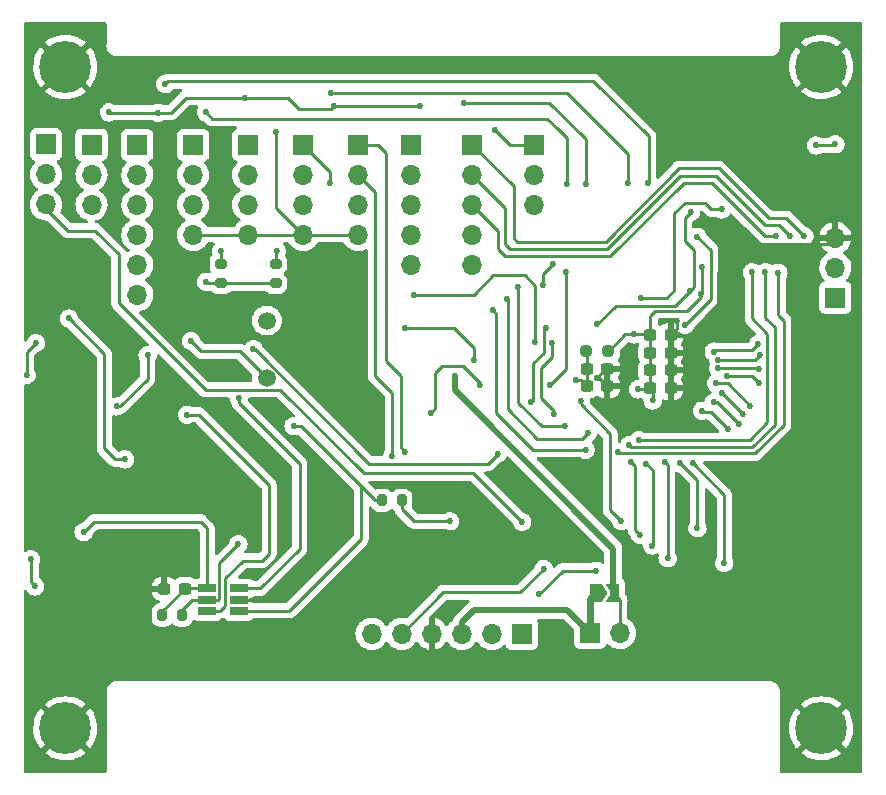
<source format=gbl>
G04 #@! TF.GenerationSoftware,KiCad,Pcbnew,(6.0.9)*
G04 #@! TF.CreationDate,2023-02-01T14:52:05+00:00*
G04 #@! TF.ProjectId,GroupProjectCustom,47726f75-7050-4726-9f6a-656374437573,rev?*
G04 #@! TF.SameCoordinates,Original*
G04 #@! TF.FileFunction,Copper,L2,Bot*
G04 #@! TF.FilePolarity,Positive*
%FSLAX46Y46*%
G04 Gerber Fmt 4.6, Leading zero omitted, Abs format (unit mm)*
G04 Created by KiCad (PCBNEW (6.0.9)) date 2023-02-01 14:52:05*
%MOMM*%
%LPD*%
G01*
G04 APERTURE LIST*
G04 Aperture macros list*
%AMRoundRect*
0 Rectangle with rounded corners*
0 $1 Rounding radius*
0 $2 $3 $4 $5 $6 $7 $8 $9 X,Y pos of 4 corners*
0 Add a 4 corners polygon primitive as box body*
4,1,4,$2,$3,$4,$5,$6,$7,$8,$9,$2,$3,0*
0 Add four circle primitives for the rounded corners*
1,1,$1+$1,$2,$3*
1,1,$1+$1,$4,$5*
1,1,$1+$1,$6,$7*
1,1,$1+$1,$8,$9*
0 Add four rect primitives between the rounded corners*
20,1,$1+$1,$2,$3,$4,$5,0*
20,1,$1+$1,$4,$5,$6,$7,0*
20,1,$1+$1,$6,$7,$8,$9,0*
20,1,$1+$1,$8,$9,$2,$3,0*%
%AMFreePoly0*
4,1,6,1.000000,0.000000,0.500000,-0.750000,-0.500000,-0.750000,-0.500000,0.750000,0.500000,0.750000,1.000000,0.000000,1.000000,0.000000,$1*%
%AMFreePoly1*
4,1,6,0.500000,-0.750000,-0.650000,-0.750000,-0.150000,0.000000,-0.650000,0.750000,0.500000,0.750000,0.500000,-0.750000,0.500000,-0.750000,$1*%
G04 Aperture macros list end*
G04 #@! TA.AperFunction,SMDPad,CuDef*
%ADD10RoundRect,0.200000X0.275000X-0.200000X0.275000X0.200000X-0.275000X0.200000X-0.275000X-0.200000X0*%
G04 #@! TD*
G04 #@! TA.AperFunction,ComponentPad*
%ADD11R,1.700000X1.700000*%
G04 #@! TD*
G04 #@! TA.AperFunction,ComponentPad*
%ADD12O,1.700000X1.700000*%
G04 #@! TD*
G04 #@! TA.AperFunction,ComponentPad*
%ADD13C,0.700000*%
G04 #@! TD*
G04 #@! TA.AperFunction,ComponentPad*
%ADD14C,4.400000*%
G04 #@! TD*
G04 #@! TA.AperFunction,ComponentPad*
%ADD15C,1.500000*%
G04 #@! TD*
G04 #@! TA.AperFunction,SMDPad,CuDef*
%ADD16RoundRect,0.237500X-0.300000X-0.237500X0.300000X-0.237500X0.300000X0.237500X-0.300000X0.237500X0*%
G04 #@! TD*
G04 #@! TA.AperFunction,SMDPad,CuDef*
%ADD17R,1.560000X0.650000*%
G04 #@! TD*
G04 #@! TA.AperFunction,SMDPad,CuDef*
%ADD18FreePoly0,0.000000*%
G04 #@! TD*
G04 #@! TA.AperFunction,SMDPad,CuDef*
%ADD19FreePoly1,0.000000*%
G04 #@! TD*
G04 #@! TA.AperFunction,SMDPad,CuDef*
%ADD20RoundRect,0.237500X-0.250000X-0.237500X0.250000X-0.237500X0.250000X0.237500X-0.250000X0.237500X0*%
G04 #@! TD*
G04 #@! TA.AperFunction,SMDPad,CuDef*
%ADD21RoundRect,0.237500X0.300000X0.237500X-0.300000X0.237500X-0.300000X-0.237500X0.300000X-0.237500X0*%
G04 #@! TD*
G04 #@! TA.AperFunction,SMDPad,CuDef*
%ADD22RoundRect,0.200000X-0.200000X-0.275000X0.200000X-0.275000X0.200000X0.275000X-0.200000X0.275000X0*%
G04 #@! TD*
G04 #@! TA.AperFunction,ViaPad*
%ADD23C,0.530000*%
G04 #@! TD*
G04 #@! TA.AperFunction,Conductor*
%ADD24C,0.250000*%
G04 #@! TD*
G04 #@! TA.AperFunction,Conductor*
%ADD25C,0.500000*%
G04 #@! TD*
G04 #@! TA.AperFunction,Conductor*
%ADD26C,0.560000*%
G04 #@! TD*
G04 APERTURE END LIST*
D10*
X138800000Y-65925000D03*
X138800000Y-64275000D03*
X143400000Y-65925000D03*
X143400000Y-64275000D03*
D11*
X164230000Y-95610000D03*
D12*
X161690000Y-95610000D03*
X159150000Y-95610000D03*
X156610000Y-95610000D03*
X154070000Y-95610000D03*
X151530000Y-95610000D03*
D11*
X127820000Y-54195000D03*
D12*
X127820000Y-56735000D03*
X127820000Y-59275000D03*
D11*
X141080000Y-54210000D03*
D12*
X141080000Y-56750000D03*
X141080000Y-59290000D03*
X141080000Y-61830000D03*
D11*
X131700000Y-54210000D03*
D12*
X131700000Y-56750000D03*
X131700000Y-59290000D03*
X131700000Y-61830000D03*
X131700000Y-64370000D03*
X131700000Y-66910000D03*
D11*
X170025000Y-95540000D03*
D12*
X172565000Y-95540000D03*
D11*
X160050000Y-54210000D03*
D12*
X160050000Y-56750000D03*
X160050000Y-59290000D03*
X160050000Y-61830000D03*
X160050000Y-64370000D03*
D13*
X187950000Y-47610000D03*
X191250000Y-47610000D03*
D14*
X189600000Y-47610000D03*
D13*
X189600000Y-45960000D03*
X188433274Y-48776726D03*
X190766726Y-48776726D03*
X190766726Y-46443274D03*
X189600000Y-49260000D03*
X188433274Y-46443274D03*
D15*
X142670000Y-73960000D03*
X142670000Y-69080000D03*
D11*
X123970000Y-54175000D03*
D12*
X123970000Y-56715000D03*
X123970000Y-59255000D03*
D11*
X136430000Y-54210000D03*
D12*
X136430000Y-56750000D03*
X136430000Y-59290000D03*
X136430000Y-61830000D03*
D13*
X189600000Y-101960000D03*
X188433274Y-104776726D03*
X189600000Y-105260000D03*
X191250000Y-103610000D03*
X188433274Y-102443274D03*
X187950000Y-103610000D03*
X190766726Y-102443274D03*
X190766726Y-104776726D03*
D14*
X189600000Y-103610000D03*
D13*
X124433274Y-46443274D03*
D14*
X125600000Y-47610000D03*
D13*
X126766726Y-46443274D03*
X125600000Y-45960000D03*
X126766726Y-48776726D03*
X125600000Y-49260000D03*
X123950000Y-47610000D03*
X127250000Y-47610000D03*
X124433274Y-48776726D03*
D11*
X165250000Y-54210000D03*
D12*
X165250000Y-56750000D03*
X165250000Y-59290000D03*
D13*
X123950000Y-103610000D03*
X127250000Y-103610000D03*
D14*
X125600000Y-103610000D03*
D13*
X124433274Y-102443274D03*
X125600000Y-105260000D03*
X126766726Y-102443274D03*
X126766726Y-104776726D03*
X125600000Y-101960000D03*
X124433274Y-104776726D03*
D11*
X190800000Y-67135000D03*
D12*
X190800000Y-64595000D03*
X190800000Y-62055000D03*
D11*
X154900000Y-54210000D03*
D12*
X154900000Y-56750000D03*
X154900000Y-59290000D03*
X154900000Y-61830000D03*
X154900000Y-64370000D03*
D11*
X150380000Y-54210000D03*
D12*
X150380000Y-56750000D03*
X150380000Y-59290000D03*
X150380000Y-61830000D03*
D11*
X145730000Y-54210000D03*
D12*
X145730000Y-56750000D03*
X145730000Y-59290000D03*
X145730000Y-61830000D03*
D16*
X169777500Y-74660000D03*
X171502500Y-74660000D03*
X169777500Y-73160000D03*
X171502500Y-73160000D03*
X175115000Y-73310000D03*
X176840000Y-73310000D03*
D17*
X140300000Y-91760000D03*
X140300000Y-92710000D03*
X140300000Y-93660000D03*
X137600000Y-93660000D03*
X137600000Y-92710000D03*
X137600000Y-91760000D03*
D18*
X170555000Y-92160000D03*
D19*
X172005000Y-92160000D03*
D20*
X169727500Y-71660000D03*
X171552500Y-71660000D03*
D21*
X135712500Y-91810000D03*
X133987500Y-91810000D03*
D22*
X152425000Y-84310000D03*
X154075000Y-84310000D03*
X133825000Y-94010000D03*
X135475000Y-94010000D03*
D16*
X175115000Y-74810000D03*
X176840000Y-74810000D03*
X175127500Y-71810000D03*
X176852500Y-71810000D03*
X175127500Y-70310000D03*
X176852500Y-70310000D03*
D23*
X148000000Y-57400000D03*
X143500000Y-63200000D03*
X137500000Y-65800000D03*
X138800000Y-63200000D03*
X158600000Y-73810000D03*
X179540000Y-64580000D03*
X166890000Y-64280000D03*
X174090000Y-74910000D03*
X129310000Y-51460000D03*
X127150000Y-87010000D03*
X190800000Y-54160000D03*
X129940000Y-76360000D03*
X140810000Y-50230000D03*
X175330000Y-75850000D03*
X148370000Y-50950000D03*
X133450000Y-51490000D03*
X166060000Y-66110000D03*
X132570000Y-72010000D03*
X189150000Y-54260000D03*
X155670000Y-50950000D03*
X161950000Y-52910000D03*
X179440000Y-66830000D03*
X173790000Y-70260000D03*
X177390000Y-69110000D03*
X140870000Y-47810000D03*
X180810000Y-49585000D03*
X150100000Y-47830000D03*
X134680000Y-47800000D03*
X126725000Y-73985000D03*
X160420000Y-47790000D03*
X137550000Y-72610000D03*
X148050000Y-87560000D03*
X182450000Y-52130000D03*
X191810000Y-84285000D03*
X176580000Y-76480000D03*
X126650000Y-89360000D03*
X170610000Y-73910000D03*
X152050000Y-88810000D03*
X168860000Y-74110000D03*
X156540000Y-76890000D03*
X160700000Y-74510000D03*
X160180000Y-72460000D03*
X154400000Y-69710000D03*
X166270000Y-69710000D03*
X165070000Y-76020000D03*
X164290000Y-86140000D03*
X172660000Y-86070000D03*
X169220000Y-75910000D03*
X167870000Y-78010000D03*
X163890000Y-66260000D03*
X169850000Y-78610000D03*
X163030000Y-67260000D03*
X169650000Y-80010000D03*
X161770000Y-68170000D03*
X136250000Y-70810000D03*
X173480000Y-81030000D03*
X174250000Y-87230000D03*
X135930000Y-77050000D03*
X182600000Y-77810000D03*
X180500000Y-76010000D03*
X181200000Y-75210000D03*
X144930000Y-78030000D03*
X183000000Y-77010000D03*
X183560000Y-76280000D03*
X180700000Y-74410000D03*
X158150000Y-86080000D03*
X140300000Y-75650000D03*
X181740000Y-78280000D03*
X179500000Y-76710000D03*
X179110000Y-61980000D03*
X178090000Y-69440000D03*
X174350000Y-67133500D03*
X181170000Y-59670000D03*
X165390000Y-70860000D03*
X155100000Y-66910000D03*
X154400000Y-80210000D03*
X153300000Y-80510000D03*
X178460000Y-66610000D03*
X170650000Y-69360000D03*
X178560000Y-59900000D03*
X123040000Y-91600000D03*
X122700000Y-89310000D03*
X175280000Y-88130000D03*
X130650000Y-80835000D03*
X174770000Y-81210000D03*
X125900000Y-68910000D03*
X141530000Y-71500000D03*
X166843932Y-71004925D03*
X167010000Y-77030000D03*
X162200000Y-80390000D03*
X184280000Y-71070000D03*
X180500000Y-71710000D03*
X180900000Y-72410000D03*
X184420000Y-72000000D03*
X180900000Y-73110000D03*
X184300000Y-73210000D03*
X184300000Y-74370000D03*
X181600000Y-73810000D03*
X122330000Y-73680000D03*
X123100000Y-70990000D03*
X166620000Y-74540000D03*
X167950000Y-64950000D03*
X185970000Y-65030000D03*
X188170000Y-61950000D03*
X172360000Y-80200000D03*
X184880000Y-64980000D03*
X186980000Y-61950000D03*
X173340000Y-79640000D03*
X185770000Y-61910000D03*
X183750000Y-65000000D03*
X174160000Y-79210000D03*
X166110000Y-90100000D03*
X176590000Y-89210000D03*
X176390000Y-81090000D03*
X181390000Y-89610000D03*
X178720000Y-81160000D03*
X140250000Y-88010000D03*
X177670000Y-81170000D03*
X165700000Y-92260000D03*
X170550000Y-90260000D03*
X179120000Y-86670000D03*
X143420000Y-53150000D03*
X174940000Y-57440000D03*
X134050000Y-49070000D03*
X173220000Y-57480000D03*
X148120000Y-49820000D03*
X169660000Y-57500000D03*
X159340000Y-50630000D03*
X168050000Y-57530000D03*
X137510000Y-51460000D03*
D24*
X143400000Y-65925000D02*
X138800000Y-65925000D01*
X148000000Y-57400000D02*
X148000000Y-56480000D01*
X148000000Y-56480000D02*
X145730000Y-54210000D01*
X143400000Y-63300000D02*
X143500000Y-63200000D01*
X143400000Y-64275000D02*
X143400000Y-63300000D01*
X137625000Y-65925000D02*
X137500000Y-65800000D01*
X138800000Y-65925000D02*
X137625000Y-65925000D01*
X138800000Y-64275000D02*
X138800000Y-63200000D01*
X172565000Y-92720000D02*
X172565000Y-95540000D01*
D25*
X158600000Y-73810000D02*
X158600000Y-74990000D01*
X158600000Y-74990000D02*
X172005000Y-88395000D01*
D24*
X172005000Y-92160000D02*
X172565000Y-92720000D01*
D25*
X172005000Y-88395000D02*
X172005000Y-92160000D01*
D24*
X145420000Y-51210000D02*
X148110000Y-51210000D01*
X179440000Y-67070000D02*
X178250000Y-68260000D01*
X135762500Y-91760000D02*
X135712500Y-91810000D01*
X130240000Y-76360000D02*
X132570000Y-74030000D01*
X144440000Y-50230000D02*
X145420000Y-51210000D01*
X175550000Y-68260000D02*
X175127500Y-68682500D01*
X148370000Y-50950000D02*
X155670000Y-50950000D01*
X175115000Y-74810000D02*
X175115000Y-70322500D01*
X129310000Y-51460000D02*
X129340000Y-51490000D01*
X190700000Y-54260000D02*
X190800000Y-54160000D01*
X189150000Y-54260000D02*
X190700000Y-54260000D01*
X178250000Y-68260000D02*
X175550000Y-68260000D01*
X166060000Y-66110000D02*
X166060000Y-65110000D01*
X171552500Y-71710000D02*
X173002500Y-70260000D01*
X175015000Y-74910000D02*
X175115000Y-74810000D01*
X179440000Y-66830000D02*
X179440000Y-67070000D01*
X175127500Y-68682500D02*
X175127500Y-70310000D01*
X128050000Y-86110000D02*
X127150000Y-87010000D01*
X140810000Y-50230000D02*
X144440000Y-50230000D01*
X129940000Y-76360000D02*
X130240000Y-76360000D01*
X132570000Y-74030000D02*
X132570000Y-72010000D01*
X148110000Y-51210000D02*
X148370000Y-50950000D01*
X137050000Y-86110000D02*
X128050000Y-86110000D01*
X175077500Y-70260000D02*
X175127500Y-70310000D01*
X175115000Y-70322500D02*
X175127500Y-70310000D01*
X161950000Y-52910000D02*
X163250000Y-54210000D01*
X173002500Y-70260000D02*
X173790000Y-70260000D01*
X133825000Y-94010000D02*
X133825000Y-93697500D01*
X129340000Y-51490000D02*
X133450000Y-51490000D01*
X173790000Y-70260000D02*
X175077500Y-70260000D01*
X133825000Y-93697500D02*
X135712500Y-91810000D01*
X137600000Y-86660000D02*
X137050000Y-86110000D01*
X175330000Y-75025000D02*
X175115000Y-74810000D01*
X135780000Y-50230000D02*
X134520000Y-51490000D01*
X137600000Y-91760000D02*
X135762500Y-91760000D01*
X134520000Y-51490000D02*
X133450000Y-51490000D01*
X179440000Y-66830000D02*
X179540000Y-66730000D01*
X137600000Y-91760000D02*
X137600000Y-86660000D01*
X166060000Y-65110000D02*
X166890000Y-64280000D01*
X174090000Y-74910000D02*
X175015000Y-74910000D01*
X163250000Y-54210000D02*
X165250000Y-54210000D01*
X175330000Y-75850000D02*
X175330000Y-75025000D01*
X179540000Y-66730000D02*
X179540000Y-64580000D01*
X140810000Y-50230000D02*
X135780000Y-50230000D01*
X190245000Y-62610000D02*
X190800000Y-62055000D01*
X176840000Y-74810000D02*
X176840000Y-76220000D01*
X177390000Y-69772500D02*
X176852500Y-70310000D01*
X180850000Y-68230000D02*
X180850000Y-65010000D01*
X176840000Y-75218553D02*
X176840000Y-74810000D01*
X176840000Y-76220000D02*
X176580000Y-76480000D01*
X176852500Y-74797500D02*
X176840000Y-74810000D01*
X176852500Y-70310000D02*
X178770000Y-70310000D01*
X178770000Y-70310000D02*
X180850000Y-68230000D01*
X170610000Y-73910000D02*
X171247500Y-73272500D01*
X148050000Y-87560000D02*
X142900000Y-92710000D01*
X170802500Y-73910000D02*
X171502500Y-74610000D01*
X180850000Y-65010000D02*
X183250000Y-62610000D01*
X176852500Y-70310000D02*
X176852500Y-74797500D01*
X183250000Y-62610000D02*
X190245000Y-62610000D01*
X142900000Y-92710000D02*
X140300000Y-92710000D01*
X177390000Y-69110000D02*
X177390000Y-69772500D01*
X171247500Y-73272500D02*
X171390000Y-73272500D01*
X170610000Y-73910000D02*
X170802500Y-73910000D01*
X169777500Y-73160000D02*
X169777500Y-71760000D01*
X169777500Y-71760000D02*
X169727500Y-71710000D01*
X169277500Y-74110000D02*
X169777500Y-74610000D01*
X168860000Y-74110000D02*
X169277500Y-74110000D01*
X169777500Y-74610000D02*
X169777500Y-73160000D01*
X157470000Y-72960000D02*
X159250000Y-72960000D01*
X160700000Y-74410000D02*
X160700000Y-74510000D01*
X159250000Y-72960000D02*
X160700000Y-74410000D01*
X156920000Y-76510000D02*
X156920000Y-73510000D01*
X156920000Y-73510000D02*
X157470000Y-72960000D01*
X156540000Y-76890000D02*
X156920000Y-76510000D01*
X160180000Y-72460000D02*
X160180000Y-71390000D01*
X158500000Y-69710000D02*
X154400000Y-69710000D01*
X160180000Y-71390000D02*
X158500000Y-69710000D01*
X165070000Y-76020000D02*
X165220000Y-75870000D01*
X166150000Y-69830000D02*
X166270000Y-69710000D01*
X165220000Y-72720000D02*
X166150000Y-71790000D01*
X165220000Y-75870000D02*
X165220000Y-72720000D01*
X166150000Y-71790000D02*
X166150000Y-69830000D01*
X171730000Y-85140000D02*
X171730000Y-78700000D01*
X137472000Y-74962000D02*
X130130000Y-67620000D01*
X130130000Y-63490000D02*
X128100000Y-61460000D01*
X130130000Y-67620000D02*
X130130000Y-63490000D01*
X150850000Y-82010000D02*
X143802000Y-74962000D01*
X171730000Y-78700000D02*
X169220000Y-76190000D01*
X164290000Y-86140000D02*
X160160000Y-82010000D01*
X128100000Y-61460000D02*
X125810000Y-61460000D01*
X125810000Y-61460000D02*
X123970000Y-59620000D01*
X172660000Y-86070000D02*
X171730000Y-85140000D01*
X143802000Y-74962000D02*
X137472000Y-74962000D01*
X160160000Y-82010000D02*
X150850000Y-82010000D01*
X169220000Y-76190000D02*
X169220000Y-75910000D01*
X123970000Y-59620000D02*
X123970000Y-59255000D01*
X163950000Y-76040000D02*
X165920000Y-78010000D01*
X163890000Y-66260000D02*
X163950000Y-66320000D01*
X165920000Y-78010000D02*
X167870000Y-78010000D01*
X163950000Y-66320000D02*
X163950000Y-76040000D01*
X163070000Y-67300000D02*
X163070000Y-76610000D01*
X169350000Y-79110000D02*
X169850000Y-78610000D01*
X165570000Y-79110000D02*
X169350000Y-79110000D01*
X163070000Y-76610000D02*
X165570000Y-79110000D01*
X163030000Y-67260000D02*
X163070000Y-67300000D01*
X162100000Y-68500000D02*
X162100000Y-76890000D01*
X165220000Y-80010000D02*
X169650000Y-80010000D01*
X161770000Y-68170000D02*
X162100000Y-68500000D01*
X162100000Y-76890000D02*
X165220000Y-80010000D01*
X137125000Y-71685000D02*
X140395000Y-71685000D01*
X136250000Y-70810000D02*
X137125000Y-71685000D01*
X140395000Y-71685000D02*
X142670000Y-73960000D01*
X173480000Y-81030000D02*
X173850000Y-81400000D01*
X173850000Y-81400000D02*
X173850000Y-86830000D01*
X173850000Y-86830000D02*
X174250000Y-87230000D01*
X136890000Y-77050000D02*
X142850000Y-83010000D01*
X140650000Y-89410000D02*
X139150000Y-90910000D01*
X139150000Y-90910000D02*
X139150000Y-93210000D01*
X142250000Y-89410000D02*
X140650000Y-89410000D01*
X182600000Y-77810000D02*
X180800000Y-76010000D01*
X180800000Y-76010000D02*
X180500000Y-76010000D01*
X142850000Y-83010000D02*
X142850000Y-88810000D01*
X135930000Y-77050000D02*
X136890000Y-77050000D01*
X139150000Y-93210000D02*
X138700000Y-93660000D01*
X142850000Y-88810000D02*
X142250000Y-89410000D01*
X138700000Y-93660000D02*
X137600000Y-93660000D01*
X181200000Y-75210000D02*
X183000000Y-77010000D01*
X150650000Y-87560000D02*
X144550000Y-93660000D01*
X144550000Y-93660000D02*
X140300000Y-93660000D01*
X150650000Y-83110000D02*
X151850000Y-84310000D01*
X150650000Y-83110000D02*
X145570000Y-78030000D01*
X150650000Y-83110000D02*
X150650000Y-87560000D01*
X145570000Y-78030000D02*
X144930000Y-78030000D01*
X151850000Y-84310000D02*
X152425000Y-84310000D01*
X183560000Y-76280000D02*
X181690000Y-74410000D01*
X155120000Y-86080000D02*
X154075000Y-85035000D01*
X181690000Y-74410000D02*
X180700000Y-74410000D01*
X154075000Y-85035000D02*
X154075000Y-84310000D01*
X158150000Y-86080000D02*
X155120000Y-86080000D01*
X140300000Y-76060000D02*
X145450000Y-81210000D01*
X145450000Y-81210000D02*
X145450000Y-88410000D01*
X180270000Y-76810000D02*
X179600000Y-76810000D01*
X145450000Y-88410000D02*
X142100000Y-91760000D01*
X142100000Y-91760000D02*
X140300000Y-91760000D01*
X181740000Y-78280000D02*
X180270000Y-76810000D01*
X179600000Y-76810000D02*
X179500000Y-76710000D01*
X140300000Y-75650000D02*
X140300000Y-76060000D01*
X178090000Y-69440000D02*
X180233698Y-67296302D01*
X180233698Y-63093698D02*
X179120000Y-61980000D01*
X180233698Y-67296302D02*
X180233698Y-63093698D01*
X179120000Y-61980000D02*
X179110000Y-61980000D01*
X178050000Y-59110000D02*
X179750000Y-59110000D01*
X179750000Y-59110000D02*
X180310000Y-59670000D01*
X174350000Y-67133500D02*
X176526500Y-67133500D01*
X176526500Y-67133500D02*
X177150000Y-66510000D01*
X177150000Y-60010000D02*
X178050000Y-59110000D01*
X177150000Y-66510000D02*
X177150000Y-60010000D01*
X180310000Y-59670000D02*
X181170000Y-59670000D01*
X161850000Y-65260000D02*
X160200000Y-66910000D01*
X160200000Y-66910000D02*
X155100000Y-66910000D01*
X165390000Y-66140000D02*
X164510000Y-65260000D01*
X165390000Y-70860000D02*
X165390000Y-66140000D01*
X164510000Y-65260000D02*
X161850000Y-65260000D01*
X154000000Y-73760000D02*
X152750000Y-72510000D01*
X154000000Y-79810000D02*
X154000000Y-73760000D01*
X152080000Y-54210000D02*
X150380000Y-54210000D01*
X152750000Y-54880000D02*
X152080000Y-54210000D01*
X154400000Y-80210000D02*
X154000000Y-79810000D01*
X152750000Y-72510000D02*
X152750000Y-54880000D01*
X151850000Y-73810000D02*
X151850000Y-58220000D01*
X153300000Y-75260000D02*
X151850000Y-73810000D01*
X153300000Y-80510000D02*
X153300000Y-75260000D01*
X151850000Y-58220000D02*
X150380000Y-56750000D01*
X178050000Y-60410000D02*
X178050000Y-62310000D01*
X170650000Y-69360000D02*
X172200000Y-67810000D01*
X178560000Y-59900000D02*
X178050000Y-60410000D01*
X178833198Y-63073198D02*
X178833198Y-66236802D01*
X178050000Y-62310000D02*
X178813198Y-63073198D01*
X178813198Y-63073198D02*
X178833198Y-63073198D01*
X172200000Y-67810000D02*
X177260000Y-67810000D01*
X178833198Y-66236802D02*
X178460000Y-66610000D01*
X177260000Y-67810000D02*
X178460000Y-66610000D01*
X122700000Y-91260000D02*
X122700000Y-89310000D01*
X123040000Y-91600000D02*
X122700000Y-91260000D01*
X129825000Y-80835000D02*
X130650000Y-80835000D01*
X125900000Y-68910000D02*
X128900000Y-71910000D01*
X174770000Y-81210000D02*
X175325000Y-81765000D01*
X128900000Y-79910000D02*
X129825000Y-80835000D01*
X175325000Y-81765000D02*
X175325000Y-88085000D01*
X175325000Y-88085000D02*
X175280000Y-88130000D01*
X128900000Y-71910000D02*
X128900000Y-79910000D01*
X151337042Y-81210000D02*
X141627042Y-71500000D01*
X165910000Y-75660000D02*
X165910000Y-73090000D01*
X166843932Y-72156068D02*
X166843932Y-71004925D01*
X162200000Y-80390000D02*
X161380000Y-81210000D01*
X167010000Y-76760000D02*
X165910000Y-75660000D01*
X165910000Y-73090000D02*
X166843932Y-72156068D01*
X161380000Y-81210000D02*
X151337042Y-81210000D01*
X167010000Y-77030000D02*
X167010000Y-76760000D01*
X141627042Y-71500000D02*
X141530000Y-71500000D01*
X183740000Y-71610000D02*
X180600000Y-71610000D01*
X184280000Y-71070000D02*
X183740000Y-71610000D01*
X180600000Y-71610000D02*
X180500000Y-71710000D01*
X184420000Y-72000000D02*
X184010000Y-72410000D01*
X184010000Y-72410000D02*
X180900000Y-72410000D01*
X184200000Y-73110000D02*
X180900000Y-73110000D01*
X184300000Y-73210000D02*
X184200000Y-73110000D01*
X183740000Y-73810000D02*
X181600000Y-73810000D01*
X184300000Y-74370000D02*
X183740000Y-73810000D01*
X122330000Y-73680000D02*
X122330000Y-71760000D01*
X122330000Y-71760000D02*
X123100000Y-70990000D01*
X167950000Y-73210000D02*
X167950000Y-64950000D01*
X166620000Y-74540000D02*
X167950000Y-73210000D01*
X180950000Y-56210000D02*
X177550000Y-56210000D01*
X184020000Y-80340000D02*
X172500000Y-80340000D01*
X177550000Y-56210000D02*
X171350000Y-62410000D01*
X163550000Y-62110000D02*
X163550000Y-57710000D01*
X172500000Y-80340000D02*
X172360000Y-80200000D01*
X163850000Y-62410000D02*
X163550000Y-62110000D01*
X171350000Y-62410000D02*
X163850000Y-62410000D01*
X188170000Y-61950000D02*
X188170000Y-61930000D01*
X185970000Y-65030000D02*
X185970000Y-68630000D01*
X188170000Y-61930000D02*
X186650000Y-60410000D01*
X186450000Y-69110000D02*
X186450000Y-77910000D01*
X186650000Y-60410000D02*
X185150000Y-60410000D01*
X163550000Y-57710000D02*
X160050000Y-54210000D01*
X185150000Y-60410000D02*
X180950000Y-56210000D01*
X185970000Y-68630000D02*
X186450000Y-69110000D01*
X186450000Y-77910000D02*
X184020000Y-80340000D01*
X186040000Y-61010000D02*
X184850000Y-61010000D01*
X171450000Y-63010000D02*
X163250000Y-63010000D01*
X184850000Y-61010000D02*
X180650000Y-56810000D01*
X162850000Y-62610000D02*
X162850000Y-59550000D01*
X185650000Y-69610000D02*
X185650000Y-77910000D01*
X184870000Y-64990000D02*
X184870000Y-68830000D01*
X183760000Y-79800000D02*
X173500000Y-79800000D01*
X173500000Y-79800000D02*
X173340000Y-79640000D01*
X185650000Y-77910000D02*
X183760000Y-79800000D01*
X163250000Y-63010000D02*
X162850000Y-62610000D01*
X162850000Y-59550000D02*
X160050000Y-56750000D01*
X184870000Y-68830000D02*
X185650000Y-69610000D01*
X180650000Y-56810000D02*
X177650000Y-56810000D01*
X184880000Y-64980000D02*
X184870000Y-64990000D01*
X186980000Y-61950000D02*
X186040000Y-61010000D01*
X177650000Y-56810000D02*
X171450000Y-63010000D01*
X185770000Y-61910000D02*
X184820000Y-61910000D01*
X174180000Y-79230000D02*
X174160000Y-79210000D01*
X177950000Y-57410000D02*
X171750000Y-63610000D01*
X185050000Y-77710000D02*
X183530000Y-79230000D01*
X184820000Y-61910000D02*
X180320000Y-57410000D01*
X183530000Y-79230000D02*
X174180000Y-79230000D01*
X180320000Y-57410000D02*
X177950000Y-57410000D01*
X162250000Y-61490000D02*
X160050000Y-59290000D01*
X183750000Y-68910000D02*
X185050000Y-70210000D01*
X171750000Y-63610000D02*
X162850000Y-63610000D01*
X185050000Y-70210000D02*
X185050000Y-77710000D01*
X162850000Y-63610000D02*
X162250000Y-63010000D01*
X183750000Y-65000000D02*
X183750000Y-68910000D01*
X162250000Y-63010000D02*
X162250000Y-61490000D01*
X176390000Y-81090000D02*
X176590000Y-81290000D01*
X176590000Y-81290000D02*
X176590000Y-89210000D01*
X157600000Y-92080000D02*
X154070000Y-95610000D01*
X164130000Y-92080000D02*
X157600000Y-92080000D01*
X166110000Y-90100000D02*
X164130000Y-92080000D01*
X138632000Y-92628000D02*
X138550000Y-92710000D01*
X178720000Y-81160000D02*
X181380000Y-83820000D01*
X136350000Y-92710000D02*
X137600000Y-92710000D01*
X181380000Y-83820000D02*
X181380000Y-89600000D01*
X140250000Y-88010000D02*
X138632000Y-89628000D01*
X135475000Y-94010000D02*
X135475000Y-93585000D01*
X181380000Y-89600000D02*
X181390000Y-89610000D01*
X135475000Y-93585000D02*
X136350000Y-92710000D01*
X138550000Y-92710000D02*
X137600000Y-92710000D01*
X138632000Y-89628000D02*
X138632000Y-92628000D01*
X179120000Y-86670000D02*
X179120000Y-82620000D01*
X179120000Y-82620000D02*
X177670000Y-81170000D01*
X165700000Y-92260000D02*
X167700000Y-90260000D01*
X167700000Y-90260000D02*
X170550000Y-90260000D01*
X150380000Y-61830000D02*
X145730000Y-61830000D01*
X143420000Y-59520000D02*
X145730000Y-61830000D01*
X145730000Y-61830000D02*
X136430000Y-61830000D01*
X143420000Y-53150000D02*
X143420000Y-59520000D01*
X170300000Y-48810000D02*
X174990000Y-53500000D01*
X134310000Y-48810000D02*
X165600000Y-48810000D01*
X174990000Y-57390000D02*
X174940000Y-57440000D01*
X174990000Y-53500000D02*
X174990000Y-57390000D01*
X134050000Y-49070000D02*
X134310000Y-48810000D01*
X165600000Y-48810000D02*
X170300000Y-48810000D01*
X173220000Y-54960000D02*
X173220000Y-57480000D01*
X148120000Y-49820000D02*
X168080000Y-49820000D01*
X168080000Y-49820000D02*
X173220000Y-54960000D01*
X169400000Y-53460000D02*
X169660000Y-53720000D01*
X169660000Y-53720000D02*
X169660000Y-57500000D01*
X166570000Y-50630000D02*
X169400000Y-53460000D01*
X159340000Y-50630000D02*
X166570000Y-50630000D01*
X168050000Y-53670000D02*
X167280000Y-52900000D01*
X167280000Y-52900000D02*
X166380000Y-52000000D01*
X168050000Y-57530000D02*
X168050000Y-53670000D01*
X140830000Y-52000000D02*
X138050000Y-52000000D01*
X166380000Y-52000000D02*
X140830000Y-52000000D01*
X138050000Y-52000000D02*
X137510000Y-51460000D01*
D26*
X170025000Y-92690000D02*
X170025000Y-95540000D01*
D25*
X168085000Y-93600000D02*
X170025000Y-95540000D01*
X170555000Y-92160000D02*
X170025000Y-92690000D01*
X159150000Y-94620000D02*
X160170000Y-93600000D01*
X160170000Y-93600000D02*
X168085000Y-93600000D01*
X159150000Y-95610000D02*
X159150000Y-94620000D01*
G04 #@! TA.AperFunction,Conductor*
G36*
X129033621Y-43838502D02*
G01*
X129080114Y-43892158D01*
X129091500Y-43944500D01*
X129091500Y-45750633D01*
X129090000Y-45770018D01*
X129087690Y-45784851D01*
X129087690Y-45784855D01*
X129086309Y-45793724D01*
X129087130Y-45800000D01*
X129087104Y-45800000D01*
X129087461Y-45803625D01*
X129087461Y-45803630D01*
X129096525Y-45895656D01*
X129104645Y-45978097D01*
X129156594Y-46149350D01*
X129240955Y-46307178D01*
X129354485Y-46445515D01*
X129492822Y-46559045D01*
X129498285Y-46561965D01*
X129645192Y-46640489D01*
X129645195Y-46640490D01*
X129650650Y-46643406D01*
X129821903Y-46695355D01*
X129955677Y-46708531D01*
X129964217Y-46709668D01*
X129976010Y-46711652D01*
X129982656Y-46712770D01*
X129982658Y-46712770D01*
X129987448Y-46713576D01*
X129993724Y-46713653D01*
X129995140Y-46713670D01*
X129995143Y-46713670D01*
X130000000Y-46713729D01*
X130027624Y-46709773D01*
X130045486Y-46708500D01*
X185132761Y-46708500D01*
X185155348Y-46710886D01*
X185155351Y-46710867D01*
X185156040Y-46710959D01*
X185159092Y-46711282D01*
X185164942Y-46712532D01*
X185169805Y-46712805D01*
X185169807Y-46712805D01*
X185170797Y-46712860D01*
X185177476Y-46713235D01*
X185204282Y-46710589D01*
X185210847Y-46710115D01*
X185325266Y-46704865D01*
X185332152Y-46704549D01*
X185337796Y-46704290D01*
X185384637Y-46693556D01*
X185488650Y-46669721D01*
X185488651Y-46669721D01*
X185494161Y-46668458D01*
X185641622Y-46605296D01*
X185711588Y-46559045D01*
X185770726Y-46519952D01*
X185770730Y-46519949D01*
X185775445Y-46516832D01*
X185891332Y-46405907D01*
X185894650Y-46401335D01*
X185894654Y-46401331D01*
X185959516Y-46311968D01*
X185985563Y-46276082D01*
X185988013Y-46270989D01*
X185988017Y-46270983D01*
X186052663Y-46136618D01*
X186055114Y-46131524D01*
X186097750Y-45976875D01*
X186107559Y-45867695D01*
X186108797Y-45858082D01*
X186113577Y-45829651D01*
X186113729Y-45817099D01*
X186109775Y-45789511D01*
X186108500Y-45771635D01*
X186108500Y-45523423D01*
X187877917Y-45523423D01*
X187884520Y-45535309D01*
X189587190Y-47237980D01*
X189601131Y-47245592D01*
X189602966Y-47245461D01*
X189609580Y-47241210D01*
X191314559Y-45536230D01*
X191321571Y-45523389D01*
X191313777Y-45512701D01*
X191151298Y-45384613D01*
X191145075Y-45380288D01*
X190872702Y-45214357D01*
X190866025Y-45210822D01*
X190575686Y-45078813D01*
X190568616Y-45076099D01*
X190264537Y-44979932D01*
X190257186Y-44978085D01*
X189943746Y-44919142D01*
X189936237Y-44918194D01*
X189617989Y-44897335D01*
X189610424Y-44897295D01*
X189291964Y-44914821D01*
X189284450Y-44915690D01*
X188970405Y-44971348D01*
X188963044Y-44973115D01*
X188657980Y-45066092D01*
X188650860Y-45068740D01*
X188359182Y-45197690D01*
X188352445Y-45201167D01*
X188078355Y-45364233D01*
X188072091Y-45368490D01*
X187886385Y-45511762D01*
X187877917Y-45523423D01*
X186108500Y-45523423D01*
X186108500Y-43944500D01*
X186128502Y-43876379D01*
X186182158Y-43829886D01*
X186234500Y-43818500D01*
X192965500Y-43818500D01*
X193033621Y-43838502D01*
X193080114Y-43892158D01*
X193091500Y-43944500D01*
X193091500Y-107275500D01*
X193071498Y-107343621D01*
X193017842Y-107390114D01*
X192965500Y-107401500D01*
X186234500Y-107401500D01*
X186166379Y-107381498D01*
X186119886Y-107327842D01*
X186108500Y-107275500D01*
X186108500Y-105696423D01*
X187878703Y-105696423D01*
X187886227Y-105706854D01*
X188025483Y-105819020D01*
X188031657Y-105823408D01*
X188302271Y-105992178D01*
X188308931Y-105995794D01*
X188597852Y-106130827D01*
X188604905Y-106133620D01*
X188907970Y-106232970D01*
X188915282Y-106234888D01*
X189228092Y-106297109D01*
X189235590Y-106298137D01*
X189553610Y-106322328D01*
X189561173Y-106322446D01*
X189879785Y-106308257D01*
X189887326Y-106307465D01*
X190201924Y-106255101D01*
X190209302Y-106253411D01*
X190515355Y-106163625D01*
X190522450Y-106161071D01*
X190815496Y-106035169D01*
X190822263Y-106031765D01*
X191098042Y-105871580D01*
X191104349Y-105867390D01*
X191314305Y-105708889D01*
X191322761Y-105697496D01*
X191316045Y-105685256D01*
X189612810Y-103982020D01*
X189598869Y-103974408D01*
X189597034Y-103974539D01*
X189590420Y-103978790D01*
X187885818Y-105683393D01*
X187878703Y-105696423D01*
X186108500Y-105696423D01*
X186108500Y-103585383D01*
X186887388Y-103585383D01*
X186903245Y-103903914D01*
X186904076Y-103911443D01*
X186958085Y-104225759D01*
X186959818Y-104233146D01*
X187051196Y-104538695D01*
X187053799Y-104545808D01*
X187181227Y-104838173D01*
X187184669Y-104844929D01*
X187346296Y-105119865D01*
X187350519Y-105126150D01*
X187501463Y-105323934D01*
X187512989Y-105332396D01*
X187525054Y-105325735D01*
X189227980Y-103622810D01*
X189234357Y-103611131D01*
X189964408Y-103611131D01*
X189964539Y-103612966D01*
X189968790Y-103619580D01*
X191673285Y-105324074D01*
X191686408Y-105331240D01*
X191696709Y-105323851D01*
X191800751Y-105196055D01*
X191805164Y-105189914D01*
X191975349Y-104920187D01*
X191979005Y-104913536D01*
X192115544Y-104625335D01*
X192118375Y-104618295D01*
X192219306Y-104315767D01*
X192221270Y-104308433D01*
X192285122Y-103995989D01*
X192286194Y-103988465D01*
X192312173Y-103669051D01*
X192312378Y-103664576D01*
X192312927Y-103612221D01*
X192312817Y-103607789D01*
X192293529Y-103287853D01*
X192292621Y-103280351D01*
X192235319Y-102966593D01*
X192233518Y-102959260D01*
X192138935Y-102654655D01*
X192136263Y-102647583D01*
X192005781Y-102356570D01*
X192002264Y-102349843D01*
X191837771Y-102076621D01*
X191833481Y-102070377D01*
X191697991Y-101896647D01*
X191686199Y-101888178D01*
X191674486Y-101894725D01*
X189972020Y-103597190D01*
X189964408Y-103611131D01*
X189234357Y-103611131D01*
X189235592Y-103608869D01*
X189235461Y-103607034D01*
X189231210Y-103600420D01*
X187526445Y-101895656D01*
X187513510Y-101888592D01*
X187502949Y-101896252D01*
X187382766Y-102047072D01*
X187378410Y-102053270D01*
X187211059Y-102324764D01*
X187207479Y-102331440D01*
X187073956Y-102621074D01*
X187071206Y-102628125D01*
X186973444Y-102931708D01*
X186971561Y-102939041D01*
X186910979Y-103252170D01*
X186909992Y-103259670D01*
X186887467Y-103577802D01*
X186887388Y-103585383D01*
X186108500Y-103585383D01*
X186108500Y-101523423D01*
X187877917Y-101523423D01*
X187884520Y-101535309D01*
X189587190Y-103237980D01*
X189601131Y-103245592D01*
X189602966Y-103245461D01*
X189609580Y-103241210D01*
X191314559Y-101536230D01*
X191321571Y-101523389D01*
X191313777Y-101512701D01*
X191151298Y-101384613D01*
X191145075Y-101380288D01*
X190872702Y-101214357D01*
X190866025Y-101210822D01*
X190575686Y-101078813D01*
X190568616Y-101076099D01*
X190264537Y-100979932D01*
X190257186Y-100978085D01*
X189943746Y-100919142D01*
X189936237Y-100918194D01*
X189617989Y-100897335D01*
X189610424Y-100897295D01*
X189291964Y-100914821D01*
X189284450Y-100915690D01*
X188970405Y-100971348D01*
X188963044Y-100973115D01*
X188657980Y-101066092D01*
X188650860Y-101068740D01*
X188359182Y-101197690D01*
X188352445Y-101201167D01*
X188078355Y-101364233D01*
X188072091Y-101368490D01*
X187886385Y-101511762D01*
X187877917Y-101523423D01*
X186108500Y-101523423D01*
X186108500Y-100563250D01*
X186110246Y-100542345D01*
X186112770Y-100527344D01*
X186112770Y-100527341D01*
X186113576Y-100522552D01*
X186113729Y-100510000D01*
X186111453Y-100494110D01*
X186110789Y-100488606D01*
X186095962Y-100338068D01*
X186095355Y-100331903D01*
X186043406Y-100160650D01*
X185959045Y-100002822D01*
X185845515Y-99864485D01*
X185707178Y-99750955D01*
X185687164Y-99740258D01*
X185554808Y-99669511D01*
X185554805Y-99669510D01*
X185549350Y-99666594D01*
X185378097Y-99614645D01*
X185244323Y-99601469D01*
X185235783Y-99600332D01*
X185223990Y-99598348D01*
X185217344Y-99597230D01*
X185217342Y-99597230D01*
X185212552Y-99596424D01*
X185206276Y-99596347D01*
X185204860Y-99596330D01*
X185204857Y-99596330D01*
X185200000Y-99596271D01*
X185180148Y-99599114D01*
X185172376Y-99600227D01*
X185154514Y-99601500D01*
X134639535Y-99601500D01*
X134639428Y-99601496D01*
X134639300Y-99601476D01*
X134638915Y-99601476D01*
X134600491Y-99601500D01*
X134563487Y-99601500D01*
X134563355Y-99601519D01*
X134563243Y-99601523D01*
X130056008Y-99604310D01*
X130035017Y-99602562D01*
X130015450Y-99599268D01*
X130010584Y-99599208D01*
X130010581Y-99599208D01*
X130009534Y-99599195D01*
X130002898Y-99599114D01*
X129986991Y-99601390D01*
X129981493Y-99602053D01*
X129824783Y-99617473D01*
X129653512Y-99669415D01*
X129495666Y-99753777D01*
X129357315Y-99867315D01*
X129243777Y-100005666D01*
X129159415Y-100163512D01*
X129157618Y-100169436D01*
X129157618Y-100169437D01*
X129110145Y-100325974D01*
X129107473Y-100334783D01*
X129106866Y-100340950D01*
X129106866Y-100340951D01*
X129094310Y-100468563D01*
X129093175Y-100477098D01*
X129089266Y-100500346D01*
X129089114Y-100512898D01*
X129089806Y-100517725D01*
X129089806Y-100517727D01*
X129093049Y-100540355D01*
X129094324Y-100558283D01*
X129091555Y-107275552D01*
X129071525Y-107343664D01*
X129017850Y-107390135D01*
X128965555Y-107401500D01*
X122234500Y-107401500D01*
X122166379Y-107381498D01*
X122119886Y-107327842D01*
X122108500Y-107275500D01*
X122108500Y-105696423D01*
X123878703Y-105696423D01*
X123886227Y-105706854D01*
X124025483Y-105819020D01*
X124031657Y-105823408D01*
X124302271Y-105992178D01*
X124308931Y-105995794D01*
X124597852Y-106130827D01*
X124604905Y-106133620D01*
X124907970Y-106232970D01*
X124915282Y-106234888D01*
X125228092Y-106297109D01*
X125235590Y-106298137D01*
X125553610Y-106322328D01*
X125561173Y-106322446D01*
X125879785Y-106308257D01*
X125887326Y-106307465D01*
X126201924Y-106255101D01*
X126209302Y-106253411D01*
X126515355Y-106163625D01*
X126522450Y-106161071D01*
X126815496Y-106035169D01*
X126822263Y-106031765D01*
X127098042Y-105871580D01*
X127104349Y-105867390D01*
X127314305Y-105708889D01*
X127322761Y-105697496D01*
X127316045Y-105685256D01*
X125612810Y-103982020D01*
X125598869Y-103974408D01*
X125597034Y-103974539D01*
X125590420Y-103978790D01*
X123885818Y-105683393D01*
X123878703Y-105696423D01*
X122108500Y-105696423D01*
X122108500Y-103585383D01*
X122887388Y-103585383D01*
X122903245Y-103903914D01*
X122904076Y-103911443D01*
X122958085Y-104225759D01*
X122959818Y-104233146D01*
X123051196Y-104538695D01*
X123053799Y-104545808D01*
X123181227Y-104838173D01*
X123184669Y-104844929D01*
X123346296Y-105119865D01*
X123350519Y-105126150D01*
X123501463Y-105323934D01*
X123512989Y-105332396D01*
X123525054Y-105325735D01*
X125227980Y-103622810D01*
X125234357Y-103611131D01*
X125964408Y-103611131D01*
X125964539Y-103612966D01*
X125968790Y-103619580D01*
X127673285Y-105324074D01*
X127686408Y-105331240D01*
X127696709Y-105323851D01*
X127800751Y-105196055D01*
X127805164Y-105189914D01*
X127975349Y-104920187D01*
X127979005Y-104913536D01*
X128115544Y-104625335D01*
X128118375Y-104618295D01*
X128219306Y-104315767D01*
X128221270Y-104308433D01*
X128285122Y-103995989D01*
X128286194Y-103988465D01*
X128312173Y-103669051D01*
X128312378Y-103664576D01*
X128312927Y-103612221D01*
X128312817Y-103607789D01*
X128293529Y-103287853D01*
X128292621Y-103280351D01*
X128235319Y-102966593D01*
X128233518Y-102959260D01*
X128138935Y-102654655D01*
X128136263Y-102647583D01*
X128005781Y-102356570D01*
X128002264Y-102349843D01*
X127837771Y-102076621D01*
X127833481Y-102070377D01*
X127697991Y-101896647D01*
X127686199Y-101888178D01*
X127674486Y-101894725D01*
X125972020Y-103597190D01*
X125964408Y-103611131D01*
X125234357Y-103611131D01*
X125235592Y-103608869D01*
X125235461Y-103607034D01*
X125231210Y-103600420D01*
X123526445Y-101895656D01*
X123513510Y-101888592D01*
X123502949Y-101896252D01*
X123382766Y-102047072D01*
X123378410Y-102053270D01*
X123211059Y-102324764D01*
X123207479Y-102331440D01*
X123073956Y-102621074D01*
X123071206Y-102628125D01*
X122973444Y-102931708D01*
X122971561Y-102939041D01*
X122910979Y-103252170D01*
X122909992Y-103259670D01*
X122887467Y-103577802D01*
X122887388Y-103585383D01*
X122108500Y-103585383D01*
X122108500Y-101523423D01*
X123877917Y-101523423D01*
X123884520Y-101535309D01*
X125587190Y-103237980D01*
X125601131Y-103245592D01*
X125602966Y-103245461D01*
X125609580Y-103241210D01*
X127314559Y-101536230D01*
X127321571Y-101523389D01*
X127313777Y-101512701D01*
X127151298Y-101384613D01*
X127145075Y-101380288D01*
X126872702Y-101214357D01*
X126866025Y-101210822D01*
X126575686Y-101078813D01*
X126568616Y-101076099D01*
X126264537Y-100979932D01*
X126257186Y-100978085D01*
X125943746Y-100919142D01*
X125936237Y-100918194D01*
X125617989Y-100897335D01*
X125610424Y-100897295D01*
X125291964Y-100914821D01*
X125284450Y-100915690D01*
X124970405Y-100971348D01*
X124963044Y-100973115D01*
X124657980Y-101066092D01*
X124650860Y-101068740D01*
X124359182Y-101197690D01*
X124352445Y-101201167D01*
X124078355Y-101364233D01*
X124072091Y-101368490D01*
X123886385Y-101511762D01*
X123877917Y-101523423D01*
X122108500Y-101523423D01*
X122108500Y-92006441D01*
X122128502Y-91938320D01*
X122182158Y-91891827D01*
X122252432Y-91881723D01*
X122317012Y-91911217D01*
X122342274Y-91941167D01*
X122423286Y-92074933D01*
X122543833Y-92199763D01*
X122689040Y-92294783D01*
X122851689Y-92355272D01*
X123023699Y-92378223D01*
X123030710Y-92377585D01*
X123030714Y-92377585D01*
X123189497Y-92363134D01*
X123196518Y-92362495D01*
X123203218Y-92360318D01*
X123203223Y-92360317D01*
X123354859Y-92311048D01*
X123354862Y-92311047D01*
X123361558Y-92308871D01*
X123510616Y-92220014D01*
X123515710Y-92215163D01*
X123515714Y-92215160D01*
X123584212Y-92149929D01*
X123636284Y-92100342D01*
X123651429Y-92077548D01*
X123698258Y-92007064D01*
X123732316Y-91955802D01*
X123793939Y-91793579D01*
X123802657Y-91731550D01*
X123817540Y-91625656D01*
X123817540Y-91625653D01*
X123818091Y-91621734D01*
X123818394Y-91600000D01*
X123811427Y-91537885D01*
X132942000Y-91537885D01*
X132946475Y-91553124D01*
X132947865Y-91554329D01*
X132955548Y-91556000D01*
X133715385Y-91556000D01*
X133730624Y-91551525D01*
X133731829Y-91550135D01*
X133733500Y-91542452D01*
X133733500Y-90845115D01*
X133729025Y-90829876D01*
X133727635Y-90828671D01*
X133719952Y-90827000D01*
X133641234Y-90827000D01*
X133634718Y-90827337D01*
X133540868Y-90837075D01*
X133527472Y-90839968D01*
X133376047Y-90890488D01*
X133362885Y-90896653D01*
X133227508Y-90980426D01*
X133216110Y-90989460D01*
X133103637Y-91102129D01*
X133094625Y-91113540D01*
X133011088Y-91249063D01*
X133004944Y-91262241D01*
X132954685Y-91413766D01*
X132951819Y-91427132D01*
X132942328Y-91519770D01*
X132942000Y-91526185D01*
X132942000Y-91537885D01*
X123811427Y-91537885D01*
X123799050Y-91427548D01*
X123769826Y-91343627D01*
X123744296Y-91270314D01*
X123744295Y-91270312D01*
X123741981Y-91263667D01*
X123737858Y-91257068D01*
X123653755Y-91122476D01*
X123650022Y-91116502D01*
X123527745Y-90993368D01*
X123511520Y-90983071D01*
X123391986Y-90907213D01*
X123345187Y-90853824D01*
X123333500Y-90800828D01*
X123333500Y-89792368D01*
X123354551Y-89722642D01*
X123392316Y-89665802D01*
X123453939Y-89503579D01*
X123464154Y-89430900D01*
X123477540Y-89335656D01*
X123477540Y-89335653D01*
X123478091Y-89331734D01*
X123478394Y-89310000D01*
X123471926Y-89252333D01*
X123459835Y-89144546D01*
X123459050Y-89137548D01*
X123429261Y-89052005D01*
X123404296Y-88980314D01*
X123404294Y-88980310D01*
X123401981Y-88973667D01*
X123383741Y-88944476D01*
X123313755Y-88832476D01*
X123310022Y-88826502D01*
X123275290Y-88791526D01*
X123223721Y-88739596D01*
X123187745Y-88703368D01*
X123177108Y-88696617D01*
X123095866Y-88645060D01*
X123041225Y-88610384D01*
X122956790Y-88580318D01*
X122884381Y-88554534D01*
X122884379Y-88554533D01*
X122877747Y-88552172D01*
X122870761Y-88551339D01*
X122870757Y-88551338D01*
X122746980Y-88536579D01*
X122705434Y-88531625D01*
X122698431Y-88532361D01*
X122698430Y-88532361D01*
X122652898Y-88537147D01*
X122532851Y-88549764D01*
X122526183Y-88552034D01*
X122375243Y-88603418D01*
X122375240Y-88603419D01*
X122368576Y-88605688D01*
X122324883Y-88632568D01*
X122300522Y-88647555D01*
X122232021Y-88666213D01*
X122164307Y-88644874D01*
X122118879Y-88590314D01*
X122108500Y-88540237D01*
X122108500Y-74574772D01*
X122128502Y-74506651D01*
X122182158Y-74460158D01*
X122251164Y-74449879D01*
X122313699Y-74458223D01*
X122320710Y-74457585D01*
X122320714Y-74457585D01*
X122479497Y-74443134D01*
X122486518Y-74442495D01*
X122493218Y-74440318D01*
X122493223Y-74440317D01*
X122644859Y-74391048D01*
X122644862Y-74391047D01*
X122651558Y-74388871D01*
X122800616Y-74300014D01*
X122805710Y-74295163D01*
X122805714Y-74295160D01*
X122882928Y-74221629D01*
X122926284Y-74180342D01*
X122936826Y-74164476D01*
X122975697Y-74105969D01*
X123022316Y-74035802D01*
X123067256Y-73917497D01*
X123081439Y-73880161D01*
X123081440Y-73880159D01*
X123083939Y-73873579D01*
X123084989Y-73866107D01*
X123107540Y-73705656D01*
X123107540Y-73705653D01*
X123108091Y-73701734D01*
X123108394Y-73680000D01*
X123099457Y-73600322D01*
X123089835Y-73514546D01*
X123089050Y-73507548D01*
X123072542Y-73460142D01*
X123034296Y-73350314D01*
X123034295Y-73350312D01*
X123031981Y-73343667D01*
X122982646Y-73264715D01*
X122963500Y-73197945D01*
X122963500Y-72074594D01*
X122983502Y-72006473D01*
X123000405Y-71985499D01*
X123201718Y-71784186D01*
X123257121Y-71754351D01*
X123256518Y-71752495D01*
X123414859Y-71701048D01*
X123414862Y-71701047D01*
X123421558Y-71698871D01*
X123570616Y-71610014D01*
X123575710Y-71605163D01*
X123575714Y-71605160D01*
X123662065Y-71522928D01*
X123696284Y-71490342D01*
X123703617Y-71479306D01*
X123758555Y-71396617D01*
X123792316Y-71345802D01*
X123838649Y-71223831D01*
X123851439Y-71190161D01*
X123851440Y-71190159D01*
X123853939Y-71183579D01*
X123856738Y-71163667D01*
X123877540Y-71015656D01*
X123877540Y-71015653D01*
X123878091Y-71011734D01*
X123878394Y-70990000D01*
X123866798Y-70886617D01*
X123859835Y-70824546D01*
X123859050Y-70817548D01*
X123832862Y-70742346D01*
X123804296Y-70660314D01*
X123804295Y-70660312D01*
X123801981Y-70653667D01*
X123793189Y-70639596D01*
X123713755Y-70512476D01*
X123710022Y-70506502D01*
X123674293Y-70470522D01*
X123592707Y-70388365D01*
X123587745Y-70383368D01*
X123577108Y-70376617D01*
X123523864Y-70342828D01*
X123441225Y-70290384D01*
X123389444Y-70271946D01*
X123284381Y-70234534D01*
X123284379Y-70234533D01*
X123277747Y-70232172D01*
X123270761Y-70231339D01*
X123270757Y-70231338D01*
X123146980Y-70216579D01*
X123105434Y-70211625D01*
X123098431Y-70212361D01*
X123098430Y-70212361D01*
X123052898Y-70217147D01*
X122932851Y-70229764D01*
X122926183Y-70232034D01*
X122775243Y-70283418D01*
X122775240Y-70283419D01*
X122768576Y-70285688D01*
X122716002Y-70318032D01*
X122645718Y-70361271D01*
X122620773Y-70376617D01*
X122592011Y-70404783D01*
X122506805Y-70488223D01*
X122496788Y-70498032D01*
X122402783Y-70643899D01*
X122400374Y-70650519D01*
X122400372Y-70650522D01*
X122352901Y-70780948D01*
X122310807Y-70838119D01*
X122244485Y-70863457D01*
X122174994Y-70848916D01*
X122124395Y-70799114D01*
X122108500Y-70737853D01*
X122108500Y-59221695D01*
X122607251Y-59221695D01*
X122607548Y-59226848D01*
X122607548Y-59226851D01*
X122613011Y-59321590D01*
X122620110Y-59444715D01*
X122621247Y-59449761D01*
X122621248Y-59449767D01*
X122639768Y-59531945D01*
X122669222Y-59662639D01*
X122724656Y-59799158D01*
X122750737Y-59863387D01*
X122753266Y-59869616D01*
X122804733Y-59953602D01*
X122862168Y-60047328D01*
X122869987Y-60060088D01*
X123016250Y-60228938D01*
X123188126Y-60371632D01*
X123381000Y-60484338D01*
X123385825Y-60486180D01*
X123385826Y-60486181D01*
X123433375Y-60504338D01*
X123589692Y-60564030D01*
X123594760Y-60565061D01*
X123594763Y-60565062D01*
X123693691Y-60585189D01*
X123808597Y-60608567D01*
X123813772Y-60608757D01*
X123813774Y-60608757D01*
X124022862Y-60616424D01*
X124090204Y-60638909D01*
X124107340Y-60653244D01*
X124708258Y-61254163D01*
X125306348Y-61852253D01*
X125313888Y-61860539D01*
X125318000Y-61867018D01*
X125323777Y-61872443D01*
X125367651Y-61913643D01*
X125370493Y-61916398D01*
X125390230Y-61936135D01*
X125393427Y-61938615D01*
X125402447Y-61946318D01*
X125434679Y-61976586D01*
X125441625Y-61980405D01*
X125441628Y-61980407D01*
X125452434Y-61986348D01*
X125468953Y-61997199D01*
X125484959Y-62009614D01*
X125492228Y-62012759D01*
X125492232Y-62012762D01*
X125525537Y-62027174D01*
X125536187Y-62032391D01*
X125574940Y-62053695D01*
X125582615Y-62055666D01*
X125582616Y-62055666D01*
X125594562Y-62058733D01*
X125613267Y-62065137D01*
X125631855Y-62073181D01*
X125639678Y-62074420D01*
X125639688Y-62074423D01*
X125675524Y-62080099D01*
X125687144Y-62082505D01*
X125722289Y-62091528D01*
X125729970Y-62093500D01*
X125750224Y-62093500D01*
X125769934Y-62095051D01*
X125789943Y-62098220D01*
X125797835Y-62097474D01*
X125833961Y-62094059D01*
X125845819Y-62093500D01*
X127785406Y-62093500D01*
X127853527Y-62113502D01*
X127874501Y-62130405D01*
X129459595Y-63715499D01*
X129493621Y-63777811D01*
X129496500Y-63804594D01*
X129496500Y-67541233D01*
X129495973Y-67552416D01*
X129494298Y-67559909D01*
X129494547Y-67567835D01*
X129494547Y-67567836D01*
X129496438Y-67627986D01*
X129496500Y-67631945D01*
X129496500Y-67659856D01*
X129496997Y-67663790D01*
X129496997Y-67663791D01*
X129497005Y-67663856D01*
X129497938Y-67675693D01*
X129499327Y-67719889D01*
X129504363Y-67737223D01*
X129504978Y-67739339D01*
X129508987Y-67758700D01*
X129511526Y-67778797D01*
X129514445Y-67786168D01*
X129514445Y-67786170D01*
X129527804Y-67819912D01*
X129531649Y-67831142D01*
X129541771Y-67865983D01*
X129543982Y-67873593D01*
X129548015Y-67880412D01*
X129548017Y-67880417D01*
X129554293Y-67891028D01*
X129562988Y-67908776D01*
X129570448Y-67927617D01*
X129575110Y-67934033D01*
X129575110Y-67934034D01*
X129596436Y-67963387D01*
X129602952Y-67973307D01*
X129612293Y-67989101D01*
X129625458Y-68011362D01*
X129639779Y-68025683D01*
X129652619Y-68040716D01*
X129664528Y-68057107D01*
X129670634Y-68062158D01*
X129698605Y-68085298D01*
X129707384Y-68093288D01*
X132633222Y-71019126D01*
X132667248Y-71081438D01*
X132662183Y-71152253D01*
X132619636Y-71209089D01*
X132557298Y-71233531D01*
X132504656Y-71239064D01*
X132402851Y-71249764D01*
X132396183Y-71252034D01*
X132245243Y-71303418D01*
X132245240Y-71303419D01*
X132238576Y-71305688D01*
X132172707Y-71346211D01*
X132114299Y-71382144D01*
X132090773Y-71396617D01*
X132073410Y-71413620D01*
X131996146Y-71489283D01*
X131966788Y-71518032D01*
X131872783Y-71663899D01*
X131870374Y-71670519D01*
X131870372Y-71670522D01*
X131815840Y-71820348D01*
X131813431Y-71826967D01*
X131791682Y-71999132D01*
X131808616Y-72171837D01*
X131833717Y-72247293D01*
X131860544Y-72327939D01*
X131863391Y-72336499D01*
X131867039Y-72342522D01*
X131867041Y-72342527D01*
X131918276Y-72427126D01*
X131936500Y-72492397D01*
X131936500Y-73715406D01*
X131916498Y-73783527D01*
X131899595Y-73804501D01*
X130146872Y-75557223D01*
X130084560Y-75591249D01*
X130042858Y-75593242D01*
X129945434Y-75581625D01*
X129938431Y-75582361D01*
X129938430Y-75582361D01*
X129918032Y-75584505D01*
X129772851Y-75599764D01*
X129700104Y-75624529D01*
X129629174Y-75627547D01*
X129567870Y-75591737D01*
X129535658Y-75528469D01*
X129533500Y-75505251D01*
X129533500Y-71988768D01*
X129534027Y-71977585D01*
X129535702Y-71970092D01*
X129533562Y-71902001D01*
X129533500Y-71898044D01*
X129533500Y-71870144D01*
X129532996Y-71866153D01*
X129532063Y-71854311D01*
X129531424Y-71833956D01*
X129530674Y-71810111D01*
X129525021Y-71790652D01*
X129521012Y-71771293D01*
X129520846Y-71769983D01*
X129518474Y-71751203D01*
X129515558Y-71743837D01*
X129515556Y-71743831D01*
X129502200Y-71710098D01*
X129498355Y-71698868D01*
X129488230Y-71664017D01*
X129488230Y-71664016D01*
X129486019Y-71656407D01*
X129475705Y-71638966D01*
X129467008Y-71621213D01*
X129462472Y-71609758D01*
X129459552Y-71602383D01*
X129433563Y-71566612D01*
X129427047Y-71556692D01*
X129423169Y-71550135D01*
X129404542Y-71518638D01*
X129390221Y-71504317D01*
X129377380Y-71489283D01*
X129370131Y-71479306D01*
X129365472Y-71472893D01*
X129331395Y-71444702D01*
X129322616Y-71436712D01*
X126694190Y-68808286D01*
X126660415Y-68747103D01*
X126659836Y-68744552D01*
X126659050Y-68737548D01*
X126654842Y-68725463D01*
X126604296Y-68580314D01*
X126604295Y-68580312D01*
X126601981Y-68573667D01*
X126551657Y-68493131D01*
X126513755Y-68432476D01*
X126510022Y-68426502D01*
X126387745Y-68303368D01*
X126377108Y-68296617D01*
X126294235Y-68244025D01*
X126241225Y-68210384D01*
X126157753Y-68180661D01*
X126084381Y-68154534D01*
X126084379Y-68154533D01*
X126077747Y-68152172D01*
X126070761Y-68151339D01*
X126070757Y-68151338D01*
X125946980Y-68136579D01*
X125905434Y-68131625D01*
X125898431Y-68132361D01*
X125898430Y-68132361D01*
X125852898Y-68137147D01*
X125732851Y-68149764D01*
X125725778Y-68152172D01*
X125575243Y-68203418D01*
X125575240Y-68203419D01*
X125568576Y-68205688D01*
X125509742Y-68241883D01*
X125460019Y-68272473D01*
X125420773Y-68296617D01*
X125296788Y-68418032D01*
X125202783Y-68563899D01*
X125200374Y-68570519D01*
X125200372Y-68570522D01*
X125145840Y-68720348D01*
X125143431Y-68726967D01*
X125121682Y-68899132D01*
X125138616Y-69071837D01*
X125161446Y-69140467D01*
X125189245Y-69224034D01*
X125193391Y-69236499D01*
X125197038Y-69242521D01*
X125277451Y-69375298D01*
X125283286Y-69384933D01*
X125403833Y-69509763D01*
X125549040Y-69604783D01*
X125711689Y-69665272D01*
X125718669Y-69666203D01*
X125718672Y-69666204D01*
X125724438Y-69666973D01*
X125789315Y-69695810D01*
X125796867Y-69702771D01*
X128229595Y-72135499D01*
X128263621Y-72197811D01*
X128266500Y-72224594D01*
X128266500Y-79831233D01*
X128265973Y-79842416D01*
X128264298Y-79849909D01*
X128264547Y-79857835D01*
X128264547Y-79857836D01*
X128266438Y-79917986D01*
X128266500Y-79921945D01*
X128266500Y-79949856D01*
X128266997Y-79953790D01*
X128266997Y-79953791D01*
X128267005Y-79953856D01*
X128267938Y-79965693D01*
X128269327Y-80009889D01*
X128274978Y-80029339D01*
X128278987Y-80048700D01*
X128281526Y-80068797D01*
X128284445Y-80076168D01*
X128284445Y-80076170D01*
X128297804Y-80109912D01*
X128301649Y-80121142D01*
X128311771Y-80155983D01*
X128313982Y-80163593D01*
X128318015Y-80170412D01*
X128318017Y-80170417D01*
X128324293Y-80181028D01*
X128332988Y-80198776D01*
X128340448Y-80217617D01*
X128345110Y-80224033D01*
X128345110Y-80224034D01*
X128366436Y-80253387D01*
X128372952Y-80263307D01*
X128395458Y-80301362D01*
X128409779Y-80315683D01*
X128422619Y-80330716D01*
X128434528Y-80347107D01*
X128440634Y-80352158D01*
X128468605Y-80375298D01*
X128477384Y-80383288D01*
X129321343Y-81227247D01*
X129328887Y-81235537D01*
X129333000Y-81242018D01*
X129338777Y-81247443D01*
X129382667Y-81288658D01*
X129385509Y-81291413D01*
X129405231Y-81311135D01*
X129408355Y-81313558D01*
X129408359Y-81313562D01*
X129408424Y-81313612D01*
X129417445Y-81321317D01*
X129449679Y-81351586D01*
X129456627Y-81355405D01*
X129456629Y-81355407D01*
X129467432Y-81361346D01*
X129483959Y-81372202D01*
X129493698Y-81379757D01*
X129493700Y-81379758D01*
X129499960Y-81384614D01*
X129540540Y-81402174D01*
X129551188Y-81407391D01*
X129589940Y-81428695D01*
X129597616Y-81430666D01*
X129597619Y-81430667D01*
X129609562Y-81433733D01*
X129628267Y-81440137D01*
X129646855Y-81448181D01*
X129654678Y-81449420D01*
X129654688Y-81449423D01*
X129690524Y-81455099D01*
X129702144Y-81457505D01*
X129737289Y-81466528D01*
X129744970Y-81468500D01*
X129765224Y-81468500D01*
X129784934Y-81470051D01*
X129804943Y-81473220D01*
X129812835Y-81472474D01*
X129848961Y-81469059D01*
X129860819Y-81468500D01*
X130167826Y-81468500D01*
X130236819Y-81489067D01*
X130299040Y-81529783D01*
X130461689Y-81590272D01*
X130633699Y-81613223D01*
X130640710Y-81612585D01*
X130640714Y-81612585D01*
X130799497Y-81598134D01*
X130806518Y-81597495D01*
X130813218Y-81595318D01*
X130813223Y-81595317D01*
X130964859Y-81546048D01*
X130964862Y-81546047D01*
X130971558Y-81543871D01*
X131120616Y-81455014D01*
X131125710Y-81450163D01*
X131125714Y-81450160D01*
X131224067Y-81356499D01*
X131246284Y-81335342D01*
X131260722Y-81313612D01*
X131336186Y-81200028D01*
X131342316Y-81190802D01*
X131395345Y-81051203D01*
X131401439Y-81035161D01*
X131401440Y-81035159D01*
X131403939Y-81028579D01*
X131406548Y-81010014D01*
X131427540Y-80860656D01*
X131427540Y-80860653D01*
X131428091Y-80856734D01*
X131428394Y-80835000D01*
X131423043Y-80787291D01*
X131409835Y-80669546D01*
X131409050Y-80662548D01*
X131381550Y-80583579D01*
X131354296Y-80505314D01*
X131354295Y-80505312D01*
X131351981Y-80498667D01*
X131260022Y-80351502D01*
X131231418Y-80322697D01*
X131142707Y-80233365D01*
X131137745Y-80228368D01*
X131125830Y-80220806D01*
X131037254Y-80164595D01*
X130991225Y-80135384D01*
X130935191Y-80115431D01*
X130834381Y-80079534D01*
X130834379Y-80079533D01*
X130827747Y-80077172D01*
X130820761Y-80076339D01*
X130820757Y-80076338D01*
X130691537Y-80060930D01*
X130655434Y-80056625D01*
X130648431Y-80057361D01*
X130648430Y-80057361D01*
X130614474Y-80060930D01*
X130482851Y-80074764D01*
X130476183Y-80077034D01*
X130325243Y-80128418D01*
X130325240Y-80128419D01*
X130318576Y-80130688D01*
X130263461Y-80164595D01*
X130233840Y-80182818D01*
X130167818Y-80201500D01*
X130139595Y-80201500D01*
X130071474Y-80181498D01*
X130050499Y-80164595D01*
X129570404Y-79684499D01*
X129536379Y-79622187D01*
X129533500Y-79595404D01*
X129533500Y-77215418D01*
X129553502Y-77147297D01*
X129607158Y-77100804D01*
X129677432Y-77090700D01*
X129703413Y-77097318D01*
X129751689Y-77115272D01*
X129923699Y-77138223D01*
X129930710Y-77137585D01*
X129930714Y-77137585D01*
X130089497Y-77123134D01*
X130096518Y-77122495D01*
X130103218Y-77120318D01*
X130103223Y-77120317D01*
X130254859Y-77071048D01*
X130254862Y-77071047D01*
X130261558Y-77068871D01*
X130410616Y-76980014D01*
X130413038Y-76977708D01*
X130452047Y-76958088D01*
X130463705Y-76954701D01*
X130493593Y-76946018D01*
X130500412Y-76941985D01*
X130500417Y-76941983D01*
X130511028Y-76935707D01*
X130528776Y-76927012D01*
X130547617Y-76919552D01*
X130583387Y-76893564D01*
X130593307Y-76887048D01*
X130624535Y-76868580D01*
X130624538Y-76868578D01*
X130631362Y-76864542D01*
X130645683Y-76850221D01*
X130660717Y-76837380D01*
X130670694Y-76830131D01*
X130677107Y-76825472D01*
X130705298Y-76791395D01*
X130713288Y-76782616D01*
X132962247Y-74533657D01*
X132970537Y-74526113D01*
X132977018Y-74522000D01*
X133023659Y-74472332D01*
X133026413Y-74469491D01*
X133046135Y-74449769D01*
X133048612Y-74446576D01*
X133056317Y-74437555D01*
X133063580Y-74429820D01*
X133086586Y-74405321D01*
X133090407Y-74398371D01*
X133096346Y-74387568D01*
X133107202Y-74371041D01*
X133114757Y-74361302D01*
X133114758Y-74361300D01*
X133119614Y-74355040D01*
X133137174Y-74314460D01*
X133142391Y-74303812D01*
X133159875Y-74272009D01*
X133159876Y-74272007D01*
X133163695Y-74265060D01*
X133167274Y-74251123D01*
X133168733Y-74245438D01*
X133175137Y-74226734D01*
X133180033Y-74215420D01*
X133180033Y-74215419D01*
X133183181Y-74208145D01*
X133184420Y-74200322D01*
X133184423Y-74200312D01*
X133190099Y-74164476D01*
X133192505Y-74152856D01*
X133201528Y-74117711D01*
X133201528Y-74117710D01*
X133203500Y-74110030D01*
X133203500Y-74089776D01*
X133205051Y-74070065D01*
X133206980Y-74057886D01*
X133208220Y-74050057D01*
X133206873Y-74035802D01*
X133204947Y-74015431D01*
X133204059Y-74006038D01*
X133203500Y-73994181D01*
X133203500Y-72492368D01*
X133224551Y-72422642D01*
X133262316Y-72365802D01*
X133312467Y-72233780D01*
X133321439Y-72210161D01*
X133321440Y-72210159D01*
X133323939Y-72203579D01*
X133328321Y-72172404D01*
X133345370Y-72051093D01*
X133348091Y-72031734D01*
X133348142Y-72028109D01*
X133373281Y-71961792D01*
X133430343Y-71919550D01*
X133501185Y-71914863D01*
X133562839Y-71948744D01*
X136968348Y-75354253D01*
X136975888Y-75362539D01*
X136980000Y-75369018D01*
X136985777Y-75374443D01*
X137029651Y-75415643D01*
X137032493Y-75418398D01*
X137052230Y-75438135D01*
X137055427Y-75440615D01*
X137064447Y-75448318D01*
X137096679Y-75478586D01*
X137103625Y-75482405D01*
X137103628Y-75482407D01*
X137114434Y-75488348D01*
X137130953Y-75499199D01*
X137146959Y-75511614D01*
X137154228Y-75514759D01*
X137154232Y-75514762D01*
X137187537Y-75529174D01*
X137198187Y-75534391D01*
X137236940Y-75555695D01*
X137244615Y-75557666D01*
X137244616Y-75557666D01*
X137256562Y-75560733D01*
X137275266Y-75567137D01*
X137283089Y-75570522D01*
X137293855Y-75575181D01*
X137301678Y-75576420D01*
X137301688Y-75576423D01*
X137337524Y-75582099D01*
X137349144Y-75584505D01*
X137383175Y-75593242D01*
X137391970Y-75595500D01*
X137412224Y-75595500D01*
X137431934Y-75597051D01*
X137451943Y-75600220D01*
X137459835Y-75599474D01*
X137495961Y-75596059D01*
X137507819Y-75595500D01*
X139403154Y-75595500D01*
X139471275Y-75615502D01*
X139517768Y-75669158D01*
X139528553Y-75709204D01*
X139530119Y-75725179D01*
X139537928Y-75804826D01*
X139537929Y-75804831D01*
X139538616Y-75811837D01*
X139560044Y-75876253D01*
X139585299Y-75952172D01*
X139593391Y-75976499D01*
X139597039Y-75982522D01*
X139597041Y-75982527D01*
X139650280Y-76070435D01*
X139668442Y-76131746D01*
X139669327Y-76159889D01*
X139674153Y-76176499D01*
X139674978Y-76179339D01*
X139678987Y-76198700D01*
X139681526Y-76218797D01*
X139684445Y-76226168D01*
X139684445Y-76226170D01*
X139697804Y-76259912D01*
X139701649Y-76271142D01*
X139704672Y-76281546D01*
X139713982Y-76313593D01*
X139718015Y-76320412D01*
X139718017Y-76320417D01*
X139724293Y-76331028D01*
X139732988Y-76348776D01*
X139740448Y-76367617D01*
X139745110Y-76374033D01*
X139745110Y-76374034D01*
X139766436Y-76403387D01*
X139772952Y-76413307D01*
X139789653Y-76441546D01*
X139795458Y-76451362D01*
X139809779Y-76465683D01*
X139822619Y-76480716D01*
X139834528Y-76497107D01*
X139844362Y-76505242D01*
X139868605Y-76525298D01*
X139877384Y-76533288D01*
X144779595Y-81435500D01*
X144813621Y-81497812D01*
X144816500Y-81524595D01*
X144816500Y-88095405D01*
X144796498Y-88163526D01*
X144779595Y-88184500D01*
X141874500Y-91089595D01*
X141812188Y-91123621D01*
X141785405Y-91126500D01*
X141547329Y-91126500D01*
X141479208Y-91106498D01*
X141455668Y-91084593D01*
X141454992Y-91085269D01*
X141448642Y-91078919D01*
X141443261Y-91071739D01*
X141326705Y-90984385D01*
X141190316Y-90933255D01*
X141128134Y-90926500D01*
X140333594Y-90926500D01*
X140265473Y-90906498D01*
X140218980Y-90852842D01*
X140208876Y-90782568D01*
X140238370Y-90717988D01*
X140244499Y-90711405D01*
X140875499Y-90080405D01*
X140937811Y-90046379D01*
X140964594Y-90043500D01*
X142171233Y-90043500D01*
X142182416Y-90044027D01*
X142189909Y-90045702D01*
X142197835Y-90045453D01*
X142197836Y-90045453D01*
X142257986Y-90043562D01*
X142261945Y-90043500D01*
X142289856Y-90043500D01*
X142293791Y-90043003D01*
X142293856Y-90042995D01*
X142305693Y-90042062D01*
X142337951Y-90041048D01*
X142341970Y-90040922D01*
X142349889Y-90040673D01*
X142369343Y-90035021D01*
X142388700Y-90031013D01*
X142400930Y-90029468D01*
X142400931Y-90029468D01*
X142408797Y-90028474D01*
X142416168Y-90025555D01*
X142416170Y-90025555D01*
X142449912Y-90012196D01*
X142461142Y-90008351D01*
X142495983Y-89998229D01*
X142495984Y-89998229D01*
X142503593Y-89996018D01*
X142510412Y-89991985D01*
X142510417Y-89991983D01*
X142521028Y-89985707D01*
X142538776Y-89977012D01*
X142557617Y-89969552D01*
X142593387Y-89943564D01*
X142603307Y-89937048D01*
X142634535Y-89918580D01*
X142634538Y-89918578D01*
X142641362Y-89914542D01*
X142655683Y-89900221D01*
X142670717Y-89887380D01*
X142680694Y-89880131D01*
X142687107Y-89875472D01*
X142715298Y-89841395D01*
X142723288Y-89832616D01*
X143242247Y-89313657D01*
X143250537Y-89306113D01*
X143257018Y-89302000D01*
X143303659Y-89252332D01*
X143306413Y-89249491D01*
X143326134Y-89229770D01*
X143328612Y-89226575D01*
X143336318Y-89217553D01*
X143347095Y-89206077D01*
X143366586Y-89185321D01*
X143376346Y-89167568D01*
X143387199Y-89151045D01*
X143394753Y-89141306D01*
X143399613Y-89135041D01*
X143417176Y-89094457D01*
X143422383Y-89083827D01*
X143443695Y-89045060D01*
X143445666Y-89037383D01*
X143445668Y-89037378D01*
X143448732Y-89025442D01*
X143455138Y-89006730D01*
X143460033Y-88995419D01*
X143463181Y-88988145D01*
X143464421Y-88980317D01*
X143464423Y-88980310D01*
X143470099Y-88944476D01*
X143472505Y-88932856D01*
X143481528Y-88897711D01*
X143481528Y-88897710D01*
X143483500Y-88890030D01*
X143483500Y-88869776D01*
X143485051Y-88850065D01*
X143486980Y-88837886D01*
X143488220Y-88830057D01*
X143484059Y-88786038D01*
X143483500Y-88774181D01*
X143483500Y-83088767D01*
X143484027Y-83077584D01*
X143485702Y-83070091D01*
X143483562Y-83002000D01*
X143483500Y-82998043D01*
X143483500Y-82970144D01*
X143482996Y-82966153D01*
X143482063Y-82954311D01*
X143481444Y-82934594D01*
X143480674Y-82910111D01*
X143478462Y-82902497D01*
X143478461Y-82902492D01*
X143475023Y-82890659D01*
X143471012Y-82871295D01*
X143469467Y-82859064D01*
X143468474Y-82851203D01*
X143465557Y-82843836D01*
X143465556Y-82843831D01*
X143452198Y-82810092D01*
X143448354Y-82798865D01*
X143438230Y-82764022D01*
X143436018Y-82756407D01*
X143425707Y-82738972D01*
X143417012Y-82721224D01*
X143409552Y-82702383D01*
X143383564Y-82666613D01*
X143377048Y-82656693D01*
X143358580Y-82625465D01*
X143358578Y-82625462D01*
X143354542Y-82618638D01*
X143340221Y-82604317D01*
X143327380Y-82589283D01*
X143320131Y-82579306D01*
X143315472Y-82572893D01*
X143281395Y-82544702D01*
X143272616Y-82536712D01*
X137393652Y-76657747D01*
X137386112Y-76649461D01*
X137382000Y-76642982D01*
X137332348Y-76596356D01*
X137329507Y-76593602D01*
X137309770Y-76573865D01*
X137306573Y-76571385D01*
X137297551Y-76563680D01*
X137292430Y-76558871D01*
X137265321Y-76533414D01*
X137258375Y-76529595D01*
X137258372Y-76529593D01*
X137247566Y-76523652D01*
X137231047Y-76512801D01*
X137229936Y-76511939D01*
X137215041Y-76500386D01*
X137207772Y-76497241D01*
X137207768Y-76497238D01*
X137174463Y-76482826D01*
X137163813Y-76477609D01*
X137125060Y-76456305D01*
X137105437Y-76451267D01*
X137086734Y-76444863D01*
X137075420Y-76439967D01*
X137075419Y-76439967D01*
X137068145Y-76436819D01*
X137060322Y-76435580D01*
X137060312Y-76435577D01*
X137024476Y-76429901D01*
X137012856Y-76427495D01*
X136977711Y-76418472D01*
X136977710Y-76418472D01*
X136970030Y-76416500D01*
X136949776Y-76416500D01*
X136930065Y-76414949D01*
X136917886Y-76413020D01*
X136910057Y-76411780D01*
X136902165Y-76412526D01*
X136866039Y-76415941D01*
X136854181Y-76416500D01*
X136412015Y-76416500D01*
X136344501Y-76396886D01*
X136277168Y-76354155D01*
X136277165Y-76354153D01*
X136271225Y-76350384D01*
X136258037Y-76345688D01*
X136114381Y-76294534D01*
X136114379Y-76294533D01*
X136107747Y-76292172D01*
X136100761Y-76291339D01*
X136100757Y-76291338D01*
X135976980Y-76276579D01*
X135935434Y-76271625D01*
X135928431Y-76272361D01*
X135928430Y-76272361D01*
X135887938Y-76276617D01*
X135762851Y-76289764D01*
X135756183Y-76292034D01*
X135605243Y-76343418D01*
X135605240Y-76343419D01*
X135598576Y-76345688D01*
X135521501Y-76393105D01*
X135461690Y-76429901D01*
X135450773Y-76436617D01*
X135405995Y-76480467D01*
X135332466Y-76552472D01*
X135326788Y-76558032D01*
X135232783Y-76703899D01*
X135230374Y-76710519D01*
X135230372Y-76710522D01*
X135195615Y-76806017D01*
X135173431Y-76866967D01*
X135151682Y-77039132D01*
X135168616Y-77211837D01*
X135188641Y-77272034D01*
X135219833Y-77365802D01*
X135223391Y-77376499D01*
X135227038Y-77382521D01*
X135304251Y-77510014D01*
X135313286Y-77524933D01*
X135433833Y-77649763D01*
X135579040Y-77744783D01*
X135741689Y-77805272D01*
X135913699Y-77828223D01*
X135920710Y-77827585D01*
X135920714Y-77827585D01*
X136079497Y-77813134D01*
X136086518Y-77812495D01*
X136093218Y-77810318D01*
X136093223Y-77810317D01*
X136244859Y-77761048D01*
X136244862Y-77761047D01*
X136251558Y-77758871D01*
X136348182Y-77701271D01*
X136412700Y-77683500D01*
X136575406Y-77683500D01*
X136643527Y-77703502D01*
X136664501Y-77720405D01*
X142179595Y-83235500D01*
X142213621Y-83297812D01*
X142216500Y-83324595D01*
X142216500Y-88495405D01*
X142196498Y-88563526D01*
X142179595Y-88584501D01*
X142024499Y-88739596D01*
X141962187Y-88773621D01*
X141935404Y-88776500D01*
X140881813Y-88776500D01*
X140813692Y-88756498D01*
X140767199Y-88702842D01*
X140757095Y-88632568D01*
X140786589Y-88567988D01*
X140794921Y-88559254D01*
X140846284Y-88510342D01*
X140879830Y-88459852D01*
X140900404Y-88428885D01*
X140942316Y-88365802D01*
X141003939Y-88203579D01*
X141004919Y-88196607D01*
X141027540Y-88035656D01*
X141027540Y-88035653D01*
X141028091Y-88031734D01*
X141028394Y-88010000D01*
X141026431Y-87992495D01*
X141009835Y-87844546D01*
X141009050Y-87837548D01*
X140983881Y-87765272D01*
X140954296Y-87680314D01*
X140954295Y-87680312D01*
X140951981Y-87673667D01*
X140921671Y-87625160D01*
X140863755Y-87532476D01*
X140860022Y-87526502D01*
X140843975Y-87510342D01*
X140760422Y-87426204D01*
X140737745Y-87403368D01*
X140730097Y-87398514D01*
X140641865Y-87342521D01*
X140591225Y-87310384D01*
X140539444Y-87291946D01*
X140434381Y-87254534D01*
X140434379Y-87254533D01*
X140427747Y-87252172D01*
X140420761Y-87251339D01*
X140420757Y-87251338D01*
X140296980Y-87236579D01*
X140255434Y-87231625D01*
X140248431Y-87232361D01*
X140248430Y-87232361D01*
X140216824Y-87235683D01*
X140082851Y-87249764D01*
X140076183Y-87252034D01*
X139925243Y-87303418D01*
X139925240Y-87303419D01*
X139918576Y-87305688D01*
X139858705Y-87342521D01*
X139777506Y-87392475D01*
X139770773Y-87396617D01*
X139740560Y-87426204D01*
X139680588Y-87484933D01*
X139646788Y-87518032D01*
X139552783Y-87663899D01*
X139550374Y-87670519D01*
X139550372Y-87670522D01*
X139534087Y-87715265D01*
X139493431Y-87826967D01*
X139492549Y-87833952D01*
X139492546Y-87833963D01*
X139492518Y-87834189D01*
X139492459Y-87834323D01*
X139490891Y-87840806D01*
X139489752Y-87840530D01*
X139464135Y-87899265D01*
X139456607Y-87907489D01*
X138448595Y-88915500D01*
X138386283Y-88949526D01*
X138315467Y-88944461D01*
X138258632Y-88901914D01*
X138233821Y-88835394D01*
X138233500Y-88826405D01*
X138233500Y-86738763D01*
X138234027Y-86727579D01*
X138235701Y-86720091D01*
X138233562Y-86652032D01*
X138233500Y-86648075D01*
X138233500Y-86620144D01*
X138232994Y-86616138D01*
X138232061Y-86604292D01*
X138231649Y-86591158D01*
X138230673Y-86560110D01*
X138225022Y-86540658D01*
X138221014Y-86521306D01*
X138219468Y-86509068D01*
X138219467Y-86509066D01*
X138218474Y-86501203D01*
X138202194Y-86460086D01*
X138198359Y-86448885D01*
X138186018Y-86406406D01*
X138181985Y-86399587D01*
X138181983Y-86399582D01*
X138175707Y-86388971D01*
X138167010Y-86371221D01*
X138159552Y-86352383D01*
X138133571Y-86316623D01*
X138127053Y-86306701D01*
X138108578Y-86275460D01*
X138108574Y-86275455D01*
X138104542Y-86268637D01*
X138090218Y-86254313D01*
X138077376Y-86239278D01*
X138074028Y-86234670D01*
X138065472Y-86222893D01*
X138031406Y-86194711D01*
X138022627Y-86186722D01*
X137553652Y-85717747D01*
X137546112Y-85709461D01*
X137542000Y-85702982D01*
X137492348Y-85656356D01*
X137489507Y-85653602D01*
X137469770Y-85633865D01*
X137466573Y-85631385D01*
X137457551Y-85623680D01*
X137442000Y-85609077D01*
X137425321Y-85593414D01*
X137418375Y-85589595D01*
X137418372Y-85589593D01*
X137407566Y-85583652D01*
X137391047Y-85572801D01*
X137390583Y-85572441D01*
X137375041Y-85560386D01*
X137367772Y-85557241D01*
X137367768Y-85557238D01*
X137334463Y-85542826D01*
X137323813Y-85537609D01*
X137285060Y-85516305D01*
X137265437Y-85511267D01*
X137246734Y-85504863D01*
X137235420Y-85499967D01*
X137235419Y-85499967D01*
X137228145Y-85496819D01*
X137220322Y-85495580D01*
X137220312Y-85495577D01*
X137184476Y-85489901D01*
X137172856Y-85487495D01*
X137137711Y-85478472D01*
X137137710Y-85478472D01*
X137130030Y-85476500D01*
X137109776Y-85476500D01*
X137090065Y-85474949D01*
X137077886Y-85473020D01*
X137070057Y-85471780D01*
X137040786Y-85474547D01*
X137026039Y-85475941D01*
X137014181Y-85476500D01*
X128128767Y-85476500D01*
X128117584Y-85475973D01*
X128110091Y-85474298D01*
X128102165Y-85474547D01*
X128102164Y-85474547D01*
X128042014Y-85476438D01*
X128038055Y-85476500D01*
X128010144Y-85476500D01*
X128006210Y-85476997D01*
X128006209Y-85476997D01*
X128006144Y-85477005D01*
X127994307Y-85477938D01*
X127962490Y-85478938D01*
X127958029Y-85479078D01*
X127950110Y-85479327D01*
X127936135Y-85483387D01*
X127930658Y-85484978D01*
X127911306Y-85488986D01*
X127904235Y-85489880D01*
X127891203Y-85491526D01*
X127883834Y-85494443D01*
X127883832Y-85494444D01*
X127850097Y-85507800D01*
X127838869Y-85511645D01*
X127796407Y-85523982D01*
X127789585Y-85528016D01*
X127789579Y-85528019D01*
X127778968Y-85534294D01*
X127761218Y-85542990D01*
X127749756Y-85547528D01*
X127749751Y-85547531D01*
X127742383Y-85550448D01*
X127728249Y-85560717D01*
X127706625Y-85576427D01*
X127696707Y-85582943D01*
X127679002Y-85593414D01*
X127658637Y-85605458D01*
X127644313Y-85619782D01*
X127629281Y-85632621D01*
X127612893Y-85644528D01*
X127584712Y-85678593D01*
X127576722Y-85687373D01*
X127048227Y-86215868D01*
X126987139Y-86249313D01*
X126982851Y-86249764D01*
X126968308Y-86254715D01*
X126825243Y-86303418D01*
X126825240Y-86303419D01*
X126818576Y-86305688D01*
X126670773Y-86396617D01*
X126665740Y-86401546D01*
X126555942Y-86509068D01*
X126546788Y-86518032D01*
X126452783Y-86663899D01*
X126450374Y-86670519D01*
X126450372Y-86670522D01*
X126410378Y-86780405D01*
X126393431Y-86826967D01*
X126392548Y-86833955D01*
X126392548Y-86833956D01*
X126390826Y-86847585D01*
X126371682Y-86999132D01*
X126388616Y-87171837D01*
X126419505Y-87264694D01*
X126434370Y-87309379D01*
X126443391Y-87336499D01*
X126447038Y-87342521D01*
X126511054Y-87448223D01*
X126533286Y-87484933D01*
X126653833Y-87609763D01*
X126799040Y-87704783D01*
X126961689Y-87765272D01*
X127133699Y-87788223D01*
X127140710Y-87787585D01*
X127140714Y-87787585D01*
X127299497Y-87773134D01*
X127306518Y-87772495D01*
X127313218Y-87770318D01*
X127313223Y-87770317D01*
X127464859Y-87721048D01*
X127464862Y-87721047D01*
X127471558Y-87718871D01*
X127620616Y-87630014D01*
X127625710Y-87625163D01*
X127625714Y-87625160D01*
X127723041Y-87532476D01*
X127746284Y-87510342D01*
X127767168Y-87478910D01*
X127820582Y-87398514D01*
X127842316Y-87365802D01*
X127886395Y-87249764D01*
X127901439Y-87210161D01*
X127901440Y-87210159D01*
X127903939Y-87203579D01*
X127906512Y-87185271D01*
X127935801Y-87120598D01*
X127942191Y-87113713D01*
X128275499Y-86780405D01*
X128337811Y-86746379D01*
X128364594Y-86743500D01*
X136735406Y-86743500D01*
X136803527Y-86763502D01*
X136824501Y-86780405D01*
X136929595Y-86885499D01*
X136963621Y-86947811D01*
X136966500Y-86974594D01*
X136966500Y-90800500D01*
X136946498Y-90868621D01*
X136892842Y-90915114D01*
X136840500Y-90926500D01*
X136771866Y-90926500D01*
X136709684Y-90933255D01*
X136573295Y-90984385D01*
X136571965Y-90980839D01*
X136519909Y-90992138D01*
X136462839Y-90973723D01*
X136336150Y-90895631D01*
X136336148Y-90895630D01*
X136329920Y-90891791D01*
X136164809Y-90837026D01*
X136157973Y-90836326D01*
X136157970Y-90836325D01*
X136106474Y-90831049D01*
X136062072Y-90826500D01*
X135362928Y-90826500D01*
X135359682Y-90826837D01*
X135359678Y-90826837D01*
X135265765Y-90836581D01*
X135265761Y-90836582D01*
X135258907Y-90837293D01*
X135252371Y-90839474D01*
X135252369Y-90839474D01*
X135120737Y-90883390D01*
X135093893Y-90892346D01*
X134945969Y-90983884D01*
X134940797Y-90989065D01*
X134938727Y-90991139D01*
X134936962Y-90992105D01*
X134935059Y-90993613D01*
X134934801Y-90993287D01*
X134876446Y-91025219D01*
X134805625Y-91020218D01*
X134760530Y-90991292D01*
X134757869Y-90988636D01*
X134746460Y-90979625D01*
X134610937Y-90896088D01*
X134597759Y-90889944D01*
X134446234Y-90839685D01*
X134432868Y-90836819D01*
X134340230Y-90827328D01*
X134333815Y-90827000D01*
X134259615Y-90827000D01*
X134244376Y-90831475D01*
X134243171Y-90832865D01*
X134241500Y-90840548D01*
X134241500Y-91938000D01*
X134221498Y-92006121D01*
X134167842Y-92052614D01*
X134115500Y-92064000D01*
X132960115Y-92064000D01*
X132944876Y-92068475D01*
X132943671Y-92069865D01*
X132942000Y-92077548D01*
X132942000Y-92093766D01*
X132942337Y-92100282D01*
X132952075Y-92194132D01*
X132954968Y-92207528D01*
X133005488Y-92358953D01*
X133011653Y-92372115D01*
X133095426Y-92507492D01*
X133104460Y-92518890D01*
X133217129Y-92631363D01*
X133228540Y-92640375D01*
X133364063Y-92723912D01*
X133377241Y-92730056D01*
X133528764Y-92780314D01*
X133536994Y-92782079D01*
X133599407Y-92815917D01*
X133633619Y-92878128D01*
X133628766Y-92948958D01*
X133586389Y-93005921D01*
X133522106Y-93030751D01*
X133494938Y-93033247D01*
X133488560Y-93035246D01*
X133488559Y-93035246D01*
X133338550Y-93082256D01*
X133338548Y-93082257D01*
X133331301Y-93084528D01*
X133184619Y-93173361D01*
X133063361Y-93294619D01*
X132974528Y-93441301D01*
X132923247Y-93604938D01*
X132916500Y-93678365D01*
X132916501Y-94341634D01*
X132916764Y-94344492D01*
X132916764Y-94344501D01*
X132919458Y-94373822D01*
X132923247Y-94415062D01*
X132925246Y-94421440D01*
X132925246Y-94421441D01*
X132963357Y-94543051D01*
X132974528Y-94578699D01*
X133063361Y-94725381D01*
X133184619Y-94846639D01*
X133331301Y-94935472D01*
X133338548Y-94937743D01*
X133338550Y-94937744D01*
X133350137Y-94941375D01*
X133494938Y-94986753D01*
X133568365Y-94993500D01*
X133571263Y-94993500D01*
X133825665Y-94993499D01*
X134081634Y-94993499D01*
X134084492Y-94993236D01*
X134084501Y-94993236D01*
X134120004Y-94989974D01*
X134155062Y-94986753D01*
X134161447Y-94984752D01*
X134311450Y-94937744D01*
X134311452Y-94937743D01*
X134318699Y-94935472D01*
X134465381Y-94846639D01*
X134560905Y-94751115D01*
X134623217Y-94717089D01*
X134694032Y-94722154D01*
X134739095Y-94751115D01*
X134834619Y-94846639D01*
X134981301Y-94935472D01*
X134988548Y-94937743D01*
X134988550Y-94937744D01*
X135000137Y-94941375D01*
X135144938Y-94986753D01*
X135218365Y-94993500D01*
X135221263Y-94993500D01*
X135475665Y-94993499D01*
X135731634Y-94993499D01*
X135734492Y-94993236D01*
X135734501Y-94993236D01*
X135770004Y-94989974D01*
X135805062Y-94986753D01*
X135811447Y-94984752D01*
X135961450Y-94937744D01*
X135961452Y-94937743D01*
X135968699Y-94935472D01*
X136115381Y-94846639D01*
X136236639Y-94725381D01*
X136325472Y-94578699D01*
X136336644Y-94543051D01*
X136355653Y-94482392D01*
X136395111Y-94423370D01*
X136460214Y-94395050D01*
X136530294Y-94406423D01*
X136551451Y-94419244D01*
X136573295Y-94435615D01*
X136709684Y-94486745D01*
X136771866Y-94493500D01*
X138428134Y-94493500D01*
X138490316Y-94486745D01*
X138626705Y-94435615D01*
X138702911Y-94378502D01*
X138736078Y-94353645D01*
X138736081Y-94353642D01*
X138743261Y-94348261D01*
X138748643Y-94341080D01*
X138748648Y-94341075D01*
X138756916Y-94330043D01*
X138813776Y-94287528D01*
X138841946Y-94280603D01*
X138850932Y-94279468D01*
X138850935Y-94279467D01*
X138858797Y-94278474D01*
X138866168Y-94275555D01*
X138866170Y-94275555D01*
X138899912Y-94262196D01*
X138911142Y-94258351D01*
X138936623Y-94250948D01*
X138953593Y-94246018D01*
X138958338Y-94243211D01*
X139027735Y-94234646D01*
X139091713Y-94265424D01*
X139108138Y-94283413D01*
X139156739Y-94348261D01*
X139273295Y-94435615D01*
X139409684Y-94486745D01*
X139471866Y-94493500D01*
X141128134Y-94493500D01*
X141190316Y-94486745D01*
X141326705Y-94435615D01*
X141443261Y-94348261D01*
X141448642Y-94341081D01*
X141454992Y-94334731D01*
X141456627Y-94336366D01*
X141503359Y-94301421D01*
X141547329Y-94293500D01*
X144471233Y-94293500D01*
X144482416Y-94294027D01*
X144489909Y-94295702D01*
X144497835Y-94295453D01*
X144497836Y-94295453D01*
X144557986Y-94293562D01*
X144561945Y-94293500D01*
X144589856Y-94293500D01*
X144593791Y-94293003D01*
X144593856Y-94292995D01*
X144605693Y-94292062D01*
X144637951Y-94291048D01*
X144641970Y-94290922D01*
X144649889Y-94290673D01*
X144669343Y-94285021D01*
X144688700Y-94281013D01*
X144700930Y-94279468D01*
X144700931Y-94279468D01*
X144708797Y-94278474D01*
X144716168Y-94275555D01*
X144716170Y-94275555D01*
X144749912Y-94262196D01*
X144761142Y-94258351D01*
X144795983Y-94248229D01*
X144795984Y-94248229D01*
X144803593Y-94246018D01*
X144810412Y-94241985D01*
X144810417Y-94241983D01*
X144821028Y-94235707D01*
X144838776Y-94227012D01*
X144857617Y-94219552D01*
X144893387Y-94193564D01*
X144903307Y-94187048D01*
X144934535Y-94168580D01*
X144934538Y-94168578D01*
X144941362Y-94164542D01*
X144955683Y-94150221D01*
X144970717Y-94137380D01*
X144980694Y-94130131D01*
X144987107Y-94125472D01*
X145015298Y-94091395D01*
X145023288Y-94082616D01*
X151042253Y-88063652D01*
X151050539Y-88056112D01*
X151057018Y-88052000D01*
X151103644Y-88002348D01*
X151106398Y-87999507D01*
X151126135Y-87979770D01*
X151128615Y-87976573D01*
X151136320Y-87967551D01*
X151161159Y-87941100D01*
X151166586Y-87935321D01*
X151170405Y-87928375D01*
X151170407Y-87928372D01*
X151176348Y-87917566D01*
X151187199Y-87901047D01*
X151194758Y-87891301D01*
X151199614Y-87885041D01*
X151202759Y-87877772D01*
X151202762Y-87877768D01*
X151217174Y-87844463D01*
X151222391Y-87833813D01*
X151243695Y-87795060D01*
X151248733Y-87775437D01*
X151255137Y-87756734D01*
X151260033Y-87745420D01*
X151260033Y-87745419D01*
X151263181Y-87738145D01*
X151264420Y-87730322D01*
X151264423Y-87730312D01*
X151270099Y-87694476D01*
X151272505Y-87682856D01*
X151281528Y-87647711D01*
X151281528Y-87647710D01*
X151283500Y-87640030D01*
X151283500Y-87619776D01*
X151285051Y-87600065D01*
X151286980Y-87587886D01*
X151288220Y-87580057D01*
X151284059Y-87536038D01*
X151283500Y-87524181D01*
X151283500Y-84933747D01*
X151303502Y-84865626D01*
X151357158Y-84819133D01*
X151427432Y-84809029D01*
X151473953Y-84827911D01*
X151474681Y-84826587D01*
X151492432Y-84836346D01*
X151508956Y-84847199D01*
X151524959Y-84859613D01*
X151532236Y-84862762D01*
X151539568Y-84865935D01*
X151597298Y-84916298D01*
X151663361Y-85025381D01*
X151784619Y-85146639D01*
X151931301Y-85235472D01*
X151938548Y-85237743D01*
X151938550Y-85237744D01*
X152004836Y-85258517D01*
X152094938Y-85286753D01*
X152168365Y-85293500D01*
X152171263Y-85293500D01*
X152425665Y-85293499D01*
X152681634Y-85293499D01*
X152684492Y-85293236D01*
X152684501Y-85293236D01*
X152720004Y-85289974D01*
X152755062Y-85286753D01*
X152761447Y-85284752D01*
X152911450Y-85237744D01*
X152911452Y-85237743D01*
X152918699Y-85235472D01*
X153065381Y-85146639D01*
X153160905Y-85051115D01*
X153223217Y-85017089D01*
X153294032Y-85022154D01*
X153339095Y-85051115D01*
X153424808Y-85136828D01*
X153456305Y-85192046D01*
X153456526Y-85193797D01*
X153459441Y-85201160D01*
X153459443Y-85201167D01*
X153472804Y-85234912D01*
X153476649Y-85246142D01*
X153488982Y-85288593D01*
X153493015Y-85295412D01*
X153493017Y-85295417D01*
X153499293Y-85306028D01*
X153507988Y-85323776D01*
X153515448Y-85342617D01*
X153520110Y-85349033D01*
X153520110Y-85349034D01*
X153541436Y-85378387D01*
X153547952Y-85388307D01*
X153570458Y-85426362D01*
X153584779Y-85440683D01*
X153597619Y-85455716D01*
X153609528Y-85472107D01*
X153635154Y-85493307D01*
X153643605Y-85500298D01*
X153652384Y-85508288D01*
X154616343Y-86472247D01*
X154623887Y-86480537D01*
X154628000Y-86487018D01*
X154674181Y-86530384D01*
X154677667Y-86533658D01*
X154680509Y-86536413D01*
X154700230Y-86556134D01*
X154703425Y-86558612D01*
X154712447Y-86566318D01*
X154744679Y-86596586D01*
X154751628Y-86600406D01*
X154762432Y-86606346D01*
X154778956Y-86617199D01*
X154794959Y-86629613D01*
X154835543Y-86647176D01*
X154846173Y-86652383D01*
X154884940Y-86673695D01*
X154892617Y-86675666D01*
X154892622Y-86675668D01*
X154904558Y-86678732D01*
X154923266Y-86685137D01*
X154941855Y-86693181D01*
X154949683Y-86694421D01*
X154949690Y-86694423D01*
X154985524Y-86700099D01*
X154997144Y-86702505D01*
X155032289Y-86711528D01*
X155039970Y-86713500D01*
X155060224Y-86713500D01*
X155079934Y-86715051D01*
X155099943Y-86718220D01*
X155107835Y-86717474D01*
X155143961Y-86714059D01*
X155155819Y-86713500D01*
X157667826Y-86713500D01*
X157736819Y-86734067D01*
X157799040Y-86774783D01*
X157961689Y-86835272D01*
X158133699Y-86858223D01*
X158140710Y-86857585D01*
X158140714Y-86857585D01*
X158299497Y-86843134D01*
X158306518Y-86842495D01*
X158313218Y-86840318D01*
X158313223Y-86840317D01*
X158464859Y-86791048D01*
X158464862Y-86791047D01*
X158471558Y-86788871D01*
X158620616Y-86700014D01*
X158625710Y-86695163D01*
X158625714Y-86695160D01*
X158714891Y-86610237D01*
X158746284Y-86580342D01*
X158754460Y-86568037D01*
X158826172Y-86460100D01*
X158842316Y-86435802D01*
X158903939Y-86273579D01*
X158904919Y-86266607D01*
X158927540Y-86105656D01*
X158927540Y-86105653D01*
X158928091Y-86101734D01*
X158928394Y-86080000D01*
X158909050Y-85907548D01*
X158851981Y-85743667D01*
X158794391Y-85651503D01*
X158763755Y-85602476D01*
X158760022Y-85596502D01*
X158747262Y-85583652D01*
X158668240Y-85504077D01*
X158637745Y-85473368D01*
X158621988Y-85463368D01*
X158563675Y-85426362D01*
X158491225Y-85380384D01*
X158393066Y-85345431D01*
X158334381Y-85324534D01*
X158334379Y-85324533D01*
X158327747Y-85322172D01*
X158320761Y-85321339D01*
X158320757Y-85321338D01*
X158192359Y-85306028D01*
X158155434Y-85301625D01*
X158148431Y-85302361D01*
X158148430Y-85302361D01*
X158106187Y-85306801D01*
X157982851Y-85319764D01*
X157976183Y-85322034D01*
X157825243Y-85373418D01*
X157825240Y-85373419D01*
X157818576Y-85375688D01*
X157791374Y-85392423D01*
X157733840Y-85427818D01*
X157667818Y-85446500D01*
X155434595Y-85446500D01*
X155366474Y-85426498D01*
X155345500Y-85409595D01*
X154951873Y-85015968D01*
X154917847Y-84953656D01*
X154922905Y-84882937D01*
X154925472Y-84878699D01*
X154930467Y-84862762D01*
X154954480Y-84786134D01*
X154976753Y-84715062D01*
X154983500Y-84641635D01*
X154983499Y-83978366D01*
X154976753Y-83904938D01*
X154925472Y-83741301D01*
X154836639Y-83594619D01*
X154715381Y-83473361D01*
X154568699Y-83384528D01*
X154561452Y-83382257D01*
X154561450Y-83382256D01*
X154484454Y-83358127D01*
X154405062Y-83333247D01*
X154331635Y-83326500D01*
X154328737Y-83326500D01*
X154074335Y-83326501D01*
X153818366Y-83326501D01*
X153815508Y-83326764D01*
X153815499Y-83326764D01*
X153779996Y-83330026D01*
X153744938Y-83333247D01*
X153738560Y-83335246D01*
X153738559Y-83335246D01*
X153588550Y-83382256D01*
X153588548Y-83382257D01*
X153581301Y-83384528D01*
X153434619Y-83473361D01*
X153339095Y-83568885D01*
X153276783Y-83602911D01*
X153205968Y-83597846D01*
X153160905Y-83568885D01*
X153065381Y-83473361D01*
X152918699Y-83384528D01*
X152911452Y-83382257D01*
X152911450Y-83382256D01*
X152834454Y-83358127D01*
X152755062Y-83333247D01*
X152681635Y-83326500D01*
X152678737Y-83326500D01*
X152424335Y-83326501D01*
X152168366Y-83326501D01*
X152165508Y-83326764D01*
X152165499Y-83326764D01*
X152129996Y-83330026D01*
X152094938Y-83333247D01*
X152088560Y-83335246D01*
X152088559Y-83335246D01*
X151938553Y-83382255D01*
X151938550Y-83382256D01*
X151931301Y-83384528D01*
X151931258Y-83384390D01*
X151864655Y-83393671D01*
X151800202Y-83363898D01*
X151794032Y-83358127D01*
X151294500Y-82858595D01*
X151260474Y-82796283D01*
X151265539Y-82725468D01*
X151308086Y-82668632D01*
X151374606Y-82643821D01*
X151383595Y-82643500D01*
X159845406Y-82643500D01*
X159913527Y-82663502D01*
X159934501Y-82680405D01*
X163495870Y-86241775D01*
X163528501Y-86301875D01*
X163528616Y-86301837D01*
X163530840Y-86308522D01*
X163530840Y-86308523D01*
X163575133Y-86441673D01*
X163583391Y-86466499D01*
X163587038Y-86472521D01*
X163668086Y-86606346D01*
X163673286Y-86614933D01*
X163793833Y-86739763D01*
X163939040Y-86834783D01*
X164101689Y-86895272D01*
X164273699Y-86918223D01*
X164280710Y-86917585D01*
X164280714Y-86917585D01*
X164439497Y-86903134D01*
X164446518Y-86902495D01*
X164453218Y-86900318D01*
X164453223Y-86900317D01*
X164604859Y-86851048D01*
X164604862Y-86851047D01*
X164611558Y-86848871D01*
X164760616Y-86760014D01*
X164765710Y-86755163D01*
X164765714Y-86755160D01*
X164836475Y-86687774D01*
X164886284Y-86640342D01*
X164893413Y-86629613D01*
X164939590Y-86560110D01*
X164982316Y-86495802D01*
X165029644Y-86371212D01*
X165041439Y-86340161D01*
X165041440Y-86340159D01*
X165043939Y-86333579D01*
X165044919Y-86326607D01*
X165067540Y-86165656D01*
X165067540Y-86165653D01*
X165068091Y-86161734D01*
X165068394Y-86140000D01*
X165063658Y-86097774D01*
X165049835Y-85974546D01*
X165049050Y-85967548D01*
X164991981Y-85803667D01*
X164900022Y-85656502D01*
X164888132Y-85644528D01*
X164820504Y-85576427D01*
X164777745Y-85533368D01*
X164769317Y-85528019D01*
X164711812Y-85491526D01*
X164631225Y-85440384D01*
X164544760Y-85409595D01*
X164474381Y-85384534D01*
X164474379Y-85384533D01*
X164467747Y-85382172D01*
X164460757Y-85381339D01*
X164453891Y-85379728D01*
X164454521Y-85377043D01*
X164400754Y-85354039D01*
X164391852Y-85345948D01*
X161104500Y-82058595D01*
X161070474Y-81996283D01*
X161075539Y-81925467D01*
X161118086Y-81868632D01*
X161184606Y-81843821D01*
X161193595Y-81843500D01*
X161301233Y-81843500D01*
X161312416Y-81844027D01*
X161319909Y-81845702D01*
X161327835Y-81845453D01*
X161327836Y-81845453D01*
X161387986Y-81843562D01*
X161391945Y-81843500D01*
X161419856Y-81843500D01*
X161423791Y-81843003D01*
X161423856Y-81842995D01*
X161435693Y-81842062D01*
X161467951Y-81841048D01*
X161471970Y-81840922D01*
X161479889Y-81840673D01*
X161499343Y-81835021D01*
X161518700Y-81831013D01*
X161530930Y-81829468D01*
X161530931Y-81829468D01*
X161538797Y-81828474D01*
X161546168Y-81825555D01*
X161546170Y-81825555D01*
X161579912Y-81812196D01*
X161591142Y-81808351D01*
X161625983Y-81798229D01*
X161625984Y-81798229D01*
X161633593Y-81796018D01*
X161640412Y-81791985D01*
X161640417Y-81791983D01*
X161651028Y-81785707D01*
X161668776Y-81777012D01*
X161687617Y-81769552D01*
X161723387Y-81743564D01*
X161733307Y-81737048D01*
X161764535Y-81718580D01*
X161764538Y-81718578D01*
X161771362Y-81714542D01*
X161785683Y-81700221D01*
X161800717Y-81687380D01*
X161810694Y-81680131D01*
X161817107Y-81675472D01*
X161822158Y-81669367D01*
X161822163Y-81669362D01*
X161845299Y-81641396D01*
X161853287Y-81632618D01*
X162301720Y-81184185D01*
X162357122Y-81154355D01*
X162356518Y-81152495D01*
X162514859Y-81101048D01*
X162514862Y-81101047D01*
X162521558Y-81098871D01*
X162670616Y-81010014D01*
X162675710Y-81005163D01*
X162675714Y-81005160D01*
X162756499Y-80928229D01*
X162796284Y-80890342D01*
X162807432Y-80873564D01*
X162858099Y-80797303D01*
X162892316Y-80745802D01*
X162923364Y-80664067D01*
X162930739Y-80644654D01*
X162973628Y-80588076D01*
X163040297Y-80563667D01*
X163109578Y-80579177D01*
X163137622Y-80600303D01*
X171209595Y-88672276D01*
X171243621Y-88734588D01*
X171246500Y-88761371D01*
X171246500Y-89559237D01*
X171226498Y-89627358D01*
X171172842Y-89673851D01*
X171102568Y-89683955D01*
X171041961Y-89657613D01*
X171037745Y-89653368D01*
X170891225Y-89560384D01*
X170824148Y-89536499D01*
X170734381Y-89504534D01*
X170734379Y-89504533D01*
X170727747Y-89502172D01*
X170720761Y-89501339D01*
X170720757Y-89501338D01*
X170596980Y-89486579D01*
X170555434Y-89481625D01*
X170548431Y-89482361D01*
X170548430Y-89482361D01*
X170507938Y-89486617D01*
X170382851Y-89499764D01*
X170376183Y-89502034D01*
X170225243Y-89553418D01*
X170225240Y-89553419D01*
X170218576Y-89555688D01*
X170202136Y-89565802D01*
X170133840Y-89607818D01*
X170067818Y-89626500D01*
X167778767Y-89626500D01*
X167767584Y-89625973D01*
X167760091Y-89624298D01*
X167752165Y-89624547D01*
X167752164Y-89624547D01*
X167692014Y-89626438D01*
X167688055Y-89626500D01*
X167660144Y-89626500D01*
X167656210Y-89626997D01*
X167656209Y-89626997D01*
X167656144Y-89627005D01*
X167644307Y-89627938D01*
X167612490Y-89628938D01*
X167608029Y-89629078D01*
X167600110Y-89629327D01*
X167591825Y-89631734D01*
X167580658Y-89634978D01*
X167561306Y-89638986D01*
X167554235Y-89639880D01*
X167541203Y-89641526D01*
X167533834Y-89644443D01*
X167533832Y-89644444D01*
X167500097Y-89657800D01*
X167488869Y-89661645D01*
X167446407Y-89673982D01*
X167439584Y-89678017D01*
X167439582Y-89678018D01*
X167428972Y-89684293D01*
X167411224Y-89692988D01*
X167392383Y-89700448D01*
X167385967Y-89705110D01*
X167385966Y-89705110D01*
X167356613Y-89726436D01*
X167346693Y-89732952D01*
X167315465Y-89751420D01*
X167315462Y-89751422D01*
X167308638Y-89755458D01*
X167294317Y-89769779D01*
X167279284Y-89782619D01*
X167262893Y-89794528D01*
X167249960Y-89810161D01*
X167234702Y-89828605D01*
X167226712Y-89837384D01*
X167079313Y-89984783D01*
X167017001Y-90018809D01*
X166946186Y-90013744D01*
X166889350Y-89971197D01*
X166869156Y-89927511D01*
X166869050Y-89927548D01*
X166868675Y-89926472D01*
X166821976Y-89792368D01*
X166814296Y-89770314D01*
X166814295Y-89770312D01*
X166811981Y-89763667D01*
X166806852Y-89755458D01*
X166723755Y-89622476D01*
X166720022Y-89616502D01*
X166711399Y-89607818D01*
X166606488Y-89502172D01*
X166597745Y-89493368D01*
X166587108Y-89486617D01*
X166504126Y-89433956D01*
X166451225Y-89400384D01*
X166351367Y-89364826D01*
X166294381Y-89344534D01*
X166294379Y-89344533D01*
X166287747Y-89342172D01*
X166280761Y-89341339D01*
X166280757Y-89341338D01*
X166156980Y-89326579D01*
X166115434Y-89321625D01*
X166108431Y-89322361D01*
X166108430Y-89322361D01*
X166062898Y-89327147D01*
X165942851Y-89339764D01*
X165936183Y-89342034D01*
X165785243Y-89393418D01*
X165785240Y-89393419D01*
X165778576Y-89395688D01*
X165676320Y-89458596D01*
X165637532Y-89482459D01*
X165630773Y-89486617D01*
X165615030Y-89502034D01*
X165543917Y-89571673D01*
X165506788Y-89608032D01*
X165412783Y-89753899D01*
X165410374Y-89760519D01*
X165410372Y-89760522D01*
X165395773Y-89800634D01*
X165353431Y-89916967D01*
X165352549Y-89923952D01*
X165352546Y-89923963D01*
X165352518Y-89924189D01*
X165352459Y-89924323D01*
X165350891Y-89930806D01*
X165349752Y-89930530D01*
X165324135Y-89989265D01*
X165316607Y-89997489D01*
X163904500Y-91409595D01*
X163842188Y-91443621D01*
X163815405Y-91446500D01*
X157678767Y-91446500D01*
X157667584Y-91445973D01*
X157660091Y-91444298D01*
X157652165Y-91444547D01*
X157652164Y-91444547D01*
X157592001Y-91446438D01*
X157588043Y-91446500D01*
X157560144Y-91446500D01*
X157556154Y-91447004D01*
X157544320Y-91447936D01*
X157500111Y-91449326D01*
X157492497Y-91451538D01*
X157492492Y-91451539D01*
X157480659Y-91454977D01*
X157461296Y-91458988D01*
X157441203Y-91461526D01*
X157433836Y-91464443D01*
X157433831Y-91464444D01*
X157400092Y-91477802D01*
X157388865Y-91481646D01*
X157346407Y-91493982D01*
X157339581Y-91498019D01*
X157328972Y-91504293D01*
X157311224Y-91512988D01*
X157292383Y-91520448D01*
X157285967Y-91525110D01*
X157285966Y-91525110D01*
X157256613Y-91546436D01*
X157246693Y-91552952D01*
X157215465Y-91571420D01*
X157215462Y-91571422D01*
X157208638Y-91575458D01*
X157194317Y-91589779D01*
X157179284Y-91602619D01*
X157162893Y-91614528D01*
X157157842Y-91620634D01*
X157134702Y-91648605D01*
X157126712Y-91657384D01*
X154527345Y-94256750D01*
X154465033Y-94290776D01*
X154416154Y-94291702D01*
X154203373Y-94253800D01*
X154203367Y-94253799D01*
X154198284Y-94252894D01*
X154124452Y-94251992D01*
X153980081Y-94250228D01*
X153980079Y-94250228D01*
X153974911Y-94250165D01*
X153754091Y-94283955D01*
X153541756Y-94353357D01*
X153343607Y-94456507D01*
X153339474Y-94459610D01*
X153339471Y-94459612D01*
X153169100Y-94587530D01*
X153164965Y-94590635D01*
X153115607Y-94642285D01*
X153036199Y-94725381D01*
X153010629Y-94752138D01*
X152903201Y-94909621D01*
X152848293Y-94954621D01*
X152777768Y-94962792D01*
X152714021Y-94931538D01*
X152693324Y-94907054D01*
X152612822Y-94782617D01*
X152612820Y-94782614D01*
X152610014Y-94778277D01*
X152459670Y-94613051D01*
X152455619Y-94609852D01*
X152455615Y-94609848D01*
X152288414Y-94477800D01*
X152288410Y-94477798D01*
X152284359Y-94474598D01*
X152088789Y-94366638D01*
X152083920Y-94364914D01*
X152083916Y-94364912D01*
X151883087Y-94293795D01*
X151883083Y-94293794D01*
X151878212Y-94292069D01*
X151873119Y-94291162D01*
X151873116Y-94291161D01*
X151663373Y-94253800D01*
X151663367Y-94253799D01*
X151658284Y-94252894D01*
X151584452Y-94251992D01*
X151440081Y-94250228D01*
X151440079Y-94250228D01*
X151434911Y-94250165D01*
X151214091Y-94283955D01*
X151001756Y-94353357D01*
X150803607Y-94456507D01*
X150799474Y-94459610D01*
X150799471Y-94459612D01*
X150629100Y-94587530D01*
X150624965Y-94590635D01*
X150575607Y-94642285D01*
X150496199Y-94725381D01*
X150470629Y-94752138D01*
X150344743Y-94936680D01*
X150321216Y-94987365D01*
X150266278Y-95105720D01*
X150250688Y-95139305D01*
X150190989Y-95354570D01*
X150167251Y-95576695D01*
X150167548Y-95581848D01*
X150167548Y-95581851D01*
X150169166Y-95609908D01*
X150180110Y-95799715D01*
X150181247Y-95804761D01*
X150181248Y-95804767D01*
X150186500Y-95828069D01*
X150229222Y-96017639D01*
X150313266Y-96224616D01*
X150350685Y-96285678D01*
X150427291Y-96410688D01*
X150429987Y-96415088D01*
X150576250Y-96583938D01*
X150713996Y-96698297D01*
X150731915Y-96713173D01*
X150748126Y-96726632D01*
X150941000Y-96839338D01*
X151149692Y-96919030D01*
X151154760Y-96920061D01*
X151154763Y-96920062D01*
X151249862Y-96939410D01*
X151368597Y-96963567D01*
X151373772Y-96963757D01*
X151373774Y-96963757D01*
X151586673Y-96971564D01*
X151586677Y-96971564D01*
X151591837Y-96971753D01*
X151596957Y-96971097D01*
X151596959Y-96971097D01*
X151808288Y-96944025D01*
X151808289Y-96944025D01*
X151813416Y-96943368D01*
X151818366Y-96941883D01*
X152022429Y-96880661D01*
X152022434Y-96880659D01*
X152027384Y-96879174D01*
X152227994Y-96780896D01*
X152409860Y-96651173D01*
X152417168Y-96643891D01*
X152504124Y-96557238D01*
X152568096Y-96493489D01*
X152605432Y-96441531D01*
X152698453Y-96312077D01*
X152699776Y-96313028D01*
X152746645Y-96269857D01*
X152816580Y-96257625D01*
X152882026Y-96285144D01*
X152909875Y-96316994D01*
X152969987Y-96415088D01*
X153116250Y-96583938D01*
X153253996Y-96698297D01*
X153271915Y-96713173D01*
X153288126Y-96726632D01*
X153481000Y-96839338D01*
X153689692Y-96919030D01*
X153694760Y-96920061D01*
X153694763Y-96920062D01*
X153789862Y-96939410D01*
X153908597Y-96963567D01*
X153913772Y-96963757D01*
X153913774Y-96963757D01*
X154126673Y-96971564D01*
X154126677Y-96971564D01*
X154131837Y-96971753D01*
X154136957Y-96971097D01*
X154136959Y-96971097D01*
X154348288Y-96944025D01*
X154348289Y-96944025D01*
X154353416Y-96943368D01*
X154358366Y-96941883D01*
X154562429Y-96880661D01*
X154562434Y-96880659D01*
X154567384Y-96879174D01*
X154767994Y-96780896D01*
X154949860Y-96651173D01*
X154957168Y-96643891D01*
X155044124Y-96557238D01*
X155108096Y-96493489D01*
X155145432Y-96441531D01*
X155238453Y-96312077D01*
X155239640Y-96312930D01*
X155286960Y-96269362D01*
X155356897Y-96257145D01*
X155422338Y-96284678D01*
X155450166Y-96316511D01*
X155507694Y-96410388D01*
X155513777Y-96418699D01*
X155653213Y-96579667D01*
X155660580Y-96586883D01*
X155824434Y-96722916D01*
X155832881Y-96728831D01*
X156016756Y-96836279D01*
X156026042Y-96840729D01*
X156225001Y-96916703D01*
X156234899Y-96919579D01*
X156338250Y-96940606D01*
X156352299Y-96939410D01*
X156356000Y-96929065D01*
X156356000Y-94274987D01*
X156360447Y-94274987D01*
X156360456Y-94237225D01*
X156392249Y-94183656D01*
X157825500Y-92750405D01*
X157887812Y-92716379D01*
X157914595Y-92713500D01*
X159716721Y-92713500D01*
X159784842Y-92733502D01*
X159831335Y-92787158D01*
X159841439Y-92857432D01*
X159811945Y-92922012D01*
X159785806Y-92944872D01*
X159767024Y-92957186D01*
X159763320Y-92959523D01*
X159700893Y-92997405D01*
X159692516Y-93004803D01*
X159692492Y-93004776D01*
X159689500Y-93007429D01*
X159686267Y-93010132D01*
X159680148Y-93014144D01*
X159650951Y-93044965D01*
X159626872Y-93070383D01*
X159624494Y-93072825D01*
X158661089Y-94036230D01*
X158646677Y-94048616D01*
X158635082Y-94057149D01*
X158635077Y-94057154D01*
X158629182Y-94061492D01*
X158624443Y-94067070D01*
X158624440Y-94067073D01*
X158594965Y-94101768D01*
X158588035Y-94109284D01*
X158582340Y-94114979D01*
X158580060Y-94117861D01*
X158564719Y-94137251D01*
X158561928Y-94140655D01*
X158519409Y-94190703D01*
X158514667Y-94196285D01*
X158511339Y-94202801D01*
X158507972Y-94207850D01*
X158504805Y-94212979D01*
X158500266Y-94218716D01*
X158469345Y-94284875D01*
X158467442Y-94288769D01*
X158434231Y-94353808D01*
X158432492Y-94360916D01*
X158430393Y-94366559D01*
X158428476Y-94372322D01*
X158425378Y-94378950D01*
X158423888Y-94386114D01*
X158416271Y-94422733D01*
X158382815Y-94485353D01*
X158368564Y-94497834D01*
X158249100Y-94587530D01*
X158244965Y-94590635D01*
X158195607Y-94642285D01*
X158116199Y-94725381D01*
X158090629Y-94752138D01*
X157983204Y-94909618D01*
X157982898Y-94910066D01*
X157927987Y-94955069D01*
X157857462Y-94963240D01*
X157793715Y-94931986D01*
X157773018Y-94907502D01*
X157692426Y-94782926D01*
X157686136Y-94774757D01*
X157542806Y-94617240D01*
X157535273Y-94610215D01*
X157368139Y-94478222D01*
X157359552Y-94472517D01*
X157173117Y-94369599D01*
X157163705Y-94365369D01*
X156962959Y-94294280D01*
X156952988Y-94291646D01*
X156881837Y-94278972D01*
X156868540Y-94280432D01*
X156864000Y-94294989D01*
X156864000Y-96928517D01*
X156868064Y-96942359D01*
X156881478Y-96944393D01*
X156888184Y-96943534D01*
X156898262Y-96941392D01*
X157102255Y-96880191D01*
X157111842Y-96876433D01*
X157303095Y-96782739D01*
X157311945Y-96777464D01*
X157485328Y-96653792D01*
X157493200Y-96647139D01*
X157644052Y-96496812D01*
X157650730Y-96488965D01*
X157778022Y-96311819D01*
X157779279Y-96312722D01*
X157826373Y-96269362D01*
X157896311Y-96257145D01*
X157961751Y-96284678D01*
X157989579Y-96316511D01*
X158049987Y-96415088D01*
X158196250Y-96583938D01*
X158333996Y-96698297D01*
X158351915Y-96713173D01*
X158368126Y-96726632D01*
X158561000Y-96839338D01*
X158769692Y-96919030D01*
X158774760Y-96920061D01*
X158774763Y-96920062D01*
X158869862Y-96939410D01*
X158988597Y-96963567D01*
X158993772Y-96963757D01*
X158993774Y-96963757D01*
X159206673Y-96971564D01*
X159206677Y-96971564D01*
X159211837Y-96971753D01*
X159216957Y-96971097D01*
X159216959Y-96971097D01*
X159428288Y-96944025D01*
X159428289Y-96944025D01*
X159433416Y-96943368D01*
X159438366Y-96941883D01*
X159642429Y-96880661D01*
X159642434Y-96880659D01*
X159647384Y-96879174D01*
X159847994Y-96780896D01*
X160029860Y-96651173D01*
X160037168Y-96643891D01*
X160124124Y-96557238D01*
X160188096Y-96493489D01*
X160225432Y-96441531D01*
X160318453Y-96312077D01*
X160319776Y-96313028D01*
X160366645Y-96269857D01*
X160436580Y-96257625D01*
X160502026Y-96285144D01*
X160529875Y-96316994D01*
X160589987Y-96415088D01*
X160736250Y-96583938D01*
X160873996Y-96698297D01*
X160891915Y-96713173D01*
X160908126Y-96726632D01*
X161101000Y-96839338D01*
X161309692Y-96919030D01*
X161314760Y-96920061D01*
X161314763Y-96920062D01*
X161409862Y-96939410D01*
X161528597Y-96963567D01*
X161533772Y-96963757D01*
X161533774Y-96963757D01*
X161746673Y-96971564D01*
X161746677Y-96971564D01*
X161751837Y-96971753D01*
X161756957Y-96971097D01*
X161756959Y-96971097D01*
X161968288Y-96944025D01*
X161968289Y-96944025D01*
X161973416Y-96943368D01*
X161978366Y-96941883D01*
X162182429Y-96880661D01*
X162182434Y-96880659D01*
X162187384Y-96879174D01*
X162387994Y-96780896D01*
X162569860Y-96651173D01*
X162678091Y-96543319D01*
X162740462Y-96509404D01*
X162811268Y-96514592D01*
X162868030Y-96557238D01*
X162885012Y-96588341D01*
X162929385Y-96706705D01*
X163016739Y-96823261D01*
X163133295Y-96910615D01*
X163269684Y-96961745D01*
X163331866Y-96968500D01*
X165128134Y-96968500D01*
X165190316Y-96961745D01*
X165326705Y-96910615D01*
X165443261Y-96823261D01*
X165530615Y-96706705D01*
X165581745Y-96570316D01*
X165587815Y-96514440D01*
X165588131Y-96511531D01*
X165588500Y-96508134D01*
X165588500Y-94711866D01*
X165581745Y-94649684D01*
X165536401Y-94528729D01*
X165531218Y-94457923D01*
X165565139Y-94395554D01*
X165627394Y-94361424D01*
X165654383Y-94358500D01*
X167718629Y-94358500D01*
X167786750Y-94378502D01*
X167807724Y-94395405D01*
X168629595Y-95217276D01*
X168663621Y-95279588D01*
X168666500Y-95306371D01*
X168666500Y-96438134D01*
X168673255Y-96500316D01*
X168724385Y-96636705D01*
X168811739Y-96753261D01*
X168928295Y-96840615D01*
X169064684Y-96891745D01*
X169126866Y-96898500D01*
X170923134Y-96898500D01*
X170985316Y-96891745D01*
X171121705Y-96840615D01*
X171238261Y-96753261D01*
X171325615Y-96636705D01*
X171344159Y-96587240D01*
X171369598Y-96519382D01*
X171412240Y-96462618D01*
X171478802Y-96437918D01*
X171548150Y-96453126D01*
X171582817Y-96481114D01*
X171611250Y-96513938D01*
X171783126Y-96656632D01*
X171976000Y-96769338D01*
X171980825Y-96771180D01*
X171980826Y-96771181D01*
X172012230Y-96783173D01*
X172184692Y-96849030D01*
X172189760Y-96850061D01*
X172189763Y-96850062D01*
X172297017Y-96871883D01*
X172403597Y-96893567D01*
X172408772Y-96893757D01*
X172408774Y-96893757D01*
X172621673Y-96901564D01*
X172621677Y-96901564D01*
X172626837Y-96901753D01*
X172631957Y-96901097D01*
X172631959Y-96901097D01*
X172843288Y-96874025D01*
X172843289Y-96874025D01*
X172848416Y-96873368D01*
X172853366Y-96871883D01*
X173057429Y-96810661D01*
X173057434Y-96810659D01*
X173062384Y-96809174D01*
X173262994Y-96710896D01*
X173444860Y-96581173D01*
X173603096Y-96423489D01*
X173612295Y-96410688D01*
X173730435Y-96246277D01*
X173733453Y-96242077D01*
X173832430Y-96041811D01*
X173897370Y-95828069D01*
X173926529Y-95606590D01*
X173926611Y-95603240D01*
X173928074Y-95543365D01*
X173928074Y-95543361D01*
X173928156Y-95540000D01*
X173909852Y-95317361D01*
X173855431Y-95100702D01*
X173766354Y-94895840D01*
X173686703Y-94772718D01*
X173647822Y-94712617D01*
X173647820Y-94712614D01*
X173645014Y-94708277D01*
X173494670Y-94543051D01*
X173490619Y-94539852D01*
X173490615Y-94539848D01*
X173323414Y-94407800D01*
X173323410Y-94407798D01*
X173319359Y-94404598D01*
X173314835Y-94402101D01*
X173314831Y-94402098D01*
X173263608Y-94373822D01*
X173213636Y-94323390D01*
X173198500Y-94263513D01*
X173198500Y-92798768D01*
X173199027Y-92787585D01*
X173200702Y-92780092D01*
X173198562Y-92712001D01*
X173198500Y-92708044D01*
X173198500Y-92680144D01*
X173197996Y-92676153D01*
X173197063Y-92664311D01*
X173196621Y-92650229D01*
X173195674Y-92620111D01*
X173190021Y-92600652D01*
X173186012Y-92581293D01*
X173185826Y-92579820D01*
X173183474Y-92561203D01*
X173180558Y-92553837D01*
X173180556Y-92553831D01*
X173167200Y-92520098D01*
X173163355Y-92508868D01*
X173153230Y-92474017D01*
X173153230Y-92474016D01*
X173151019Y-92466407D01*
X173140705Y-92448966D01*
X173132008Y-92431213D01*
X173127472Y-92419758D01*
X173124552Y-92412383D01*
X173104673Y-92385022D01*
X173098563Y-92376612D01*
X173092047Y-92366692D01*
X173087114Y-92358351D01*
X173069542Y-92328638D01*
X173055634Y-92314730D01*
X173021608Y-92252418D01*
X173018729Y-92225635D01*
X173018729Y-91410000D01*
X173013500Y-91336889D01*
X172972304Y-91196589D01*
X172930960Y-91132257D01*
X172898122Y-91081159D01*
X172898120Y-91081156D01*
X172893250Y-91073579D01*
X172806987Y-90998832D01*
X172768604Y-90939107D01*
X172763500Y-90903608D01*
X172763500Y-88462070D01*
X172764933Y-88443120D01*
X172767099Y-88428885D01*
X172767099Y-88428881D01*
X172768199Y-88421651D01*
X172763915Y-88368982D01*
X172763500Y-88358767D01*
X172763500Y-88350707D01*
X172760209Y-88322480D01*
X172759778Y-88318121D01*
X172754453Y-88252660D01*
X172753860Y-88245364D01*
X172751605Y-88238403D01*
X172750418Y-88232463D01*
X172749029Y-88226588D01*
X172748182Y-88219319D01*
X172723264Y-88150670D01*
X172721847Y-88146542D01*
X172701607Y-88084064D01*
X172701606Y-88084062D01*
X172699351Y-88077101D01*
X172695555Y-88070846D01*
X172693049Y-88065372D01*
X172690330Y-88059942D01*
X172687833Y-88053063D01*
X172683820Y-88046942D01*
X172647814Y-87992024D01*
X172645467Y-87988305D01*
X172642136Y-87982815D01*
X172607595Y-87925893D01*
X172600197Y-87917516D01*
X172600224Y-87917492D01*
X172597571Y-87914500D01*
X172594868Y-87911267D01*
X172590856Y-87905148D01*
X172534617Y-87851872D01*
X172532175Y-87849494D01*
X165541276Y-80858595D01*
X165507250Y-80796283D01*
X165512315Y-80725468D01*
X165554862Y-80668632D01*
X165621382Y-80643821D01*
X165630371Y-80643500D01*
X169167826Y-80643500D01*
X169236819Y-80664067D01*
X169299040Y-80704783D01*
X169461689Y-80765272D01*
X169633699Y-80788223D01*
X169640710Y-80787585D01*
X169640714Y-80787585D01*
X169799497Y-80773134D01*
X169806518Y-80772495D01*
X169813218Y-80770318D01*
X169813223Y-80770317D01*
X169964859Y-80721048D01*
X169964862Y-80721047D01*
X169971558Y-80718871D01*
X170120616Y-80630014D01*
X170125710Y-80625163D01*
X170125714Y-80625160D01*
X170215565Y-80539595D01*
X170246284Y-80510342D01*
X170275552Y-80466291D01*
X170338415Y-80371673D01*
X170342316Y-80365802D01*
X170394748Y-80227774D01*
X170401439Y-80210161D01*
X170401440Y-80210159D01*
X170403939Y-80203579D01*
X170406857Y-80182818D01*
X170427540Y-80035656D01*
X170427540Y-80035653D01*
X170428091Y-80031734D01*
X170428394Y-80010000D01*
X170413102Y-79873667D01*
X170409835Y-79844546D01*
X170409050Y-79837548D01*
X170386546Y-79772925D01*
X170354296Y-79680314D01*
X170354295Y-79680312D01*
X170351981Y-79673667D01*
X170332505Y-79642498D01*
X170263755Y-79532476D01*
X170260022Y-79526502D01*
X170211249Y-79477387D01*
X170177442Y-79414956D01*
X170182754Y-79344158D01*
X170225499Y-79287472D01*
X170236137Y-79280374D01*
X170314570Y-79233618D01*
X170320616Y-79230014D01*
X170325710Y-79225163D01*
X170325714Y-79225160D01*
X170400486Y-79153955D01*
X170446284Y-79110342D01*
X170542316Y-78965802D01*
X170603939Y-78803579D01*
X170609892Y-78761224D01*
X170639181Y-78696550D01*
X170698786Y-78657978D01*
X170769782Y-78657753D01*
X170823761Y-78689666D01*
X171059595Y-78925500D01*
X171093621Y-78987812D01*
X171096500Y-79014595D01*
X171096500Y-85061233D01*
X171095973Y-85072416D01*
X171094298Y-85079909D01*
X171094547Y-85087835D01*
X171094547Y-85087836D01*
X171096438Y-85147986D01*
X171096500Y-85151945D01*
X171096500Y-85179856D01*
X171096997Y-85183790D01*
X171096997Y-85183791D01*
X171097005Y-85183856D01*
X171097938Y-85195693D01*
X171099327Y-85239889D01*
X171104978Y-85259339D01*
X171108987Y-85278700D01*
X171111526Y-85298797D01*
X171114445Y-85306168D01*
X171114445Y-85306170D01*
X171127804Y-85339912D01*
X171131649Y-85351142D01*
X171140664Y-85382172D01*
X171143982Y-85393593D01*
X171148015Y-85400412D01*
X171148017Y-85400417D01*
X171154293Y-85411028D01*
X171162988Y-85428776D01*
X171170448Y-85447617D01*
X171175110Y-85454033D01*
X171175110Y-85454034D01*
X171196436Y-85483387D01*
X171202952Y-85493307D01*
X171215388Y-85514334D01*
X171225458Y-85531362D01*
X171239779Y-85545683D01*
X171252619Y-85560716D01*
X171264528Y-85577107D01*
X171290800Y-85598841D01*
X171298605Y-85605298D01*
X171307384Y-85613288D01*
X171865869Y-86171773D01*
X171898502Y-86231875D01*
X171898616Y-86231837D01*
X171900837Y-86238513D01*
X171900837Y-86238514D01*
X171932461Y-86333579D01*
X171953391Y-86396499D01*
X171957038Y-86402521D01*
X172037270Y-86534999D01*
X172043286Y-86544933D01*
X172163833Y-86669763D01*
X172309040Y-86764783D01*
X172471689Y-86825272D01*
X172643699Y-86848223D01*
X172650710Y-86847585D01*
X172650714Y-86847585D01*
X172809497Y-86833134D01*
X172816518Y-86832495D01*
X172823218Y-86830318D01*
X172823223Y-86830317D01*
X172974859Y-86781048D01*
X172974862Y-86781047D01*
X172981558Y-86778871D01*
X172987609Y-86775264D01*
X172987611Y-86775263D01*
X173025983Y-86752389D01*
X173094738Y-86734689D01*
X173162147Y-86756971D01*
X173206809Y-86812160D01*
X173216500Y-86860618D01*
X173216500Y-86869856D01*
X173216997Y-86873790D01*
X173216997Y-86873791D01*
X173217005Y-86873856D01*
X173217938Y-86885693D01*
X173219327Y-86929889D01*
X173224534Y-86947811D01*
X173224978Y-86949339D01*
X173228987Y-86968700D01*
X173231526Y-86988797D01*
X173234445Y-86996168D01*
X173234445Y-86996170D01*
X173247804Y-87029912D01*
X173251649Y-87041142D01*
X173263982Y-87083593D01*
X173268015Y-87090412D01*
X173268017Y-87090417D01*
X173274293Y-87101028D01*
X173282988Y-87118776D01*
X173290448Y-87137617D01*
X173295110Y-87144033D01*
X173295110Y-87144034D01*
X173316436Y-87173387D01*
X173322952Y-87183307D01*
X173338834Y-87210161D01*
X173345458Y-87221362D01*
X173359779Y-87235683D01*
X173372619Y-87250716D01*
X173384528Y-87267107D01*
X173390634Y-87272158D01*
X173418605Y-87295298D01*
X173427384Y-87303288D01*
X173455869Y-87331773D01*
X173488502Y-87391875D01*
X173488616Y-87391837D01*
X173490837Y-87398513D01*
X173490837Y-87398514D01*
X173534618Y-87530125D01*
X173543391Y-87556499D01*
X173547038Y-87562521D01*
X173619916Y-87682856D01*
X173633286Y-87704933D01*
X173753833Y-87829763D01*
X173899040Y-87924783D01*
X174061689Y-87985272D01*
X174233699Y-88008223D01*
X174240710Y-88007585D01*
X174240714Y-88007585D01*
X174364998Y-87996274D01*
X174434652Y-88010019D01*
X174485816Y-88059241D01*
X174501285Y-88119171D01*
X174501682Y-88119132D01*
X174502369Y-88126139D01*
X174502369Y-88126142D01*
X174506035Y-88163526D01*
X174518616Y-88291837D01*
X174573391Y-88456499D01*
X174577038Y-88462521D01*
X174653119Y-88588145D01*
X174663286Y-88604933D01*
X174783833Y-88729763D01*
X174929040Y-88824783D01*
X175091689Y-88885272D01*
X175263699Y-88908223D01*
X175270710Y-88907585D01*
X175270714Y-88907585D01*
X175429497Y-88893134D01*
X175436518Y-88892495D01*
X175443218Y-88890318D01*
X175443223Y-88890317D01*
X175594859Y-88841048D01*
X175594862Y-88841047D01*
X175601558Y-88838871D01*
X175681169Y-88791413D01*
X175749924Y-88773713D01*
X175817334Y-88795995D01*
X175861996Y-88851184D01*
X175869731Y-88921758D01*
X175864088Y-88942736D01*
X175837483Y-89015833D01*
X175833431Y-89026967D01*
X175811682Y-89199132D01*
X175828616Y-89371837D01*
X175883391Y-89536499D01*
X175887038Y-89542521D01*
X175956854Y-89657800D01*
X175973286Y-89684933D01*
X176093833Y-89809763D01*
X176239040Y-89904783D01*
X176401689Y-89965272D01*
X176573699Y-89988223D01*
X176580710Y-89987585D01*
X176580714Y-89987585D01*
X176739497Y-89973134D01*
X176746518Y-89972495D01*
X176753218Y-89970318D01*
X176753223Y-89970317D01*
X176904859Y-89921048D01*
X176904862Y-89921047D01*
X176911558Y-89918871D01*
X177060616Y-89830014D01*
X177065710Y-89825163D01*
X177065714Y-89825160D01*
X177136557Y-89757696D01*
X177186284Y-89710342D01*
X177203816Y-89683955D01*
X177250323Y-89613955D01*
X177282316Y-89565802D01*
X177343939Y-89403579D01*
X177349386Y-89364826D01*
X177367540Y-89235656D01*
X177367540Y-89235653D01*
X177368091Y-89231734D01*
X177368394Y-89210000D01*
X177349050Y-89037548D01*
X177329118Y-88980310D01*
X177294296Y-88880314D01*
X177294295Y-88880312D01*
X177291981Y-88873667D01*
X177242646Y-88794715D01*
X177223500Y-88727945D01*
X177223500Y-82010542D01*
X177243502Y-81942421D01*
X177297158Y-81895928D01*
X177367432Y-81885824D01*
X177393413Y-81892442D01*
X177481689Y-81925272D01*
X177488669Y-81926203D01*
X177488672Y-81926204D01*
X177494438Y-81926973D01*
X177559315Y-81955810D01*
X177566867Y-81962771D01*
X178449595Y-82845499D01*
X178483621Y-82907811D01*
X178486500Y-82934594D01*
X178486500Y-86187947D01*
X178466412Y-86256201D01*
X178422783Y-86323899D01*
X178420374Y-86330519D01*
X178420372Y-86330522D01*
X178365840Y-86480348D01*
X178363431Y-86486967D01*
X178341682Y-86659132D01*
X178358616Y-86831837D01*
X178413391Y-86996499D01*
X178417038Y-87002521D01*
X178431138Y-87025802D01*
X178503286Y-87144933D01*
X178623833Y-87269763D01*
X178769040Y-87364783D01*
X178931689Y-87425272D01*
X179103699Y-87448223D01*
X179110710Y-87447585D01*
X179110714Y-87447585D01*
X179269497Y-87433134D01*
X179276518Y-87432495D01*
X179283218Y-87430318D01*
X179283223Y-87430317D01*
X179434859Y-87381048D01*
X179434862Y-87381047D01*
X179441558Y-87378871D01*
X179590616Y-87290014D01*
X179595710Y-87285163D01*
X179595714Y-87285160D01*
X179707695Y-87178521D01*
X179716284Y-87170342D01*
X179737168Y-87138910D01*
X179802124Y-87041142D01*
X179812316Y-87025802D01*
X179859156Y-86902495D01*
X179871439Y-86870161D01*
X179871440Y-86870159D01*
X179873939Y-86863579D01*
X179876513Y-86845265D01*
X179897540Y-86695656D01*
X179897540Y-86695653D01*
X179898091Y-86691734D01*
X179898394Y-86670000D01*
X179887679Y-86574471D01*
X179879835Y-86504546D01*
X179879050Y-86497548D01*
X179875365Y-86486967D01*
X179824296Y-86340314D01*
X179824295Y-86340312D01*
X179821981Y-86333667D01*
X179817570Y-86326607D01*
X179780077Y-86266607D01*
X179772646Y-86254715D01*
X179753500Y-86187945D01*
X179753500Y-83393595D01*
X179773502Y-83325474D01*
X179827158Y-83278981D01*
X179897432Y-83268877D01*
X179962012Y-83298371D01*
X179968595Y-83304500D01*
X180709595Y-84045500D01*
X180743621Y-84107812D01*
X180746500Y-84134595D01*
X180746500Y-89143463D01*
X180726411Y-89211719D01*
X180692783Y-89263899D01*
X180664344Y-89342034D01*
X180641944Y-89403579D01*
X180633431Y-89426967D01*
X180611682Y-89599132D01*
X180628616Y-89771837D01*
X180651755Y-89841395D01*
X180680056Y-89926472D01*
X180683391Y-89936499D01*
X180687038Y-89942521D01*
X180747436Y-90042249D01*
X180773286Y-90084933D01*
X180893833Y-90209763D01*
X181039040Y-90304783D01*
X181201689Y-90365272D01*
X181373699Y-90388223D01*
X181380710Y-90387585D01*
X181380714Y-90387585D01*
X181539497Y-90373134D01*
X181546518Y-90372495D01*
X181553218Y-90370318D01*
X181553223Y-90370317D01*
X181704859Y-90321048D01*
X181704862Y-90321047D01*
X181711558Y-90318871D01*
X181860616Y-90230014D01*
X181865710Y-90225163D01*
X181865714Y-90225160D01*
X181974321Y-90121734D01*
X181986284Y-90110342D01*
X182007168Y-90078910D01*
X182052944Y-90010010D01*
X182082316Y-89965802D01*
X182133897Y-89830014D01*
X182141439Y-89810161D01*
X182141440Y-89810159D01*
X182143939Y-89803579D01*
X182148614Y-89770314D01*
X182167540Y-89635656D01*
X182167540Y-89635653D01*
X182168091Y-89631734D01*
X182168394Y-89610000D01*
X182149050Y-89437548D01*
X182134473Y-89395688D01*
X182094296Y-89280314D01*
X182094295Y-89280312D01*
X182091981Y-89273667D01*
X182052198Y-89210000D01*
X182032646Y-89178711D01*
X182013500Y-89111941D01*
X182013500Y-83898767D01*
X182014027Y-83887584D01*
X182015702Y-83880091D01*
X182013562Y-83812014D01*
X182013500Y-83808055D01*
X182013500Y-83780144D01*
X182012995Y-83776144D01*
X182012062Y-83764301D01*
X182010922Y-83728030D01*
X182010673Y-83720111D01*
X182005021Y-83700657D01*
X182001013Y-83681300D01*
X181999468Y-83669070D01*
X181999468Y-83669069D01*
X181998474Y-83661203D01*
X181995555Y-83653830D01*
X181982196Y-83620088D01*
X181978351Y-83608858D01*
X181968229Y-83574017D01*
X181968229Y-83574016D01*
X181966018Y-83566407D01*
X181961985Y-83559588D01*
X181961983Y-83559583D01*
X181955707Y-83548972D01*
X181947012Y-83531224D01*
X181939552Y-83512383D01*
X181913564Y-83476613D01*
X181907048Y-83466693D01*
X181888580Y-83435465D01*
X181888578Y-83435462D01*
X181884542Y-83428638D01*
X181870221Y-83414317D01*
X181857380Y-83399283D01*
X181856311Y-83397812D01*
X181845472Y-83382893D01*
X181811395Y-83354702D01*
X181802616Y-83346712D01*
X179644499Y-81188595D01*
X179610473Y-81126283D01*
X179615538Y-81055468D01*
X179658085Y-80998632D01*
X179724605Y-80973821D01*
X179733594Y-80973500D01*
X183941233Y-80973500D01*
X183952416Y-80974027D01*
X183959909Y-80975702D01*
X183967835Y-80975453D01*
X183967836Y-80975453D01*
X184027986Y-80973562D01*
X184031945Y-80973500D01*
X184059856Y-80973500D01*
X184063791Y-80973003D01*
X184063856Y-80972995D01*
X184075693Y-80972062D01*
X184107951Y-80971048D01*
X184111970Y-80970922D01*
X184119889Y-80970673D01*
X184139343Y-80965021D01*
X184158700Y-80961013D01*
X184170930Y-80959468D01*
X184170931Y-80959468D01*
X184178797Y-80958474D01*
X184186168Y-80955555D01*
X184186170Y-80955555D01*
X184219912Y-80942196D01*
X184231142Y-80938351D01*
X184265983Y-80928229D01*
X184265984Y-80928229D01*
X184273593Y-80926018D01*
X184280412Y-80921985D01*
X184280417Y-80921983D01*
X184291028Y-80915707D01*
X184308776Y-80907012D01*
X184327617Y-80899552D01*
X184363387Y-80873564D01*
X184373307Y-80867048D01*
X184404535Y-80848580D01*
X184404538Y-80848578D01*
X184411362Y-80844542D01*
X184425683Y-80830221D01*
X184440717Y-80817380D01*
X184450694Y-80810131D01*
X184457107Y-80805472D01*
X184485298Y-80771395D01*
X184493288Y-80762616D01*
X186842253Y-78413652D01*
X186850539Y-78406112D01*
X186857018Y-78402000D01*
X186903644Y-78352348D01*
X186906398Y-78349507D01*
X186926135Y-78329770D01*
X186928615Y-78326573D01*
X186936320Y-78317551D01*
X186961159Y-78291100D01*
X186966586Y-78285321D01*
X186970405Y-78278375D01*
X186970407Y-78278372D01*
X186976348Y-78267566D01*
X186987199Y-78251047D01*
X186994758Y-78241301D01*
X186999614Y-78235041D01*
X187002759Y-78227772D01*
X187002762Y-78227768D01*
X187017174Y-78194463D01*
X187022391Y-78183813D01*
X187043695Y-78145060D01*
X187048733Y-78125437D01*
X187055137Y-78106734D01*
X187060033Y-78095420D01*
X187060033Y-78095419D01*
X187063181Y-78088145D01*
X187064420Y-78080322D01*
X187064423Y-78080312D01*
X187070099Y-78044476D01*
X187072505Y-78032856D01*
X187081528Y-77997711D01*
X187081528Y-77997710D01*
X187083500Y-77990030D01*
X187083500Y-77969776D01*
X187085051Y-77950065D01*
X187086980Y-77937886D01*
X187088220Y-77930057D01*
X187084059Y-77886038D01*
X187083500Y-77874181D01*
X187083500Y-69188768D01*
X187084027Y-69177585D01*
X187085702Y-69170092D01*
X187084132Y-69120121D01*
X187083562Y-69102002D01*
X187083500Y-69098044D01*
X187083500Y-69070144D01*
X187082996Y-69066153D01*
X187082063Y-69054311D01*
X187081578Y-69038861D01*
X187080674Y-69010111D01*
X187075021Y-68990652D01*
X187071012Y-68971293D01*
X187070846Y-68969983D01*
X187068474Y-68951203D01*
X187065558Y-68943837D01*
X187065556Y-68943831D01*
X187052200Y-68910098D01*
X187048355Y-68898868D01*
X187038230Y-68864017D01*
X187038230Y-68864016D01*
X187036019Y-68856407D01*
X187030927Y-68847797D01*
X187025705Y-68838966D01*
X187017008Y-68821213D01*
X187012472Y-68809758D01*
X187009552Y-68802383D01*
X186983563Y-68766612D01*
X186977047Y-68756692D01*
X186961790Y-68730894D01*
X186954542Y-68718638D01*
X186940221Y-68704317D01*
X186927380Y-68689283D01*
X186920132Y-68679307D01*
X186915472Y-68672893D01*
X186881407Y-68644712D01*
X186872626Y-68636722D01*
X186640404Y-68404499D01*
X186606379Y-68342187D01*
X186603500Y-68315404D01*
X186603500Y-65512368D01*
X186624551Y-65442642D01*
X186662316Y-65385802D01*
X186702794Y-65279243D01*
X186721439Y-65230161D01*
X186721440Y-65230159D01*
X186723939Y-65223579D01*
X186724919Y-65216607D01*
X186747540Y-65055656D01*
X186747540Y-65055653D01*
X186748091Y-65051734D01*
X186748394Y-65030000D01*
X186744597Y-64996145D01*
X186729835Y-64864546D01*
X186729050Y-64857548D01*
X186705446Y-64789767D01*
X186674296Y-64700314D01*
X186674295Y-64700312D01*
X186671981Y-64693667D01*
X186668193Y-64687604D01*
X186589516Y-64561695D01*
X189437251Y-64561695D01*
X189437548Y-64566848D01*
X189437548Y-64566851D01*
X189448249Y-64752434D01*
X189450110Y-64784715D01*
X189451247Y-64789761D01*
X189451248Y-64789767D01*
X189465495Y-64852982D01*
X189499222Y-65002639D01*
X189549631Y-65126783D01*
X189575929Y-65191546D01*
X189583266Y-65209616D01*
X189610151Y-65253489D01*
X189696457Y-65394327D01*
X189699987Y-65400088D01*
X189846250Y-65568938D01*
X189850230Y-65572242D01*
X189854981Y-65576187D01*
X189894616Y-65635090D01*
X189896113Y-65706071D01*
X189858997Y-65766593D01*
X189818724Y-65791112D01*
X189703295Y-65834385D01*
X189586739Y-65921739D01*
X189499385Y-66038295D01*
X189448255Y-66174684D01*
X189441500Y-66236866D01*
X189441500Y-68033134D01*
X189448255Y-68095316D01*
X189499385Y-68231705D01*
X189586739Y-68348261D01*
X189703295Y-68435615D01*
X189839684Y-68486745D01*
X189901866Y-68493500D01*
X191698134Y-68493500D01*
X191760316Y-68486745D01*
X191896705Y-68435615D01*
X192013261Y-68348261D01*
X192100615Y-68231705D01*
X192151745Y-68095316D01*
X192158500Y-68033134D01*
X192158500Y-66236866D01*
X192151745Y-66174684D01*
X192100615Y-66038295D01*
X192013261Y-65921739D01*
X191896705Y-65834385D01*
X191884132Y-65829672D01*
X191778203Y-65789960D01*
X191721439Y-65747318D01*
X191696739Y-65680756D01*
X191711947Y-65611408D01*
X191733493Y-65582727D01*
X191751251Y-65565031D01*
X191838096Y-65478489D01*
X191897594Y-65395689D01*
X191965435Y-65301277D01*
X191968453Y-65297077D01*
X191971210Y-65291500D01*
X192065136Y-65101453D01*
X192065137Y-65101451D01*
X192067430Y-65096811D01*
X192120860Y-64920952D01*
X192130865Y-64888023D01*
X192130865Y-64888021D01*
X192132370Y-64883069D01*
X192161529Y-64661590D01*
X192161622Y-64657801D01*
X192163074Y-64598365D01*
X192163074Y-64598361D01*
X192163156Y-64595000D01*
X192144852Y-64372361D01*
X192090431Y-64155702D01*
X192001354Y-63950840D01*
X191906743Y-63804594D01*
X191882822Y-63767617D01*
X191882820Y-63767614D01*
X191880014Y-63763277D01*
X191729670Y-63598051D01*
X191725619Y-63594852D01*
X191725615Y-63594848D01*
X191558414Y-63462800D01*
X191558410Y-63462798D01*
X191554359Y-63459598D01*
X191540882Y-63452158D01*
X191533285Y-63447965D01*
X191512569Y-63436529D01*
X191462598Y-63386097D01*
X191447826Y-63316654D01*
X191472942Y-63250248D01*
X191500294Y-63223641D01*
X191675328Y-63098792D01*
X191683200Y-63092139D01*
X191834052Y-62941812D01*
X191840730Y-62933965D01*
X191965003Y-62761020D01*
X191970313Y-62752183D01*
X192064670Y-62561267D01*
X192068469Y-62551672D01*
X192130377Y-62347910D01*
X192132555Y-62337837D01*
X192133986Y-62326962D01*
X192131775Y-62312778D01*
X192118617Y-62309000D01*
X189483225Y-62309000D01*
X189469694Y-62312973D01*
X189468257Y-62322966D01*
X189498565Y-62457446D01*
X189501645Y-62467275D01*
X189581770Y-62664603D01*
X189586413Y-62673794D01*
X189697694Y-62855388D01*
X189703777Y-62863699D01*
X189843213Y-63024667D01*
X189850580Y-63031883D01*
X190014434Y-63167916D01*
X190022881Y-63173831D01*
X190091969Y-63214203D01*
X190140693Y-63265842D01*
X190153764Y-63335625D01*
X190127033Y-63401396D01*
X190086584Y-63434752D01*
X190073607Y-63441507D01*
X190069474Y-63444610D01*
X190069471Y-63444612D01*
X189907840Y-63565968D01*
X189894965Y-63575635D01*
X189891393Y-63579373D01*
X189751426Y-63725840D01*
X189740629Y-63737138D01*
X189614743Y-63921680D01*
X189600854Y-63951601D01*
X189525207Y-64114570D01*
X189520688Y-64124305D01*
X189460989Y-64339570D01*
X189437251Y-64561695D01*
X186589516Y-64561695D01*
X186583755Y-64552476D01*
X186580022Y-64546502D01*
X186568130Y-64534526D01*
X186500579Y-64466502D01*
X186457745Y-64423368D01*
X186447108Y-64416617D01*
X186373009Y-64369593D01*
X186311225Y-64330384D01*
X186237577Y-64304159D01*
X186154381Y-64274534D01*
X186154379Y-64274533D01*
X186147747Y-64272172D01*
X186140761Y-64271339D01*
X186140757Y-64271338D01*
X186016980Y-64256579D01*
X185975434Y-64251625D01*
X185968431Y-64252361D01*
X185968430Y-64252361D01*
X185922898Y-64257147D01*
X185802851Y-64269764D01*
X185788839Y-64274534D01*
X185645243Y-64323418D01*
X185645240Y-64323419D01*
X185638576Y-64325688D01*
X185632576Y-64329379D01*
X185632570Y-64329382D01*
X185526121Y-64394870D01*
X185457620Y-64413529D01*
X185389906Y-64392190D01*
X185378322Y-64382631D01*
X185378201Y-64382782D01*
X185372707Y-64378365D01*
X185367745Y-64373368D01*
X185357108Y-64366617D01*
X185306637Y-64334588D01*
X185221225Y-64280384D01*
X185064381Y-64224534D01*
X185064379Y-64224533D01*
X185057747Y-64222172D01*
X185050761Y-64221339D01*
X185050757Y-64221338D01*
X184926980Y-64206579D01*
X184885434Y-64201625D01*
X184878431Y-64202361D01*
X184878430Y-64202361D01*
X184846967Y-64205668D01*
X184712851Y-64219764D01*
X184706183Y-64222034D01*
X184555243Y-64273418D01*
X184555240Y-64273419D01*
X184548576Y-64275688D01*
X184474675Y-64321152D01*
X184406772Y-64362926D01*
X184406770Y-64362928D01*
X184400773Y-64366617D01*
X184393885Y-64373363D01*
X184391440Y-64375757D01*
X184328773Y-64409125D01*
X184258015Y-64403317D01*
X184235777Y-64392119D01*
X184091225Y-64300384D01*
X184011609Y-64272034D01*
X183934381Y-64244534D01*
X183934379Y-64244533D01*
X183927747Y-64242172D01*
X183920761Y-64241339D01*
X183920757Y-64241338D01*
X183788392Y-64225555D01*
X183755434Y-64221625D01*
X183748431Y-64222361D01*
X183748430Y-64222361D01*
X183727756Y-64224534D01*
X183582851Y-64239764D01*
X183571022Y-64243791D01*
X183425243Y-64293418D01*
X183425240Y-64293419D01*
X183418576Y-64295688D01*
X183360264Y-64331562D01*
X183277007Y-64382782D01*
X183270773Y-64386617D01*
X183240138Y-64416617D01*
X183183097Y-64472476D01*
X183146788Y-64508032D01*
X183052783Y-64653899D01*
X183050374Y-64660519D01*
X183050372Y-64660522D01*
X183003331Y-64789767D01*
X182993431Y-64816967D01*
X182992548Y-64823955D01*
X182992548Y-64823956D01*
X182991002Y-64836198D01*
X182971682Y-64989132D01*
X182988616Y-65161837D01*
X183011344Y-65230161D01*
X183034315Y-65299214D01*
X183043391Y-65326499D01*
X183047039Y-65332522D01*
X183047041Y-65332527D01*
X183098276Y-65417126D01*
X183116500Y-65482397D01*
X183116500Y-68831233D01*
X183115973Y-68842416D01*
X183114298Y-68849909D01*
X183114547Y-68857835D01*
X183114547Y-68857836D01*
X183116438Y-68917986D01*
X183116500Y-68921945D01*
X183116500Y-68949856D01*
X183116997Y-68953790D01*
X183116997Y-68953791D01*
X183117005Y-68953856D01*
X183117938Y-68965693D01*
X183119327Y-69009889D01*
X183124978Y-69029339D01*
X183128987Y-69048700D01*
X183131526Y-69068797D01*
X183134445Y-69076168D01*
X183134445Y-69076170D01*
X183147804Y-69109912D01*
X183151649Y-69121142D01*
X183163982Y-69163593D01*
X183168015Y-69170412D01*
X183168017Y-69170417D01*
X183174293Y-69181028D01*
X183182988Y-69198776D01*
X183190448Y-69217617D01*
X183195110Y-69224033D01*
X183195110Y-69224034D01*
X183216436Y-69253387D01*
X183222952Y-69263307D01*
X183245458Y-69301362D01*
X183259779Y-69315683D01*
X183272619Y-69330716D01*
X183284528Y-69347107D01*
X183290634Y-69352158D01*
X183318605Y-69375298D01*
X183327384Y-69383288D01*
X184074910Y-70130814D01*
X184108936Y-70193126D01*
X184103871Y-70263941D01*
X184061324Y-70320777D01*
X184026421Y-70339187D01*
X183955243Y-70363418D01*
X183955240Y-70363419D01*
X183948576Y-70365688D01*
X183800773Y-70456617D01*
X183768498Y-70488223D01*
X183689411Y-70565671D01*
X183676788Y-70578032D01*
X183582783Y-70723899D01*
X183580374Y-70730519D01*
X183580372Y-70730522D01*
X183537280Y-70848916D01*
X183523431Y-70886967D01*
X183522209Y-70886522D01*
X183490427Y-70941642D01*
X183427341Y-70974210D01*
X183403426Y-70976500D01*
X180767831Y-70976500D01*
X180725564Y-70969199D01*
X180684381Y-70954534D01*
X180684379Y-70954533D01*
X180677747Y-70952172D01*
X180670761Y-70951339D01*
X180670757Y-70951338D01*
X180546980Y-70936579D01*
X180505434Y-70931625D01*
X180498431Y-70932361D01*
X180498430Y-70932361D01*
X180454465Y-70936982D01*
X180332851Y-70949764D01*
X180326183Y-70952034D01*
X180175243Y-71003418D01*
X180175240Y-71003419D01*
X180168576Y-71005688D01*
X180096631Y-71049949D01*
X180029408Y-71091305D01*
X180020773Y-71096617D01*
X179980141Y-71136407D01*
X179907381Y-71207659D01*
X179896788Y-71218032D01*
X179863174Y-71270191D01*
X179811648Y-71350144D01*
X179802783Y-71363899D01*
X179800374Y-71370519D01*
X179800372Y-71370522D01*
X179746069Y-71519718D01*
X179743431Y-71526967D01*
X179721682Y-71699132D01*
X179738616Y-71871837D01*
X179752929Y-71914863D01*
X179785932Y-72014075D01*
X179793391Y-72036499D01*
X179797038Y-72042521D01*
X179879403Y-72178521D01*
X179883286Y-72184933D01*
X180003833Y-72309763D01*
X180009729Y-72313621D01*
X180009730Y-72313622D01*
X180069883Y-72352985D01*
X180115931Y-72407022D01*
X180126289Y-72446121D01*
X180130096Y-72484940D01*
X180138616Y-72571837D01*
X180140838Y-72578518D01*
X180140841Y-72578530D01*
X180188788Y-72722664D01*
X180191311Y-72793615D01*
X180187634Y-72805521D01*
X180186935Y-72807441D01*
X180146365Y-72918907D01*
X180143431Y-72926967D01*
X180142548Y-72933955D01*
X180142548Y-72933956D01*
X180139215Y-72960342D01*
X180121682Y-73099132D01*
X180138616Y-73271837D01*
X180170817Y-73368638D01*
X180189697Y-73425393D01*
X180193391Y-73436499D01*
X180283286Y-73584933D01*
X180288177Y-73589997D01*
X180289095Y-73591190D01*
X180314810Y-73657366D01*
X180300665Y-73726939D01*
X180255287Y-73775384D01*
X180220773Y-73796617D01*
X180212722Y-73804501D01*
X180105017Y-73909974D01*
X180096788Y-73918032D01*
X180064151Y-73968675D01*
X180007885Y-74055983D01*
X180002783Y-74063899D01*
X180000374Y-74070519D01*
X180000372Y-74070522D01*
X179947634Y-74215420D01*
X179943431Y-74226967D01*
X179942548Y-74233955D01*
X179942548Y-74233956D01*
X179940249Y-74252158D01*
X179921682Y-74399132D01*
X179938616Y-74571837D01*
X179993391Y-74736499D01*
X179997038Y-74742521D01*
X180076212Y-74873252D01*
X180083286Y-74884933D01*
X180203833Y-75009763D01*
X180209731Y-75013622D01*
X180209734Y-75013625D01*
X180273068Y-75055070D01*
X180319117Y-75109107D01*
X180328640Y-75179462D01*
X180298616Y-75243797D01*
X180244680Y-75279780D01*
X180175245Y-75303417D01*
X180175240Y-75303419D01*
X180168576Y-75305688D01*
X180089635Y-75354253D01*
X180031534Y-75389997D01*
X180020773Y-75396617D01*
X179981240Y-75435331D01*
X179908301Y-75506758D01*
X179896788Y-75518032D01*
X179844590Y-75599028D01*
X179816252Y-75643000D01*
X179802783Y-75663899D01*
X179800374Y-75670519D01*
X179800372Y-75670522D01*
X179786293Y-75709205D01*
X179743431Y-75826967D01*
X179742548Y-75833959D01*
X179740891Y-75840806D01*
X179739670Y-75840511D01*
X179714171Y-75898972D01*
X179655111Y-75938372D01*
X179602631Y-75943215D01*
X179505434Y-75931625D01*
X179498431Y-75932361D01*
X179498430Y-75932361D01*
X179467081Y-75935656D01*
X179332851Y-75949764D01*
X179326183Y-75952034D01*
X179175243Y-76003418D01*
X179175240Y-76003419D01*
X179168576Y-76005688D01*
X179020773Y-76096617D01*
X178978467Y-76138046D01*
X178903282Y-76211673D01*
X178896788Y-76218032D01*
X178851034Y-76289028D01*
X178812141Y-76349379D01*
X178802783Y-76363899D01*
X178800374Y-76370519D01*
X178800372Y-76370522D01*
X178745842Y-76520342D01*
X178743431Y-76526967D01*
X178721682Y-76699132D01*
X178738616Y-76871837D01*
X178767947Y-76960010D01*
X178788717Y-77022447D01*
X178793391Y-77036499D01*
X178797038Y-77042521D01*
X178876183Y-77173204D01*
X178883286Y-77184933D01*
X179003833Y-77309763D01*
X179149040Y-77404783D01*
X179311689Y-77465272D01*
X179483699Y-77488223D01*
X179490710Y-77487585D01*
X179490714Y-77487585D01*
X179649497Y-77473134D01*
X179656518Y-77472495D01*
X179663222Y-77470317D01*
X179663226Y-77470316D01*
X179726778Y-77449667D01*
X179765713Y-77443500D01*
X179955405Y-77443500D01*
X180023526Y-77463502D01*
X180044501Y-77480405D01*
X180501981Y-77937886D01*
X180945500Y-78381405D01*
X180978799Y-78442388D01*
X180979475Y-78444419D01*
X180974460Y-78514533D01*
X180931913Y-78571368D01*
X180865393Y-78596179D01*
X180856404Y-78596500D01*
X174673530Y-78596500D01*
X174606016Y-78576885D01*
X174507174Y-78514159D01*
X174507172Y-78514158D01*
X174501225Y-78510384D01*
X174485917Y-78504933D01*
X174344381Y-78454534D01*
X174344379Y-78454533D01*
X174337747Y-78452172D01*
X174330761Y-78451339D01*
X174330757Y-78451338D01*
X174206980Y-78436579D01*
X174165434Y-78431625D01*
X174158431Y-78432361D01*
X174158430Y-78432361D01*
X174112898Y-78437147D01*
X173992851Y-78449764D01*
X173986183Y-78452034D01*
X173835243Y-78503418D01*
X173835240Y-78503419D01*
X173828576Y-78505688D01*
X173680773Y-78596617D01*
X173644913Y-78631734D01*
X173587400Y-78688055D01*
X173556788Y-78718032D01*
X173546941Y-78733311D01*
X173498420Y-78808601D01*
X173444706Y-78855026D01*
X173377588Y-78865459D01*
X173352432Y-78862459D01*
X173352428Y-78862459D01*
X173345434Y-78861625D01*
X173338431Y-78862361D01*
X173338430Y-78862361D01*
X173292898Y-78867147D01*
X173172851Y-78879764D01*
X173166183Y-78882034D01*
X173015243Y-78933418D01*
X173015240Y-78933419D01*
X173008576Y-78935688D01*
X172860773Y-79026617D01*
X172736788Y-79148032D01*
X172642783Y-79293899D01*
X172640372Y-79300523D01*
X172640371Y-79300525D01*
X172620848Y-79354164D01*
X172578754Y-79411336D01*
X172512433Y-79436674D01*
X172487527Y-79436183D01*
X172474580Y-79434639D01*
X172409307Y-79406712D01*
X172369495Y-79347928D01*
X172363500Y-79309526D01*
X172363500Y-78778767D01*
X172364027Y-78767584D01*
X172365702Y-78760091D01*
X172365104Y-78741048D01*
X172363562Y-78692014D01*
X172363500Y-78688055D01*
X172363500Y-78660144D01*
X172362995Y-78656144D01*
X172362062Y-78644301D01*
X172360922Y-78608030D01*
X172360673Y-78600111D01*
X172355021Y-78580657D01*
X172351013Y-78561300D01*
X172349468Y-78549070D01*
X172349468Y-78549069D01*
X172348474Y-78541203D01*
X172345555Y-78533830D01*
X172332196Y-78500088D01*
X172328351Y-78488858D01*
X172318229Y-78454017D01*
X172318229Y-78454016D01*
X172316018Y-78446407D01*
X172311985Y-78439588D01*
X172311983Y-78439583D01*
X172305707Y-78428972D01*
X172297012Y-78411224D01*
X172289552Y-78392383D01*
X172263564Y-78356613D01*
X172257048Y-78346693D01*
X172238580Y-78315465D01*
X172238578Y-78315462D01*
X172234542Y-78308638D01*
X172220221Y-78294317D01*
X172207380Y-78279283D01*
X172200131Y-78269306D01*
X172195472Y-78262893D01*
X172161395Y-78234702D01*
X172152616Y-78226712D01*
X170025206Y-76099301D01*
X169991180Y-76036989D01*
X169989527Y-75992670D01*
X169997540Y-75935656D01*
X169997540Y-75935653D01*
X169998091Y-75931734D01*
X169998394Y-75910000D01*
X169984209Y-75783544D01*
X169996493Y-75713620D01*
X170044631Y-75661436D01*
X170109424Y-75643500D01*
X170127072Y-75643500D01*
X170130318Y-75643163D01*
X170130322Y-75643163D01*
X170224235Y-75633419D01*
X170224239Y-75633418D01*
X170231093Y-75632707D01*
X170237629Y-75630526D01*
X170237631Y-75630526D01*
X170389159Y-75579972D01*
X170396107Y-75577654D01*
X170544031Y-75486116D01*
X170551274Y-75478861D01*
X170553038Y-75477895D01*
X170554941Y-75476387D01*
X170555199Y-75476713D01*
X170613554Y-75444781D01*
X170684375Y-75449782D01*
X170729470Y-75478708D01*
X170732131Y-75481364D01*
X170743540Y-75490375D01*
X170879063Y-75573912D01*
X170892241Y-75580056D01*
X171043766Y-75630315D01*
X171057132Y-75633181D01*
X171149770Y-75642672D01*
X171156185Y-75643000D01*
X171230385Y-75643000D01*
X171245624Y-75638525D01*
X171246829Y-75637135D01*
X171248500Y-75629452D01*
X171248500Y-75624885D01*
X171756500Y-75624885D01*
X171760975Y-75640124D01*
X171762365Y-75641329D01*
X171770048Y-75643000D01*
X171848766Y-75643000D01*
X171855282Y-75642663D01*
X171949132Y-75632925D01*
X171962528Y-75630032D01*
X172113953Y-75579512D01*
X172127115Y-75573347D01*
X172262492Y-75489574D01*
X172273890Y-75480540D01*
X172386363Y-75367871D01*
X172395375Y-75356460D01*
X172478912Y-75220937D01*
X172485056Y-75207759D01*
X172535315Y-75056234D01*
X172538181Y-75042868D01*
X172547672Y-74950230D01*
X172548000Y-74943815D01*
X172548000Y-74932115D01*
X172543525Y-74916876D01*
X172542135Y-74915671D01*
X172534452Y-74914000D01*
X171774615Y-74914000D01*
X171759376Y-74918475D01*
X171758171Y-74919865D01*
X171756500Y-74927548D01*
X171756500Y-75624885D01*
X171248500Y-75624885D01*
X171248500Y-74387885D01*
X171756500Y-74387885D01*
X171760975Y-74403124D01*
X171762365Y-74404329D01*
X171770048Y-74406000D01*
X172529885Y-74406000D01*
X172545124Y-74401525D01*
X172546329Y-74400135D01*
X172548000Y-74392452D01*
X172548000Y-74376234D01*
X172547663Y-74369718D01*
X172537925Y-74275868D01*
X172535032Y-74262472D01*
X172484512Y-74111047D01*
X172478347Y-74097885D01*
X172403176Y-73976409D01*
X172384339Y-73907957D01*
X172403061Y-73843992D01*
X172478910Y-73720941D01*
X172485056Y-73707759D01*
X172535315Y-73556234D01*
X172538181Y-73542868D01*
X172547673Y-73450224D01*
X172548000Y-73443815D01*
X172548000Y-73432115D01*
X172543525Y-73416876D01*
X172542135Y-73415671D01*
X172534452Y-73414000D01*
X171774615Y-73414000D01*
X171759376Y-73418475D01*
X171758171Y-73419865D01*
X171756500Y-73427548D01*
X171756500Y-74387885D01*
X171248500Y-74387885D01*
X171248500Y-73032000D01*
X171268502Y-72963879D01*
X171322158Y-72917386D01*
X171374500Y-72906000D01*
X172529885Y-72906000D01*
X172545124Y-72901525D01*
X172546329Y-72900135D01*
X172548000Y-72892452D01*
X172548000Y-72876234D01*
X172547663Y-72869718D01*
X172537925Y-72775868D01*
X172535032Y-72762472D01*
X172484512Y-72611047D01*
X172478349Y-72597889D01*
X172403470Y-72476886D01*
X172384633Y-72408434D01*
X172403355Y-72344467D01*
X172479369Y-72221150D01*
X172479370Y-72221148D01*
X172483209Y-72214920D01*
X172537974Y-72049809D01*
X172539425Y-72035652D01*
X172546141Y-71970092D01*
X172548500Y-71947072D01*
X172548500Y-71662094D01*
X172568502Y-71593973D01*
X172585405Y-71572999D01*
X173224333Y-70934071D01*
X173286645Y-70900045D01*
X173357460Y-70905110D01*
X173382420Y-70917733D01*
X173433144Y-70950926D01*
X173433152Y-70950930D01*
X173439040Y-70954783D01*
X173601689Y-71015272D01*
X173773699Y-71038223D01*
X173780710Y-71037585D01*
X173780714Y-71037585D01*
X173939497Y-71023134D01*
X173946518Y-71022495D01*
X173953223Y-71020316D01*
X173953225Y-71020316D01*
X174050085Y-70988845D01*
X174121052Y-70986818D01*
X174181850Y-71023480D01*
X174213175Y-71087193D01*
X174205081Y-71157727D01*
X174196280Y-71174794D01*
X174195163Y-71176607D01*
X174146791Y-71255080D01*
X174092026Y-71420191D01*
X174091326Y-71427027D01*
X174091325Y-71427030D01*
X174089515Y-71444702D01*
X174081500Y-71522928D01*
X174081500Y-72097072D01*
X174081837Y-72100318D01*
X174081837Y-72100322D01*
X174091440Y-72192868D01*
X174092293Y-72201093D01*
X174094474Y-72207629D01*
X174094474Y-72207631D01*
X174132557Y-72321780D01*
X174147346Y-72366107D01*
X174201938Y-72454327D01*
X174219973Y-72483471D01*
X174238811Y-72551923D01*
X174220089Y-72615890D01*
X174138131Y-72748850D01*
X174134291Y-72755080D01*
X174079526Y-72920191D01*
X174078826Y-72927027D01*
X174078825Y-72927030D01*
X174076718Y-72947596D01*
X174069000Y-73022928D01*
X174069000Y-73597072D01*
X174069337Y-73600318D01*
X174069337Y-73600322D01*
X174078940Y-73692868D01*
X174079793Y-73701093D01*
X174081974Y-73707629D01*
X174081974Y-73707631D01*
X174111662Y-73796617D01*
X174134846Y-73866107D01*
X174181119Y-73940883D01*
X174199957Y-74009335D01*
X174178796Y-74077105D01*
X174124355Y-74122676D01*
X174087146Y-74132496D01*
X174043741Y-74137058D01*
X173922851Y-74149764D01*
X173916183Y-74152034D01*
X173765243Y-74203418D01*
X173765240Y-74203419D01*
X173758576Y-74205688D01*
X173684646Y-74251170D01*
X173645427Y-74275298D01*
X173610773Y-74296617D01*
X173605740Y-74301546D01*
X173492466Y-74412472D01*
X173486788Y-74418032D01*
X173453625Y-74469491D01*
X173400758Y-74551525D01*
X173392783Y-74563899D01*
X173390374Y-74570519D01*
X173390372Y-74570522D01*
X173341538Y-74704694D01*
X173333431Y-74726967D01*
X173311682Y-74899132D01*
X173328616Y-75071837D01*
X173357948Y-75160014D01*
X173376608Y-75216107D01*
X173383391Y-75236499D01*
X173387038Y-75242521D01*
X173464810Y-75370937D01*
X173473286Y-75384933D01*
X173593833Y-75509763D01*
X173739040Y-75604783D01*
X173901689Y-75665272D01*
X174073699Y-75688223D01*
X174080710Y-75687585D01*
X174080714Y-75687585D01*
X174239497Y-75673134D01*
X174246518Y-75672495D01*
X174253218Y-75670318D01*
X174253223Y-75670317D01*
X174296300Y-75656320D01*
X174367268Y-75654293D01*
X174401352Y-75668893D01*
X174492664Y-75725179D01*
X174540158Y-75777952D01*
X174552389Y-75833531D01*
X174551682Y-75839132D01*
X174552369Y-75846139D01*
X174552369Y-75846142D01*
X174555263Y-75875656D01*
X174568616Y-76011837D01*
X174597711Y-76099301D01*
X174617866Y-76159889D01*
X174623391Y-76176499D01*
X174627038Y-76182521D01*
X174694876Y-76294534D01*
X174713286Y-76324933D01*
X174833833Y-76449763D01*
X174979040Y-76544783D01*
X175141689Y-76605272D01*
X175313699Y-76628223D01*
X175320710Y-76627585D01*
X175320714Y-76627585D01*
X175479497Y-76613134D01*
X175486518Y-76612495D01*
X175493218Y-76610318D01*
X175493223Y-76610317D01*
X175644859Y-76561048D01*
X175644862Y-76561047D01*
X175651558Y-76558871D01*
X175800616Y-76470014D01*
X175805710Y-76465163D01*
X175805714Y-76465160D01*
X175889960Y-76384933D01*
X175926284Y-76350342D01*
X175930885Y-76343418D01*
X176001921Y-76236499D01*
X176022316Y-76205802D01*
X176083939Y-76043579D01*
X176088746Y-76009379D01*
X176107540Y-75875656D01*
X176107540Y-75875653D01*
X176108091Y-75871734D01*
X176108219Y-75862535D01*
X176129167Y-75794700D01*
X176183464Y-75748957D01*
X176253872Y-75739832D01*
X176273874Y-75744695D01*
X176381265Y-75780315D01*
X176394632Y-75783181D01*
X176487270Y-75792672D01*
X176493685Y-75793000D01*
X176567885Y-75793000D01*
X176583124Y-75788525D01*
X176584329Y-75787135D01*
X176586000Y-75779452D01*
X176586000Y-75774885D01*
X177094000Y-75774885D01*
X177098475Y-75790124D01*
X177099865Y-75791329D01*
X177107548Y-75793000D01*
X177186266Y-75793000D01*
X177192782Y-75792663D01*
X177286632Y-75782925D01*
X177300028Y-75780032D01*
X177451453Y-75729512D01*
X177464615Y-75723347D01*
X177599992Y-75639574D01*
X177611390Y-75630540D01*
X177723863Y-75517871D01*
X177732875Y-75506460D01*
X177816412Y-75370937D01*
X177822556Y-75357759D01*
X177872815Y-75206234D01*
X177875681Y-75192868D01*
X177885172Y-75100230D01*
X177885500Y-75093815D01*
X177885500Y-75082115D01*
X177881025Y-75066876D01*
X177879635Y-75065671D01*
X177871952Y-75064000D01*
X177112115Y-75064000D01*
X177096876Y-75068475D01*
X177095671Y-75069865D01*
X177094000Y-75077548D01*
X177094000Y-75774885D01*
X176586000Y-75774885D01*
X176586000Y-74537885D01*
X177094000Y-74537885D01*
X177098475Y-74553124D01*
X177099865Y-74554329D01*
X177107548Y-74556000D01*
X177867385Y-74556000D01*
X177882624Y-74551525D01*
X177883829Y-74550135D01*
X177885500Y-74542452D01*
X177885500Y-74526234D01*
X177885163Y-74519718D01*
X177875425Y-74425868D01*
X177872532Y-74412472D01*
X177822012Y-74261047D01*
X177815847Y-74247885D01*
X177740676Y-74126409D01*
X177721839Y-74057957D01*
X177740561Y-73993992D01*
X177816410Y-73870941D01*
X177822556Y-73857759D01*
X177872815Y-73706234D01*
X177875681Y-73692868D01*
X177885172Y-73600230D01*
X177885500Y-73593815D01*
X177885500Y-73582115D01*
X177881025Y-73566876D01*
X177879635Y-73565671D01*
X177871952Y-73564000D01*
X177112115Y-73564000D01*
X177096876Y-73568475D01*
X177095671Y-73569865D01*
X177094000Y-73577548D01*
X177094000Y-74537885D01*
X176586000Y-74537885D01*
X176586000Y-73037885D01*
X177094000Y-73037885D01*
X177098475Y-73053124D01*
X177099865Y-73054329D01*
X177107548Y-73056000D01*
X177867385Y-73056000D01*
X177882624Y-73051525D01*
X177883829Y-73050135D01*
X177885500Y-73042452D01*
X177885500Y-73026234D01*
X177885163Y-73019718D01*
X177875425Y-72925868D01*
X177872532Y-72912472D01*
X177822012Y-72761047D01*
X177815849Y-72747889D01*
X177746938Y-72636530D01*
X177728101Y-72568078D01*
X177746823Y-72504112D01*
X177828910Y-72370941D01*
X177835056Y-72357759D01*
X177885315Y-72206234D01*
X177888181Y-72192868D01*
X177897672Y-72100230D01*
X177898000Y-72093815D01*
X177898000Y-72082115D01*
X177893525Y-72066876D01*
X177892135Y-72065671D01*
X177884452Y-72064000D01*
X177124615Y-72064000D01*
X177109376Y-72068475D01*
X177108171Y-72069865D01*
X177106500Y-72077548D01*
X177106500Y-72779372D01*
X177098513Y-72806572D01*
X177102507Y-72807441D01*
X177094000Y-72846548D01*
X177094000Y-73037885D01*
X176586000Y-73037885D01*
X176586000Y-72340628D01*
X176593987Y-72313428D01*
X176589993Y-72312559D01*
X176598500Y-72273452D01*
X176598500Y-71537885D01*
X177106500Y-71537885D01*
X177110975Y-71553124D01*
X177112365Y-71554329D01*
X177120048Y-71556000D01*
X177879885Y-71556000D01*
X177895124Y-71551525D01*
X177896329Y-71550135D01*
X177898000Y-71542452D01*
X177898000Y-71526234D01*
X177897663Y-71519718D01*
X177887925Y-71425868D01*
X177885032Y-71412472D01*
X177834512Y-71261047D01*
X177828347Y-71247885D01*
X177753176Y-71126409D01*
X177734339Y-71057957D01*
X177753061Y-70993992D01*
X177828910Y-70870941D01*
X177835056Y-70857759D01*
X177885315Y-70706234D01*
X177888181Y-70692868D01*
X177897672Y-70600230D01*
X177898000Y-70593815D01*
X177898000Y-70582115D01*
X177893525Y-70566876D01*
X177892135Y-70565671D01*
X177884452Y-70564000D01*
X177124615Y-70564000D01*
X177109376Y-70568475D01*
X177108171Y-70569865D01*
X177106500Y-70577548D01*
X177106500Y-71537885D01*
X176598500Y-71537885D01*
X176598500Y-69345115D01*
X176594025Y-69329876D01*
X176592635Y-69328671D01*
X176584952Y-69327000D01*
X176506234Y-69327000D01*
X176499718Y-69327337D01*
X176405868Y-69337075D01*
X176392472Y-69339968D01*
X176241047Y-69390488D01*
X176227885Y-69396653D01*
X176092508Y-69480426D01*
X176081106Y-69489464D01*
X176079433Y-69491139D01*
X176078007Y-69491919D01*
X176075373Y-69494007D01*
X176075016Y-69493556D01*
X176017151Y-69525219D01*
X175946331Y-69520216D01*
X175901246Y-69491299D01*
X175898185Y-69488244D01*
X175893003Y-69483071D01*
X175820884Y-69438616D01*
X175773391Y-69385844D01*
X175761000Y-69331356D01*
X175761000Y-69019500D01*
X175781002Y-68951379D01*
X175834658Y-68904886D01*
X175887000Y-68893500D01*
X177290832Y-68893500D01*
X177358953Y-68913502D01*
X177405446Y-68967158D01*
X177415550Y-69037432D01*
X177399128Y-69081371D01*
X177399731Y-69081670D01*
X177396840Y-69087494D01*
X177396742Y-69087756D01*
X177392783Y-69093899D01*
X177390374Y-69100519D01*
X177390372Y-69100522D01*
X177337712Y-69245205D01*
X177295618Y-69302376D01*
X177229296Y-69327714D01*
X177208448Y-69327477D01*
X177208447Y-69327492D01*
X177208077Y-69327473D01*
X177206483Y-69327455D01*
X177205248Y-69327329D01*
X177198815Y-69327000D01*
X177124615Y-69327000D01*
X177109376Y-69331475D01*
X177108171Y-69332865D01*
X177106500Y-69340548D01*
X177106500Y-70037885D01*
X177110975Y-70053124D01*
X177112365Y-70054329D01*
X177120048Y-70056000D01*
X177581083Y-70056000D01*
X177650076Y-70076567D01*
X177739040Y-70134783D01*
X177901689Y-70195272D01*
X178073699Y-70218223D01*
X178080710Y-70217585D01*
X178080714Y-70217585D01*
X178239497Y-70203134D01*
X178246518Y-70202495D01*
X178253218Y-70200318D01*
X178253223Y-70200317D01*
X178404859Y-70151048D01*
X178404862Y-70151047D01*
X178411558Y-70148871D01*
X178560616Y-70060014D01*
X178565710Y-70055163D01*
X178565714Y-70055160D01*
X178649721Y-69975160D01*
X178686284Y-69940342D01*
X178700526Y-69918907D01*
X178756317Y-69834933D01*
X178782316Y-69795802D01*
X178822757Y-69689342D01*
X178841439Y-69640161D01*
X178841440Y-69640159D01*
X178843939Y-69633579D01*
X178845013Y-69625941D01*
X178846512Y-69615271D01*
X178875801Y-69550598D01*
X178882191Y-69543713D01*
X179746598Y-68679307D01*
X180625951Y-67799954D01*
X180634237Y-67792414D01*
X180640716Y-67788302D01*
X180668259Y-67758972D01*
X180687341Y-67738651D01*
X180690096Y-67735809D01*
X180709833Y-67716072D01*
X180712313Y-67712875D01*
X180720018Y-67703853D01*
X180750284Y-67671623D01*
X180754103Y-67664677D01*
X180754105Y-67664674D01*
X180760046Y-67653868D01*
X180770897Y-67637349D01*
X180771257Y-67636885D01*
X180783312Y-67621343D01*
X180786457Y-67614074D01*
X180786460Y-67614070D01*
X180800872Y-67580765D01*
X180806089Y-67570115D01*
X180827393Y-67531362D01*
X180832431Y-67511739D01*
X180838835Y-67493036D01*
X180843731Y-67481722D01*
X180843731Y-67481721D01*
X180846879Y-67474447D01*
X180848118Y-67466624D01*
X180848121Y-67466614D01*
X180853797Y-67430778D01*
X180856203Y-67419158D01*
X180865226Y-67384013D01*
X180865226Y-67384012D01*
X180867198Y-67376332D01*
X180867198Y-67356078D01*
X180868749Y-67336367D01*
X180869343Y-67332620D01*
X180871918Y-67316359D01*
X180867757Y-67272340D01*
X180867198Y-67260483D01*
X180867198Y-63172465D01*
X180867725Y-63161282D01*
X180869400Y-63153789D01*
X180867260Y-63085698D01*
X180867198Y-63081741D01*
X180867198Y-63053842D01*
X180866694Y-63049851D01*
X180865761Y-63038009D01*
X180865653Y-63034546D01*
X180864372Y-62993809D01*
X180862160Y-62986195D01*
X180862159Y-62986190D01*
X180858721Y-62974357D01*
X180854710Y-62954993D01*
X180853165Y-62942762D01*
X180852172Y-62934901D01*
X180849255Y-62927534D01*
X180849254Y-62927529D01*
X180835896Y-62893790D01*
X180832052Y-62882563D01*
X180824156Y-62855388D01*
X180819716Y-62840105D01*
X180809405Y-62822670D01*
X180800710Y-62804922D01*
X180793250Y-62786081D01*
X180767262Y-62750311D01*
X180760746Y-62740391D01*
X180742278Y-62709163D01*
X180742276Y-62709160D01*
X180738240Y-62702336D01*
X180723919Y-62688015D01*
X180711078Y-62672981D01*
X180710374Y-62672012D01*
X180699170Y-62656591D01*
X180693066Y-62651541D01*
X180693061Y-62651536D01*
X180665100Y-62628405D01*
X180656319Y-62620415D01*
X179901249Y-61865344D01*
X179869297Y-61807462D01*
X179869050Y-61807548D01*
X179868546Y-61806102D01*
X179865271Y-61796695D01*
X179814296Y-61650314D01*
X179814295Y-61650312D01*
X179811981Y-61643667D01*
X179792520Y-61612522D01*
X179723755Y-61502476D01*
X179720022Y-61496502D01*
X179597745Y-61373368D01*
X179583452Y-61364297D01*
X179481468Y-61299577D01*
X179451225Y-61280384D01*
X179369652Y-61251337D01*
X179294381Y-61224534D01*
X179294379Y-61224533D01*
X179287747Y-61222172D01*
X179280761Y-61221339D01*
X179280757Y-61221338D01*
X179156980Y-61206579D01*
X179115434Y-61201625D01*
X179108431Y-61202361D01*
X179108430Y-61202361D01*
X179062898Y-61207147D01*
X178942851Y-61219764D01*
X178936183Y-61222034D01*
X178850106Y-61251337D01*
X178779173Y-61254355D01*
X178717869Y-61218545D01*
X178685658Y-61155276D01*
X178683500Y-61132059D01*
X178683500Y-60764768D01*
X178703502Y-60696647D01*
X178757158Y-60650154D01*
X178770564Y-60644935D01*
X178874859Y-60611048D01*
X178874862Y-60611047D01*
X178881558Y-60608871D01*
X179030616Y-60520014D01*
X179035710Y-60515163D01*
X179035714Y-60515160D01*
X179146938Y-60409242D01*
X179156284Y-60400342D01*
X179170550Y-60378871D01*
X179220254Y-60304059D01*
X179252316Y-60255802D01*
X179298670Y-60133776D01*
X179311439Y-60100161D01*
X179311440Y-60100159D01*
X179313939Y-60093579D01*
X179317109Y-60071026D01*
X179337540Y-59925656D01*
X179337540Y-59925653D01*
X179338091Y-59921734D01*
X179338394Y-59900000D01*
X179339439Y-59900015D01*
X179355008Y-59835456D01*
X179406324Y-59786392D01*
X179476019Y-59772861D01*
X179541966Y-59799158D01*
X179553308Y-59809212D01*
X179806343Y-60062247D01*
X179813887Y-60070537D01*
X179818000Y-60077018D01*
X179823777Y-60082443D01*
X179867667Y-60123658D01*
X179870509Y-60126413D01*
X179890231Y-60146135D01*
X179893355Y-60148558D01*
X179893359Y-60148562D01*
X179893424Y-60148612D01*
X179902445Y-60156317D01*
X179934679Y-60186586D01*
X179941627Y-60190405D01*
X179941629Y-60190407D01*
X179952432Y-60196346D01*
X179968959Y-60207202D01*
X179978698Y-60214757D01*
X179978700Y-60214758D01*
X179984960Y-60219614D01*
X180025540Y-60237174D01*
X180036188Y-60242391D01*
X180061680Y-60256405D01*
X180074940Y-60263695D01*
X180082616Y-60265666D01*
X180082619Y-60265667D01*
X180094562Y-60268733D01*
X180113267Y-60275137D01*
X180131855Y-60283181D01*
X180139678Y-60284420D01*
X180139688Y-60284423D01*
X180175524Y-60290099D01*
X180187144Y-60292505D01*
X180222289Y-60301528D01*
X180229970Y-60303500D01*
X180250224Y-60303500D01*
X180269934Y-60305051D01*
X180289943Y-60308220D01*
X180297835Y-60307474D01*
X180333961Y-60304059D01*
X180345819Y-60303500D01*
X180687826Y-60303500D01*
X180756819Y-60324067D01*
X180819040Y-60364783D01*
X180981689Y-60425272D01*
X181153699Y-60448223D01*
X181160710Y-60447585D01*
X181160714Y-60447585D01*
X181319497Y-60433134D01*
X181326518Y-60432495D01*
X181333218Y-60430318D01*
X181333223Y-60430317D01*
X181484859Y-60381048D01*
X181484862Y-60381047D01*
X181491558Y-60378871D01*
X181640616Y-60290014D01*
X181645710Y-60285163D01*
X181645714Y-60285160D01*
X181738977Y-60196346D01*
X181766284Y-60170342D01*
X181848014Y-60047328D01*
X181902372Y-60001658D01*
X181972791Y-59992626D01*
X182042057Y-60027961D01*
X183185463Y-61171368D01*
X184316348Y-62302253D01*
X184323888Y-62310539D01*
X184328000Y-62317018D01*
X184333777Y-62322443D01*
X184377651Y-62363643D01*
X184380493Y-62366398D01*
X184400230Y-62386135D01*
X184403427Y-62388615D01*
X184412447Y-62396318D01*
X184444679Y-62426586D01*
X184451625Y-62430405D01*
X184451628Y-62430407D01*
X184462434Y-62436348D01*
X184478953Y-62447199D01*
X184494959Y-62459614D01*
X184502228Y-62462759D01*
X184502232Y-62462762D01*
X184535537Y-62477174D01*
X184546187Y-62482391D01*
X184584940Y-62503695D01*
X184592615Y-62505666D01*
X184592616Y-62505666D01*
X184604562Y-62508733D01*
X184623267Y-62515137D01*
X184641855Y-62523181D01*
X184649678Y-62524420D01*
X184649688Y-62524423D01*
X184685524Y-62530099D01*
X184697144Y-62532505D01*
X184732289Y-62541528D01*
X184739970Y-62543500D01*
X184760224Y-62543500D01*
X184779934Y-62545051D01*
X184799943Y-62548220D01*
X184807835Y-62547474D01*
X184843961Y-62544059D01*
X184855819Y-62543500D01*
X185287826Y-62543500D01*
X185356819Y-62564067D01*
X185419040Y-62604783D01*
X185581689Y-62665272D01*
X185753699Y-62688223D01*
X185760710Y-62687585D01*
X185760714Y-62687585D01*
X185919497Y-62673134D01*
X185926518Y-62672495D01*
X185933218Y-62670318D01*
X185933223Y-62670317D01*
X186084859Y-62621048D01*
X186084862Y-62621047D01*
X186091558Y-62618871D01*
X186240616Y-62530014D01*
X186245710Y-62525163D01*
X186245714Y-62525160D01*
X186266771Y-62505107D01*
X186329896Y-62472615D01*
X186400567Y-62479408D01*
X186444299Y-62508825D01*
X186478937Y-62544694D01*
X186478942Y-62544698D01*
X186483833Y-62549763D01*
X186629040Y-62644783D01*
X186791689Y-62705272D01*
X186963699Y-62728223D01*
X186970710Y-62727585D01*
X186970714Y-62727585D01*
X187129497Y-62713134D01*
X187136518Y-62712495D01*
X187143218Y-62710318D01*
X187143223Y-62710317D01*
X187294859Y-62661048D01*
X187294862Y-62661047D01*
X187301558Y-62658871D01*
X187450616Y-62570014D01*
X187455710Y-62565163D01*
X187455714Y-62565160D01*
X187486475Y-62535866D01*
X187549600Y-62503374D01*
X187620271Y-62510167D01*
X187664003Y-62539584D01*
X187668937Y-62544694D01*
X187668941Y-62544698D01*
X187673833Y-62549763D01*
X187819040Y-62644783D01*
X187981689Y-62705272D01*
X188153699Y-62728223D01*
X188160710Y-62727585D01*
X188160714Y-62727585D01*
X188319497Y-62713134D01*
X188326518Y-62712495D01*
X188333218Y-62710318D01*
X188333223Y-62710317D01*
X188484859Y-62661048D01*
X188484862Y-62661047D01*
X188491558Y-62658871D01*
X188640616Y-62570014D01*
X188645710Y-62565163D01*
X188645714Y-62565160D01*
X188726352Y-62488369D01*
X188766284Y-62450342D01*
X188772411Y-62441121D01*
X188831896Y-62351588D01*
X188862316Y-62305802D01*
X188923939Y-62143579D01*
X188930488Y-62096980D01*
X188947540Y-61975656D01*
X188947540Y-61975653D01*
X188948091Y-61971734D01*
X188948394Y-61950000D01*
X188930355Y-61789183D01*
X189464389Y-61789183D01*
X189465912Y-61797607D01*
X189478292Y-61801000D01*
X190527885Y-61801000D01*
X190543124Y-61796525D01*
X190544329Y-61795135D01*
X190546000Y-61787452D01*
X190546000Y-61782885D01*
X191054000Y-61782885D01*
X191058475Y-61798124D01*
X191059865Y-61799329D01*
X191067548Y-61801000D01*
X192118344Y-61801000D01*
X192131875Y-61797027D01*
X192133180Y-61787947D01*
X192091214Y-61620875D01*
X192087894Y-61611124D01*
X192002972Y-61415814D01*
X191998105Y-61406739D01*
X191882426Y-61227926D01*
X191876136Y-61219757D01*
X191732806Y-61062240D01*
X191725273Y-61055215D01*
X191558139Y-60923222D01*
X191549552Y-60917517D01*
X191363117Y-60814599D01*
X191353705Y-60810369D01*
X191152959Y-60739280D01*
X191142988Y-60736646D01*
X191071837Y-60723972D01*
X191058540Y-60725432D01*
X191054000Y-60739989D01*
X191054000Y-61782885D01*
X190546000Y-61782885D01*
X190546000Y-60738102D01*
X190542082Y-60724758D01*
X190527806Y-60722771D01*
X190489324Y-60728660D01*
X190479288Y-60731051D01*
X190276868Y-60797212D01*
X190267359Y-60801209D01*
X190078463Y-60899542D01*
X190069738Y-60905036D01*
X189899433Y-61032905D01*
X189891726Y-61039748D01*
X189744590Y-61193717D01*
X189738104Y-61201727D01*
X189618098Y-61377649D01*
X189613000Y-61386623D01*
X189523338Y-61579783D01*
X189519775Y-61589470D01*
X189464389Y-61789183D01*
X188930355Y-61789183D01*
X188929050Y-61777548D01*
X188920294Y-61752405D01*
X188874296Y-61620314D01*
X188874295Y-61620312D01*
X188871981Y-61613667D01*
X188847551Y-61574570D01*
X188783755Y-61472476D01*
X188780022Y-61466502D01*
X188657745Y-61343368D01*
X188643266Y-61334179D01*
X188564452Y-61284163D01*
X188511225Y-61250384D01*
X188347747Y-61192172D01*
X188348492Y-61190079D01*
X188297722Y-61161818D01*
X187735967Y-60600062D01*
X187153652Y-60017747D01*
X187146112Y-60009461D01*
X187142000Y-60002982D01*
X187092348Y-59956356D01*
X187089507Y-59953602D01*
X187069770Y-59933865D01*
X187066573Y-59931385D01*
X187057551Y-59923680D01*
X187055479Y-59921734D01*
X187025321Y-59893414D01*
X187018375Y-59889595D01*
X187018372Y-59889593D01*
X187007566Y-59883652D01*
X186991047Y-59872801D01*
X186985105Y-59868192D01*
X186975041Y-59860386D01*
X186967772Y-59857241D01*
X186967768Y-59857238D01*
X186934463Y-59842826D01*
X186923813Y-59837609D01*
X186885060Y-59816305D01*
X186865437Y-59811267D01*
X186846734Y-59804863D01*
X186835420Y-59799967D01*
X186835419Y-59799967D01*
X186828145Y-59796819D01*
X186820322Y-59795580D01*
X186820312Y-59795577D01*
X186784476Y-59789901D01*
X186772856Y-59787495D01*
X186737711Y-59778472D01*
X186737710Y-59778472D01*
X186730030Y-59776500D01*
X186709776Y-59776500D01*
X186690065Y-59774949D01*
X186690009Y-59774940D01*
X186670057Y-59771780D01*
X186662165Y-59772526D01*
X186626039Y-59775941D01*
X186614181Y-59776500D01*
X185464594Y-59776500D01*
X185396473Y-59756498D01*
X185375499Y-59739595D01*
X183427078Y-57791173D01*
X181453652Y-55817747D01*
X181446112Y-55809461D01*
X181442000Y-55802982D01*
X181392348Y-55756356D01*
X181389507Y-55753602D01*
X181369770Y-55733865D01*
X181366573Y-55731385D01*
X181357551Y-55723680D01*
X181344122Y-55711069D01*
X181325321Y-55693414D01*
X181318375Y-55689595D01*
X181318372Y-55689593D01*
X181307566Y-55683652D01*
X181291047Y-55672801D01*
X181290583Y-55672441D01*
X181275041Y-55660386D01*
X181267772Y-55657241D01*
X181267768Y-55657238D01*
X181234463Y-55642826D01*
X181223813Y-55637609D01*
X181185060Y-55616305D01*
X181165437Y-55611267D01*
X181146734Y-55604863D01*
X181135420Y-55599967D01*
X181135419Y-55599967D01*
X181128145Y-55596819D01*
X181120322Y-55595580D01*
X181120312Y-55595577D01*
X181084476Y-55589901D01*
X181072856Y-55587495D01*
X181037711Y-55578472D01*
X181037710Y-55578472D01*
X181030030Y-55576500D01*
X181009776Y-55576500D01*
X180990065Y-55574949D01*
X180977886Y-55573020D01*
X180970057Y-55571780D01*
X180940786Y-55574547D01*
X180926039Y-55575941D01*
X180914181Y-55576500D01*
X177628767Y-55576500D01*
X177617584Y-55575973D01*
X177610091Y-55574298D01*
X177602165Y-55574547D01*
X177602164Y-55574547D01*
X177542014Y-55576438D01*
X177538055Y-55576500D01*
X177510144Y-55576500D01*
X177506210Y-55576997D01*
X177506209Y-55576997D01*
X177506144Y-55577005D01*
X177494307Y-55577938D01*
X177462490Y-55578938D01*
X177458029Y-55579078D01*
X177450110Y-55579327D01*
X177432454Y-55584456D01*
X177430658Y-55584978D01*
X177411306Y-55588986D01*
X177404235Y-55589880D01*
X177391203Y-55591526D01*
X177383834Y-55594443D01*
X177383832Y-55594444D01*
X177350097Y-55607800D01*
X177338869Y-55611645D01*
X177296407Y-55623982D01*
X177289584Y-55628017D01*
X177289582Y-55628018D01*
X177278972Y-55634293D01*
X177261224Y-55642988D01*
X177242383Y-55650448D01*
X177235967Y-55655110D01*
X177235966Y-55655110D01*
X177206613Y-55676436D01*
X177196693Y-55682952D01*
X177165465Y-55701420D01*
X177165462Y-55701422D01*
X177158638Y-55705458D01*
X177144317Y-55719779D01*
X177129284Y-55732619D01*
X177112893Y-55744528D01*
X177104217Y-55755016D01*
X177084702Y-55778605D01*
X177076712Y-55787384D01*
X175838595Y-57025501D01*
X175776283Y-57059527D01*
X175705468Y-57054462D01*
X175648632Y-57011915D01*
X175623821Y-56945395D01*
X175623500Y-56936406D01*
X175623500Y-54249132D01*
X188371682Y-54249132D01*
X188388616Y-54421837D01*
X188424366Y-54529306D01*
X188439721Y-54575465D01*
X188443391Y-54586499D01*
X188447038Y-54592521D01*
X188524971Y-54721203D01*
X188533286Y-54734933D01*
X188653833Y-54859763D01*
X188799040Y-54954783D01*
X188961689Y-55015272D01*
X189133699Y-55038223D01*
X189140710Y-55037585D01*
X189140714Y-55037585D01*
X189299497Y-55023134D01*
X189306518Y-55022495D01*
X189313218Y-55020318D01*
X189313223Y-55020317D01*
X189464859Y-54971048D01*
X189464862Y-54971047D01*
X189471558Y-54968871D01*
X189568182Y-54911271D01*
X189632700Y-54893500D01*
X190530476Y-54893500D01*
X190574392Y-54901401D01*
X190611689Y-54915272D01*
X190783699Y-54938223D01*
X190790710Y-54937585D01*
X190790714Y-54937585D01*
X190949497Y-54923134D01*
X190956518Y-54922495D01*
X190963218Y-54920318D01*
X190963223Y-54920317D01*
X191114859Y-54871048D01*
X191114862Y-54871047D01*
X191121558Y-54868871D01*
X191270616Y-54780014D01*
X191275710Y-54775163D01*
X191275714Y-54775160D01*
X191355079Y-54699581D01*
X191396284Y-54660342D01*
X191405024Y-54647188D01*
X191478489Y-54536613D01*
X191492316Y-54515802D01*
X191553939Y-54353579D01*
X191578091Y-54181734D01*
X191578394Y-54160000D01*
X191559050Y-53987548D01*
X191531339Y-53907973D01*
X191504296Y-53830314D01*
X191504295Y-53830312D01*
X191501981Y-53823667D01*
X191494380Y-53811502D01*
X191413755Y-53682476D01*
X191410022Y-53676502D01*
X191400560Y-53666973D01*
X191341242Y-53607240D01*
X191287745Y-53553368D01*
X191277108Y-53546617D01*
X191217624Y-53508868D01*
X191141225Y-53460384D01*
X191085193Y-53440432D01*
X190984381Y-53404534D01*
X190984379Y-53404533D01*
X190977747Y-53402172D01*
X190970761Y-53401339D01*
X190970757Y-53401338D01*
X190846980Y-53386579D01*
X190805434Y-53381625D01*
X190798431Y-53382361D01*
X190798430Y-53382361D01*
X190752898Y-53387147D01*
X190632851Y-53399764D01*
X190626183Y-53402034D01*
X190475243Y-53453418D01*
X190475240Y-53453419D01*
X190468576Y-53455688D01*
X190320773Y-53546617D01*
X190315742Y-53551543D01*
X190315739Y-53551546D01*
X190293811Y-53573020D01*
X190277521Y-53588973D01*
X190275938Y-53590523D01*
X190213273Y-53623894D01*
X190187780Y-53626500D01*
X189632015Y-53626500D01*
X189564501Y-53606886D01*
X189497168Y-53564155D01*
X189497165Y-53564153D01*
X189491225Y-53560384D01*
X189472822Y-53553831D01*
X189334381Y-53504534D01*
X189334379Y-53504533D01*
X189327747Y-53502172D01*
X189320761Y-53501339D01*
X189320757Y-53501338D01*
X189196980Y-53486579D01*
X189155434Y-53481625D01*
X189148431Y-53482361D01*
X189148430Y-53482361D01*
X189102898Y-53487147D01*
X188982851Y-53499764D01*
X188968839Y-53504534D01*
X188825243Y-53553418D01*
X188825240Y-53553419D01*
X188818576Y-53555688D01*
X188732242Y-53608801D01*
X188680770Y-53640467D01*
X188670773Y-53646617D01*
X188620539Y-53695810D01*
X188560080Y-53755016D01*
X188546788Y-53768032D01*
X188452783Y-53913899D01*
X188450374Y-53920519D01*
X188450372Y-53920522D01*
X188395840Y-54070348D01*
X188393431Y-54076967D01*
X188371682Y-54249132D01*
X175623500Y-54249132D01*
X175623500Y-53578768D01*
X175624027Y-53567585D01*
X175625702Y-53560092D01*
X175625434Y-53551546D01*
X175623562Y-53492002D01*
X175623500Y-53488044D01*
X175623500Y-53460144D01*
X175622996Y-53456153D01*
X175622063Y-53444311D01*
X175621652Y-53431213D01*
X175620674Y-53400111D01*
X175618461Y-53392493D01*
X175615021Y-53380652D01*
X175611012Y-53361293D01*
X175610845Y-53359973D01*
X175608474Y-53341203D01*
X175605558Y-53333837D01*
X175605556Y-53333831D01*
X175592200Y-53300098D01*
X175588355Y-53288868D01*
X175578230Y-53254017D01*
X175578230Y-53254016D01*
X175576019Y-53246407D01*
X175565705Y-53228966D01*
X175557008Y-53211213D01*
X175552472Y-53199758D01*
X175549552Y-53192383D01*
X175523563Y-53156612D01*
X175517047Y-53146692D01*
X175512576Y-53139132D01*
X175494542Y-53108638D01*
X175480221Y-53094317D01*
X175467380Y-53079283D01*
X175460131Y-53069306D01*
X175455472Y-53062893D01*
X175421395Y-53034702D01*
X175412616Y-53026712D01*
X172082328Y-49696423D01*
X187878703Y-49696423D01*
X187886227Y-49706854D01*
X188025483Y-49819020D01*
X188031657Y-49823408D01*
X188302271Y-49992178D01*
X188308931Y-49995794D01*
X188597852Y-50130827D01*
X188604905Y-50133620D01*
X188907970Y-50232970D01*
X188915282Y-50234888D01*
X189228092Y-50297109D01*
X189235590Y-50298137D01*
X189553610Y-50322328D01*
X189561173Y-50322446D01*
X189879785Y-50308257D01*
X189887326Y-50307465D01*
X190201924Y-50255101D01*
X190209302Y-50253411D01*
X190515355Y-50163625D01*
X190522450Y-50161071D01*
X190815496Y-50035169D01*
X190822263Y-50031765D01*
X191098042Y-49871580D01*
X191104349Y-49867390D01*
X191314305Y-49708889D01*
X191322761Y-49697496D01*
X191316045Y-49685256D01*
X189612810Y-47982020D01*
X189598869Y-47974408D01*
X189597034Y-47974539D01*
X189590420Y-47978790D01*
X187885818Y-49683393D01*
X187878703Y-49696423D01*
X172082328Y-49696423D01*
X170803652Y-48417747D01*
X170796112Y-48409461D01*
X170792000Y-48402982D01*
X170742348Y-48356356D01*
X170739507Y-48353602D01*
X170719770Y-48333865D01*
X170716573Y-48331385D01*
X170707551Y-48323680D01*
X170675321Y-48293414D01*
X170668375Y-48289595D01*
X170668372Y-48289593D01*
X170657566Y-48283652D01*
X170641047Y-48272801D01*
X170640583Y-48272441D01*
X170625041Y-48260386D01*
X170617772Y-48257241D01*
X170617768Y-48257238D01*
X170584463Y-48242826D01*
X170573813Y-48237609D01*
X170535060Y-48216305D01*
X170515437Y-48211267D01*
X170496734Y-48204863D01*
X170485420Y-48199967D01*
X170485419Y-48199967D01*
X170478145Y-48196819D01*
X170470322Y-48195580D01*
X170470312Y-48195577D01*
X170434476Y-48189901D01*
X170422856Y-48187495D01*
X170387711Y-48178472D01*
X170387710Y-48178472D01*
X170380030Y-48176500D01*
X170359776Y-48176500D01*
X170340065Y-48174949D01*
X170327886Y-48173020D01*
X170320057Y-48171780D01*
X170290786Y-48174547D01*
X170276039Y-48175941D01*
X170264181Y-48176500D01*
X134388768Y-48176500D01*
X134377585Y-48175973D01*
X134370092Y-48174298D01*
X134362166Y-48174547D01*
X134362165Y-48174547D01*
X134302002Y-48176438D01*
X134298044Y-48176500D01*
X134270144Y-48176500D01*
X134266154Y-48177004D01*
X134254320Y-48177936D01*
X134210111Y-48179326D01*
X134202495Y-48181539D01*
X134202493Y-48181539D01*
X134190652Y-48184979D01*
X134171293Y-48188988D01*
X134169983Y-48189154D01*
X134151203Y-48191526D01*
X134143837Y-48194442D01*
X134143831Y-48194444D01*
X134110098Y-48207800D01*
X134098868Y-48211645D01*
X134082828Y-48216305D01*
X134056407Y-48223981D01*
X134049584Y-48228016D01*
X134038966Y-48234295D01*
X134021213Y-48242992D01*
X134013568Y-48246019D01*
X134002383Y-48250448D01*
X133988705Y-48260386D01*
X133966612Y-48276437D01*
X133956700Y-48282948D01*
X133941166Y-48292135D01*
X133896596Y-48306876D01*
X133896737Y-48307515D01*
X133890553Y-48308874D01*
X133890199Y-48308992D01*
X133882851Y-48309764D01*
X133876187Y-48312032D01*
X133876185Y-48312033D01*
X133725243Y-48363418D01*
X133725240Y-48363419D01*
X133718576Y-48365688D01*
X133570773Y-48456617D01*
X133446788Y-48578032D01*
X133352783Y-48723899D01*
X133350374Y-48730519D01*
X133350372Y-48730522D01*
X133295840Y-48880348D01*
X133293431Y-48886967D01*
X133271682Y-49059132D01*
X133288616Y-49231837D01*
X133343391Y-49396499D01*
X133347038Y-49402521D01*
X133424475Y-49530384D01*
X133433286Y-49544933D01*
X133553833Y-49669763D01*
X133699040Y-49764783D01*
X133861689Y-49825272D01*
X134033699Y-49848223D01*
X134040710Y-49847585D01*
X134040714Y-49847585D01*
X134199497Y-49833134D01*
X134206518Y-49832495D01*
X134213218Y-49830318D01*
X134213223Y-49830317D01*
X134364859Y-49781048D01*
X134364862Y-49781047D01*
X134371558Y-49778871D01*
X134520616Y-49690014D01*
X134525710Y-49685163D01*
X134525714Y-49685160D01*
X134601913Y-49612596D01*
X134646284Y-49570342D01*
X134663166Y-49544933D01*
X134693170Y-49499773D01*
X134747528Y-49454102D01*
X134798118Y-49443500D01*
X135396962Y-49443500D01*
X135465083Y-49463502D01*
X135511576Y-49517158D01*
X135521680Y-49587432D01*
X135492186Y-49652012D01*
X135471023Y-49671436D01*
X135452133Y-49685160D01*
X135436613Y-49696436D01*
X135426693Y-49702952D01*
X135395465Y-49721420D01*
X135395462Y-49721422D01*
X135388638Y-49725458D01*
X135374317Y-49739779D01*
X135359284Y-49752619D01*
X135342893Y-49764528D01*
X135314702Y-49798605D01*
X135306712Y-49807384D01*
X134294500Y-50819595D01*
X134232188Y-50853621D01*
X134205405Y-50856500D01*
X133932015Y-50856500D01*
X133864501Y-50836886D01*
X133797168Y-50794155D01*
X133797165Y-50794153D01*
X133791225Y-50790384D01*
X133778037Y-50785688D01*
X133634381Y-50734534D01*
X133634379Y-50734533D01*
X133627747Y-50732172D01*
X133620761Y-50731339D01*
X133620757Y-50731338D01*
X133496980Y-50716579D01*
X133455434Y-50711625D01*
X133448431Y-50712361D01*
X133448430Y-50712361D01*
X133402898Y-50717147D01*
X133282851Y-50729764D01*
X133276183Y-50732034D01*
X133125243Y-50783418D01*
X133125240Y-50783419D01*
X133118576Y-50785688D01*
X133063461Y-50819595D01*
X133033840Y-50837818D01*
X132967818Y-50856500D01*
X129839286Y-50856500D01*
X129771772Y-50836885D01*
X129744527Y-50819595D01*
X129651225Y-50760384D01*
X129571609Y-50732034D01*
X129494381Y-50704534D01*
X129494379Y-50704533D01*
X129487747Y-50702172D01*
X129480761Y-50701339D01*
X129480757Y-50701338D01*
X129356980Y-50686579D01*
X129315434Y-50681625D01*
X129308431Y-50682361D01*
X129308430Y-50682361D01*
X129262898Y-50687147D01*
X129142851Y-50699764D01*
X129136183Y-50702034D01*
X128985243Y-50753418D01*
X128985240Y-50753419D01*
X128978576Y-50755688D01*
X128919817Y-50791837D01*
X128845076Y-50837818D01*
X128830773Y-50846617D01*
X128764907Y-50911118D01*
X128712416Y-50962521D01*
X128706788Y-50968032D01*
X128612783Y-51113899D01*
X128610374Y-51120519D01*
X128610372Y-51120522D01*
X128555840Y-51270348D01*
X128553431Y-51276967D01*
X128552548Y-51283955D01*
X128552548Y-51283956D01*
X128549788Y-51305802D01*
X128531682Y-51449132D01*
X128548616Y-51621837D01*
X128603391Y-51786499D01*
X128607038Y-51792521D01*
X128682321Y-51916827D01*
X128693286Y-51934933D01*
X128813833Y-52059763D01*
X128959040Y-52154783D01*
X129121689Y-52215272D01*
X129293699Y-52238223D01*
X129300710Y-52237585D01*
X129300714Y-52237585D01*
X129459497Y-52223134D01*
X129466518Y-52222495D01*
X129473218Y-52220318D01*
X129473223Y-52220317D01*
X129624859Y-52171048D01*
X129624862Y-52171047D01*
X129631558Y-52168871D01*
X129677857Y-52141271D01*
X129742375Y-52123500D01*
X132967826Y-52123500D01*
X133036819Y-52144067D01*
X133099040Y-52184783D01*
X133261689Y-52245272D01*
X133433699Y-52268223D01*
X133440710Y-52267585D01*
X133440714Y-52267585D01*
X133599497Y-52253134D01*
X133606518Y-52252495D01*
X133613218Y-52250318D01*
X133613223Y-52250317D01*
X133764859Y-52201048D01*
X133764862Y-52201047D01*
X133771558Y-52198871D01*
X133868182Y-52141271D01*
X133932700Y-52123500D01*
X134441233Y-52123500D01*
X134452416Y-52124027D01*
X134459909Y-52125702D01*
X134467835Y-52125453D01*
X134467836Y-52125453D01*
X134527986Y-52123562D01*
X134531945Y-52123500D01*
X134559856Y-52123500D01*
X134563791Y-52123003D01*
X134563856Y-52122995D01*
X134575693Y-52122062D01*
X134607951Y-52121048D01*
X134611970Y-52120922D01*
X134619889Y-52120673D01*
X134639343Y-52115021D01*
X134658700Y-52111013D01*
X134670930Y-52109468D01*
X134670931Y-52109468D01*
X134678797Y-52108474D01*
X134686168Y-52105555D01*
X134686170Y-52105555D01*
X134719912Y-52092196D01*
X134731142Y-52088351D01*
X134765983Y-52078229D01*
X134765984Y-52078229D01*
X134773593Y-52076018D01*
X134780412Y-52071985D01*
X134780417Y-52071983D01*
X134791028Y-52065707D01*
X134808776Y-52057012D01*
X134827617Y-52049552D01*
X134863387Y-52023564D01*
X134873307Y-52017048D01*
X134904535Y-51998580D01*
X134904538Y-51998578D01*
X134911362Y-51994542D01*
X134925683Y-51980221D01*
X134940717Y-51967380D01*
X134950694Y-51960131D01*
X134957107Y-51955472D01*
X134985298Y-51921395D01*
X134993288Y-51912616D01*
X136005500Y-50900405D01*
X136067812Y-50866379D01*
X136094595Y-50863500D01*
X136743054Y-50863500D01*
X136811175Y-50883502D01*
X136857668Y-50937158D01*
X136867772Y-51007432D01*
X136848967Y-51057753D01*
X136812783Y-51113899D01*
X136810374Y-51120519D01*
X136810372Y-51120522D01*
X136755840Y-51270348D01*
X136753431Y-51276967D01*
X136752548Y-51283955D01*
X136752548Y-51283956D01*
X136749788Y-51305802D01*
X136731682Y-51449132D01*
X136748616Y-51621837D01*
X136803391Y-51786499D01*
X136807038Y-51792521D01*
X136882321Y-51916827D01*
X136893286Y-51934933D01*
X137013833Y-52059763D01*
X137159040Y-52154783D01*
X137321689Y-52215272D01*
X137328669Y-52216203D01*
X137328672Y-52216204D01*
X137334438Y-52216973D01*
X137399315Y-52245810D01*
X137406867Y-52252771D01*
X137546343Y-52392247D01*
X137553887Y-52400537D01*
X137558000Y-52407018D01*
X137563777Y-52412443D01*
X137607667Y-52453658D01*
X137610509Y-52456413D01*
X137630230Y-52476134D01*
X137633425Y-52478612D01*
X137642447Y-52486318D01*
X137674679Y-52516586D01*
X137681628Y-52520406D01*
X137692432Y-52526346D01*
X137708956Y-52537199D01*
X137724959Y-52549613D01*
X137765543Y-52567176D01*
X137776173Y-52572383D01*
X137814940Y-52593695D01*
X137822617Y-52595666D01*
X137822622Y-52595668D01*
X137834558Y-52598732D01*
X137853266Y-52605137D01*
X137871855Y-52613181D01*
X137879683Y-52614421D01*
X137879690Y-52614423D01*
X137915524Y-52620099D01*
X137927144Y-52622505D01*
X137962289Y-52631528D01*
X137969970Y-52633500D01*
X137990224Y-52633500D01*
X138009934Y-52635051D01*
X138029943Y-52638220D01*
X138037835Y-52637474D01*
X138073961Y-52634059D01*
X138085819Y-52633500D01*
X140024166Y-52633500D01*
X140092287Y-52653502D01*
X140138780Y-52707158D01*
X140148884Y-52777432D01*
X140119390Y-52842012D01*
X140068396Y-52877482D01*
X139983295Y-52909385D01*
X139866739Y-52996739D01*
X139779385Y-53113295D01*
X139728255Y-53249684D01*
X139721500Y-53311866D01*
X139721500Y-55108134D01*
X139728255Y-55170316D01*
X139779385Y-55306705D01*
X139866739Y-55423261D01*
X139983295Y-55510615D01*
X139991704Y-55513767D01*
X139991705Y-55513768D01*
X140100451Y-55554535D01*
X140157216Y-55597176D01*
X140181916Y-55663738D01*
X140166709Y-55733087D01*
X140147316Y-55759568D01*
X140038535Y-55873401D01*
X140020629Y-55892138D01*
X139894743Y-56076680D01*
X139879003Y-56110590D01*
X139803788Y-56272627D01*
X139800688Y-56279305D01*
X139740989Y-56494570D01*
X139717251Y-56716695D01*
X139717548Y-56721848D01*
X139717548Y-56721851D01*
X139723011Y-56816590D01*
X139730110Y-56939715D01*
X139731247Y-56944761D01*
X139731248Y-56944767D01*
X139748895Y-57023069D01*
X139779222Y-57157639D01*
X139819346Y-57256453D01*
X139856100Y-57346967D01*
X139863266Y-57364616D01*
X139892571Y-57412438D01*
X139959548Y-57521734D01*
X139979987Y-57555088D01*
X140126250Y-57723938D01*
X140298126Y-57866632D01*
X140355814Y-57900342D01*
X140371445Y-57909476D01*
X140420169Y-57961114D01*
X140433240Y-58030897D01*
X140406509Y-58096669D01*
X140366055Y-58130027D01*
X140353607Y-58136507D01*
X140349474Y-58139610D01*
X140349471Y-58139612D01*
X140185806Y-58262495D01*
X140174965Y-58270635D01*
X140152541Y-58294100D01*
X140038535Y-58413401D01*
X140020629Y-58432138D01*
X140017715Y-58436410D01*
X140017714Y-58436411D01*
X139991425Y-58474949D01*
X139894743Y-58616680D01*
X139876948Y-58655016D01*
X139803788Y-58812627D01*
X139800688Y-58819305D01*
X139740989Y-59034570D01*
X139717251Y-59256695D01*
X139717548Y-59261848D01*
X139717548Y-59261851D01*
X139723011Y-59356590D01*
X139730110Y-59479715D01*
X139731247Y-59484761D01*
X139731248Y-59484767D01*
X139749072Y-59563856D01*
X139779222Y-59697639D01*
X139836140Y-59837812D01*
X139853835Y-59881389D01*
X139863266Y-59904616D01*
X139897292Y-59960142D01*
X139968914Y-60077018D01*
X139979987Y-60095088D01*
X140126250Y-60263938D01*
X140298126Y-60406632D01*
X140360178Y-60442892D01*
X140371445Y-60449476D01*
X140420169Y-60501114D01*
X140433240Y-60570897D01*
X140406509Y-60636669D01*
X140366055Y-60670027D01*
X140353607Y-60676507D01*
X140349474Y-60679610D01*
X140349471Y-60679612D01*
X140179100Y-60807530D01*
X140174965Y-60810635D01*
X140171393Y-60814373D01*
X140067777Y-60922801D01*
X140020629Y-60972138D01*
X140017715Y-60976410D01*
X140017714Y-60976411D01*
X139905095Y-61141504D01*
X139850184Y-61186507D01*
X139801007Y-61196500D01*
X137706805Y-61196500D01*
X137638684Y-61176498D01*
X137601013Y-61138940D01*
X137512822Y-61002617D01*
X137512820Y-61002614D01*
X137510014Y-60998277D01*
X137359670Y-60833051D01*
X137355619Y-60829852D01*
X137355615Y-60829848D01*
X137188414Y-60697800D01*
X137188410Y-60697798D01*
X137184359Y-60694598D01*
X137143053Y-60671796D01*
X137093084Y-60621364D01*
X137078312Y-60551921D01*
X137103428Y-60485516D01*
X137130780Y-60458909D01*
X137181382Y-60422815D01*
X137309860Y-60331173D01*
X137316531Y-60324526D01*
X137412453Y-60228938D01*
X137468096Y-60173489D01*
X137481891Y-60154292D01*
X137595435Y-59996277D01*
X137598453Y-59992077D01*
X137601804Y-59985298D01*
X137695136Y-59796453D01*
X137695137Y-59796451D01*
X137697430Y-59791811D01*
X137734157Y-59670930D01*
X137760865Y-59583023D01*
X137760866Y-59583018D01*
X137762370Y-59578069D01*
X137791529Y-59356590D01*
X137791611Y-59353240D01*
X137793074Y-59293365D01*
X137793074Y-59293361D01*
X137793156Y-59290000D01*
X137774852Y-59067361D01*
X137720431Y-58850702D01*
X137631354Y-58645840D01*
X137557074Y-58531020D01*
X137512822Y-58462617D01*
X137512820Y-58462614D01*
X137510014Y-58458277D01*
X137359670Y-58293051D01*
X137355619Y-58289852D01*
X137355615Y-58289848D01*
X137188414Y-58157800D01*
X137188410Y-58157798D01*
X137184359Y-58154598D01*
X137143053Y-58131796D01*
X137093084Y-58081364D01*
X137078312Y-58011921D01*
X137103428Y-57945516D01*
X137130780Y-57918909D01*
X137186433Y-57879212D01*
X137309860Y-57791173D01*
X137321135Y-57779938D01*
X137414792Y-57686607D01*
X137468096Y-57633489D01*
X137481891Y-57614292D01*
X137595435Y-57456277D01*
X137598453Y-57452077D01*
X137605867Y-57437077D01*
X137695136Y-57256453D01*
X137695137Y-57256451D01*
X137697430Y-57251811D01*
X137735053Y-57127978D01*
X137760865Y-57043023D01*
X137760865Y-57043021D01*
X137762370Y-57038069D01*
X137791529Y-56816590D01*
X137791611Y-56813240D01*
X137793074Y-56753365D01*
X137793074Y-56753361D01*
X137793156Y-56750000D01*
X137774852Y-56527361D01*
X137720431Y-56310702D01*
X137631354Y-56105840D01*
X137572394Y-56014702D01*
X137512822Y-55922617D01*
X137512820Y-55922614D01*
X137510014Y-55918277D01*
X137492883Y-55899450D01*
X137362798Y-55756488D01*
X137331746Y-55692642D01*
X137340141Y-55622143D01*
X137385317Y-55567375D01*
X137411761Y-55553706D01*
X137518297Y-55513767D01*
X137526705Y-55510615D01*
X137643261Y-55423261D01*
X137730615Y-55306705D01*
X137781745Y-55170316D01*
X137788500Y-55108134D01*
X137788500Y-53311866D01*
X137781745Y-53249684D01*
X137730615Y-53113295D01*
X137643261Y-52996739D01*
X137526705Y-52909385D01*
X137390316Y-52858255D01*
X137328134Y-52851500D01*
X135531866Y-52851500D01*
X135469684Y-52858255D01*
X135333295Y-52909385D01*
X135216739Y-52996739D01*
X135129385Y-53113295D01*
X135078255Y-53249684D01*
X135071500Y-53311866D01*
X135071500Y-55108134D01*
X135078255Y-55170316D01*
X135129385Y-55306705D01*
X135216739Y-55423261D01*
X135333295Y-55510615D01*
X135341704Y-55513767D01*
X135341705Y-55513768D01*
X135450451Y-55554535D01*
X135507216Y-55597176D01*
X135531916Y-55663738D01*
X135516709Y-55733087D01*
X135497316Y-55759568D01*
X135388535Y-55873401D01*
X135370629Y-55892138D01*
X135244743Y-56076680D01*
X135229003Y-56110590D01*
X135153788Y-56272627D01*
X135150688Y-56279305D01*
X135090989Y-56494570D01*
X135067251Y-56716695D01*
X135067548Y-56721848D01*
X135067548Y-56721851D01*
X135073011Y-56816590D01*
X135080110Y-56939715D01*
X135081247Y-56944761D01*
X135081248Y-56944767D01*
X135098895Y-57023069D01*
X135129222Y-57157639D01*
X135169346Y-57256453D01*
X135206100Y-57346967D01*
X135213266Y-57364616D01*
X135242571Y-57412438D01*
X135309548Y-57521734D01*
X135329987Y-57555088D01*
X135476250Y-57723938D01*
X135648126Y-57866632D01*
X135705814Y-57900342D01*
X135721445Y-57909476D01*
X135770169Y-57961114D01*
X135783240Y-58030897D01*
X135756509Y-58096669D01*
X135716055Y-58130027D01*
X135703607Y-58136507D01*
X135699474Y-58139610D01*
X135699471Y-58139612D01*
X135535806Y-58262495D01*
X135524965Y-58270635D01*
X135502541Y-58294100D01*
X135388535Y-58413401D01*
X135370629Y-58432138D01*
X135367715Y-58436410D01*
X135367714Y-58436411D01*
X135341425Y-58474949D01*
X135244743Y-58616680D01*
X135226948Y-58655016D01*
X135153788Y-58812627D01*
X135150688Y-58819305D01*
X135090989Y-59034570D01*
X135067251Y-59256695D01*
X135067548Y-59261848D01*
X135067548Y-59261851D01*
X135073011Y-59356590D01*
X135080110Y-59479715D01*
X135081247Y-59484761D01*
X135081248Y-59484767D01*
X135099072Y-59563856D01*
X135129222Y-59697639D01*
X135186140Y-59837812D01*
X135203835Y-59881389D01*
X135213266Y-59904616D01*
X135247292Y-59960142D01*
X135318914Y-60077018D01*
X135329987Y-60095088D01*
X135476250Y-60263938D01*
X135648126Y-60406632D01*
X135710178Y-60442892D01*
X135721445Y-60449476D01*
X135770169Y-60501114D01*
X135783240Y-60570897D01*
X135756509Y-60636669D01*
X135716055Y-60670027D01*
X135703607Y-60676507D01*
X135699474Y-60679610D01*
X135699471Y-60679612D01*
X135529100Y-60807530D01*
X135524965Y-60810635D01*
X135521393Y-60814373D01*
X135417777Y-60922801D01*
X135370629Y-60972138D01*
X135367715Y-60976410D01*
X135367714Y-60976411D01*
X135324509Y-61039748D01*
X135244743Y-61156680D01*
X135223833Y-61201727D01*
X135153788Y-61352627D01*
X135150688Y-61359305D01*
X135090989Y-61574570D01*
X135067251Y-61796695D01*
X135067548Y-61801848D01*
X135067548Y-61801851D01*
X135078186Y-61986348D01*
X135080110Y-62019715D01*
X135081247Y-62024761D01*
X135081248Y-62024767D01*
X135097634Y-62097474D01*
X135129222Y-62237639D01*
X135165492Y-62326962D01*
X135205274Y-62424933D01*
X135213266Y-62444616D01*
X135234663Y-62479533D01*
X135327291Y-62630688D01*
X135329987Y-62635088D01*
X135476250Y-62803938D01*
X135594488Y-62902101D01*
X135643465Y-62942762D01*
X135648126Y-62946632D01*
X135841000Y-63059338D01*
X135845825Y-63061180D01*
X135845826Y-63061181D01*
X135899667Y-63081741D01*
X136049692Y-63139030D01*
X136054760Y-63140061D01*
X136054763Y-63140062D01*
X136155736Y-63160605D01*
X136268597Y-63183567D01*
X136273772Y-63183757D01*
X136273774Y-63183757D01*
X136486673Y-63191564D01*
X136486677Y-63191564D01*
X136491837Y-63191753D01*
X136496957Y-63191097D01*
X136496959Y-63191097D01*
X136708288Y-63164025D01*
X136708289Y-63164025D01*
X136713416Y-63163368D01*
X136720096Y-63161364D01*
X136922429Y-63100661D01*
X136922434Y-63100659D01*
X136927384Y-63099174D01*
X137127994Y-63000896D01*
X137309860Y-62871173D01*
X137317393Y-62863667D01*
X137420399Y-62761020D01*
X137468096Y-62713489D01*
X137474001Y-62705272D01*
X137595435Y-62536277D01*
X137598453Y-62532077D01*
X137600746Y-62527437D01*
X137602446Y-62524608D01*
X137654674Y-62476518D01*
X137710451Y-62463500D01*
X138137741Y-62463500D01*
X138205862Y-62483502D01*
X138252355Y-62537158D01*
X138262459Y-62607432D01*
X138232965Y-62672012D01*
X138225899Y-62679523D01*
X138201823Y-62703100D01*
X138201817Y-62703107D01*
X138196788Y-62708032D01*
X138102783Y-62853899D01*
X138100374Y-62860519D01*
X138100372Y-62860522D01*
X138045997Y-63009918D01*
X138043431Y-63016967D01*
X138021682Y-63189132D01*
X138038616Y-63361837D01*
X138040840Y-63368522D01*
X138040840Y-63368523D01*
X138063359Y-63436217D01*
X138065882Y-63507169D01*
X138032896Y-63565084D01*
X137963361Y-63634619D01*
X137874528Y-63781301D01*
X137872257Y-63788548D01*
X137872256Y-63788550D01*
X137856265Y-63839577D01*
X137823247Y-63944938D01*
X137816500Y-64018365D01*
X137816501Y-64531634D01*
X137816764Y-64534492D01*
X137816764Y-64534501D01*
X137817867Y-64546502D01*
X137823247Y-64605062D01*
X137825246Y-64611440D01*
X137825246Y-64611441D01*
X137870379Y-64755458D01*
X137874528Y-64768699D01*
X137933974Y-64866857D01*
X137956486Y-64904029D01*
X137974665Y-64972659D01*
X137952854Y-65040222D01*
X137897978Y-65085268D01*
X137827460Y-65093495D01*
X137806447Y-65088000D01*
X137716491Y-65055968D01*
X137684381Y-65044534D01*
X137684379Y-65044533D01*
X137677747Y-65042172D01*
X137670761Y-65041339D01*
X137670757Y-65041338D01*
X137542770Y-65026077D01*
X137505434Y-65021625D01*
X137498431Y-65022361D01*
X137498430Y-65022361D01*
X137452898Y-65027147D01*
X137332851Y-65039764D01*
X137326183Y-65042034D01*
X137175243Y-65093418D01*
X137175240Y-65093419D01*
X137168576Y-65095688D01*
X137102063Y-65136607D01*
X137033171Y-65178990D01*
X137020773Y-65186617D01*
X137015740Y-65191546D01*
X136905793Y-65299214D01*
X136896788Y-65308032D01*
X136802783Y-65453899D01*
X136800374Y-65460519D01*
X136800372Y-65460522D01*
X136758274Y-65576187D01*
X136743431Y-65616967D01*
X136721682Y-65789132D01*
X136738616Y-65961837D01*
X136763763Y-66037432D01*
X136789216Y-66113947D01*
X136793391Y-66126499D01*
X136797038Y-66132521D01*
X136876378Y-66263526D01*
X136883286Y-66274933D01*
X137003833Y-66399763D01*
X137149040Y-66494783D01*
X137311689Y-66555272D01*
X137483699Y-66578223D01*
X137490710Y-66577585D01*
X137490714Y-66577585D01*
X137649501Y-66563134D01*
X137649504Y-66563133D01*
X137656518Y-66562495D01*
X137661510Y-66560873D01*
X137684874Y-66558500D01*
X137904290Y-66558500D01*
X137972411Y-66578502D01*
X137993385Y-66595405D01*
X138084619Y-66686639D01*
X138231301Y-66775472D01*
X138238548Y-66777743D01*
X138238550Y-66777744D01*
X138290494Y-66794022D01*
X138394938Y-66826753D01*
X138468365Y-66833500D01*
X138471263Y-66833500D01*
X138800860Y-66833499D01*
X139131634Y-66833499D01*
X139134492Y-66833236D01*
X139134501Y-66833236D01*
X139170004Y-66829974D01*
X139205062Y-66826753D01*
X139223267Y-66821048D01*
X139361450Y-66777744D01*
X139361452Y-66777743D01*
X139368699Y-66775472D01*
X139515381Y-66686639D01*
X139606615Y-66595405D01*
X139668927Y-66561379D01*
X139695710Y-66558500D01*
X142504290Y-66558500D01*
X142572411Y-66578502D01*
X142593385Y-66595405D01*
X142684619Y-66686639D01*
X142831301Y-66775472D01*
X142838548Y-66777743D01*
X142838550Y-66777744D01*
X142890494Y-66794022D01*
X142994938Y-66826753D01*
X143068365Y-66833500D01*
X143071263Y-66833500D01*
X143400860Y-66833499D01*
X143731634Y-66833499D01*
X143734492Y-66833236D01*
X143734501Y-66833236D01*
X143770004Y-66829974D01*
X143805062Y-66826753D01*
X143823267Y-66821048D01*
X143961450Y-66777744D01*
X143961452Y-66777743D01*
X143968699Y-66775472D01*
X144115381Y-66686639D01*
X144236639Y-66565381D01*
X144325472Y-66418699D01*
X144330198Y-66403620D01*
X144359530Y-66310020D01*
X144376753Y-66255062D01*
X144383500Y-66181635D01*
X144383499Y-65668366D01*
X144376753Y-65594938D01*
X144370877Y-65576187D01*
X144327744Y-65438550D01*
X144327743Y-65438548D01*
X144325472Y-65431301D01*
X144236639Y-65284619D01*
X144141115Y-65189095D01*
X144107089Y-65126783D01*
X144112154Y-65055968D01*
X144141115Y-65010905D01*
X144236639Y-64915381D01*
X144325472Y-64768699D01*
X144329622Y-64755458D01*
X144357139Y-64667651D01*
X144376753Y-64605062D01*
X144383500Y-64531635D01*
X144383499Y-64018366D01*
X144383234Y-64015474D01*
X144378649Y-63965575D01*
X144376753Y-63944938D01*
X144364017Y-63904297D01*
X144327744Y-63788550D01*
X144327743Y-63788548D01*
X144325472Y-63781301D01*
X144236639Y-63634619D01*
X144231263Y-63629243D01*
X144230131Y-63627799D01*
X144203839Y-63561850D01*
X144211497Y-63505308D01*
X144251439Y-63400162D01*
X144251440Y-63400157D01*
X144253939Y-63393579D01*
X144256428Y-63375871D01*
X144277540Y-63225656D01*
X144277540Y-63225653D01*
X144278091Y-63221734D01*
X144278394Y-63200000D01*
X144274316Y-63163640D01*
X144259835Y-63034546D01*
X144259050Y-63027548D01*
X144233784Y-62954993D01*
X144204296Y-62870314D01*
X144204295Y-62870312D01*
X144201981Y-62863667D01*
X144182993Y-62833279D01*
X144113755Y-62722476D01*
X144110022Y-62716502D01*
X144072070Y-62678284D01*
X144038263Y-62615853D01*
X144043575Y-62545056D01*
X144086320Y-62488369D01*
X144152926Y-62463790D01*
X144161476Y-62463500D01*
X144454274Y-62463500D01*
X144522395Y-62483502D01*
X144561707Y-62523665D01*
X144573253Y-62542506D01*
X144629987Y-62635088D01*
X144776250Y-62803938D01*
X144894488Y-62902101D01*
X144943465Y-62942762D01*
X144948126Y-62946632D01*
X145141000Y-63059338D01*
X145145825Y-63061180D01*
X145145826Y-63061181D01*
X145199667Y-63081741D01*
X145349692Y-63139030D01*
X145354760Y-63140061D01*
X145354763Y-63140062D01*
X145455736Y-63160605D01*
X145568597Y-63183567D01*
X145573772Y-63183757D01*
X145573774Y-63183757D01*
X145786673Y-63191564D01*
X145786677Y-63191564D01*
X145791837Y-63191753D01*
X145796957Y-63191097D01*
X145796959Y-63191097D01*
X146008288Y-63164025D01*
X146008289Y-63164025D01*
X146013416Y-63163368D01*
X146020096Y-63161364D01*
X146222429Y-63100661D01*
X146222434Y-63100659D01*
X146227384Y-63099174D01*
X146427994Y-63000896D01*
X146609860Y-62871173D01*
X146617393Y-62863667D01*
X146720399Y-62761020D01*
X146768096Y-62713489D01*
X146774001Y-62705272D01*
X146895435Y-62536277D01*
X146898453Y-62532077D01*
X146900746Y-62527437D01*
X146902446Y-62524608D01*
X146954674Y-62476518D01*
X147010451Y-62463500D01*
X149104274Y-62463500D01*
X149172395Y-62483502D01*
X149211707Y-62523665D01*
X149223253Y-62542506D01*
X149279987Y-62635088D01*
X149426250Y-62803938D01*
X149544488Y-62902101D01*
X149593465Y-62942762D01*
X149598126Y-62946632D01*
X149791000Y-63059338D01*
X149795825Y-63061180D01*
X149795826Y-63061181D01*
X149849667Y-63081741D01*
X149999692Y-63139030D01*
X150004760Y-63140061D01*
X150004763Y-63140062D01*
X150105736Y-63160605D01*
X150218597Y-63183567D01*
X150223772Y-63183757D01*
X150223774Y-63183757D01*
X150436673Y-63191564D01*
X150436677Y-63191564D01*
X150441837Y-63191753D01*
X150446957Y-63191097D01*
X150446959Y-63191097D01*
X150658288Y-63164025D01*
X150658289Y-63164025D01*
X150663416Y-63163368D01*
X150670096Y-63161364D01*
X150872429Y-63100661D01*
X150872434Y-63100659D01*
X150877384Y-63099174D01*
X151035069Y-63021925D01*
X151105041Y-63009918D01*
X151170399Y-63037648D01*
X151210389Y-63096311D01*
X151216500Y-63135076D01*
X151216500Y-73731233D01*
X151215973Y-73742416D01*
X151214298Y-73749909D01*
X151214547Y-73757835D01*
X151214547Y-73757836D01*
X151216438Y-73817986D01*
X151216500Y-73821945D01*
X151216500Y-73849856D01*
X151216997Y-73853790D01*
X151216997Y-73853791D01*
X151217005Y-73853856D01*
X151217938Y-73865693D01*
X151219327Y-73909889D01*
X151224978Y-73929339D01*
X151228987Y-73948700D01*
X151231526Y-73968797D01*
X151234445Y-73976168D01*
X151234445Y-73976170D01*
X151247804Y-74009912D01*
X151251649Y-74021142D01*
X151261771Y-74055983D01*
X151263982Y-74063593D01*
X151268015Y-74070412D01*
X151268017Y-74070417D01*
X151274293Y-74081028D01*
X151282988Y-74098776D01*
X151290448Y-74117617D01*
X151295110Y-74124033D01*
X151295110Y-74124034D01*
X151316436Y-74153387D01*
X151322952Y-74163307D01*
X151333186Y-74180611D01*
X151345458Y-74201362D01*
X151359779Y-74215683D01*
X151372619Y-74230716D01*
X151384528Y-74247107D01*
X151410501Y-74268594D01*
X151418605Y-74275298D01*
X151427384Y-74283288D01*
X152629595Y-75485499D01*
X152663621Y-75547811D01*
X152666500Y-75574594D01*
X152666500Y-80027947D01*
X152646412Y-80096201D01*
X152602783Y-80163899D01*
X152600374Y-80170519D01*
X152600372Y-80170522D01*
X152555235Y-80294535D01*
X152543431Y-80326967D01*
X152525830Y-80466295D01*
X152497450Y-80531368D01*
X152438390Y-80570770D01*
X152400825Y-80576500D01*
X151651636Y-80576500D01*
X151583515Y-80556498D01*
X151562541Y-80539595D01*
X146922079Y-75899132D01*
X142276628Y-71253681D01*
X142246732Y-71206023D01*
X142234300Y-71170322D01*
X142234294Y-71170310D01*
X142231981Y-71163667D01*
X142219706Y-71144022D01*
X142143755Y-71022476D01*
X142140022Y-71016502D01*
X142116711Y-70993027D01*
X142041940Y-70917733D01*
X142017745Y-70893368D01*
X142007108Y-70886617D01*
X141948040Y-70849132D01*
X141871225Y-70800384D01*
X141719065Y-70746202D01*
X141714381Y-70744534D01*
X141714379Y-70744533D01*
X141707747Y-70742172D01*
X141700761Y-70741339D01*
X141700757Y-70741338D01*
X141554504Y-70723899D01*
X141535434Y-70721625D01*
X141528431Y-70722361D01*
X141528430Y-70722361D01*
X141482898Y-70727147D01*
X141362851Y-70739764D01*
X141348839Y-70744534D01*
X141205243Y-70793418D01*
X141205240Y-70793419D01*
X141198576Y-70795688D01*
X141050773Y-70886617D01*
X141015741Y-70920923D01*
X140942111Y-70993027D01*
X140926788Y-71008032D01*
X140880496Y-71079863D01*
X140875412Y-71087752D01*
X140821698Y-71134177D01*
X140751411Y-71144192D01*
X140719462Y-71135135D01*
X140684897Y-71120178D01*
X140679459Y-71117825D01*
X140668813Y-71112609D01*
X140630060Y-71091305D01*
X140610437Y-71086267D01*
X140591734Y-71079863D01*
X140580420Y-71074967D01*
X140580419Y-71074967D01*
X140573145Y-71071819D01*
X140565322Y-71070580D01*
X140565312Y-71070577D01*
X140529476Y-71064901D01*
X140517856Y-71062495D01*
X140482711Y-71053472D01*
X140482710Y-71053472D01*
X140475030Y-71051500D01*
X140454776Y-71051500D01*
X140435065Y-71049949D01*
X140422886Y-71048020D01*
X140415057Y-71046780D01*
X140407165Y-71047526D01*
X140371039Y-71050941D01*
X140359181Y-71051500D01*
X137439594Y-71051500D01*
X137371473Y-71031498D01*
X137350499Y-71014595D01*
X137044190Y-70708286D01*
X137010415Y-70647103D01*
X137009836Y-70644552D01*
X137009050Y-70637548D01*
X137005365Y-70626967D01*
X136954296Y-70480314D01*
X136954295Y-70480312D01*
X136951981Y-70473667D01*
X136915341Y-70415030D01*
X136863755Y-70332476D01*
X136860022Y-70326502D01*
X136843401Y-70309764D01*
X136768694Y-70234534D01*
X136737745Y-70203368D01*
X136727108Y-70196617D01*
X136680765Y-70167208D01*
X136591225Y-70110384D01*
X136480757Y-70071048D01*
X136434381Y-70054534D01*
X136434379Y-70054533D01*
X136427747Y-70052172D01*
X136420761Y-70051339D01*
X136420757Y-70051338D01*
X136296309Y-70036499D01*
X136255434Y-70031625D01*
X136248431Y-70032361D01*
X136248430Y-70032361D01*
X136209060Y-70036499D01*
X136082851Y-70049764D01*
X136076183Y-70052034D01*
X135925243Y-70103418D01*
X135925240Y-70103419D01*
X135918576Y-70105688D01*
X135816320Y-70168596D01*
X135781534Y-70189997D01*
X135770773Y-70196617D01*
X135717078Y-70249199D01*
X135673207Y-70292161D01*
X135646788Y-70318032D01*
X135552783Y-70463899D01*
X135550374Y-70470519D01*
X135550372Y-70470522D01*
X135535102Y-70512476D01*
X135493431Y-70626967D01*
X135471682Y-70799132D01*
X135488616Y-70971837D01*
X135519265Y-71063973D01*
X135541090Y-71129581D01*
X135543391Y-71136499D01*
X135547038Y-71142521D01*
X135618873Y-71261134D01*
X135633286Y-71284933D01*
X135753833Y-71409763D01*
X135899040Y-71504783D01*
X136061689Y-71565272D01*
X136074440Y-71566973D01*
X136139315Y-71595811D01*
X136146865Y-71602771D01*
X136621352Y-72077258D01*
X136628887Y-72085538D01*
X136633000Y-72092018D01*
X136679303Y-72135499D01*
X136682651Y-72138643D01*
X136685493Y-72141398D01*
X136705230Y-72161135D01*
X136708427Y-72163615D01*
X136717447Y-72171318D01*
X136749679Y-72201586D01*
X136756625Y-72205405D01*
X136756628Y-72205407D01*
X136767434Y-72211348D01*
X136783953Y-72222199D01*
X136799959Y-72234614D01*
X136807228Y-72237759D01*
X136807232Y-72237762D01*
X136840537Y-72252174D01*
X136851187Y-72257391D01*
X136889940Y-72278695D01*
X136897615Y-72280666D01*
X136897616Y-72280666D01*
X136909562Y-72283733D01*
X136928267Y-72290137D01*
X136946855Y-72298181D01*
X136954678Y-72299420D01*
X136954688Y-72299423D01*
X136990524Y-72305099D01*
X137002144Y-72307505D01*
X137037289Y-72316528D01*
X137044970Y-72318500D01*
X137065224Y-72318500D01*
X137084934Y-72320051D01*
X137104943Y-72323220D01*
X137112835Y-72322474D01*
X137148961Y-72319059D01*
X137160819Y-72318500D01*
X140080406Y-72318500D01*
X140148527Y-72338502D01*
X140169501Y-72355405D01*
X141401672Y-73587577D01*
X141435698Y-73649889D01*
X141434284Y-73709283D01*
X141432443Y-73716154D01*
X141425885Y-73740629D01*
X141406693Y-73960000D01*
X141425885Y-74179371D01*
X141426481Y-74181596D01*
X141418727Y-74251170D01*
X141373965Y-74306278D01*
X141302507Y-74328500D01*
X137786594Y-74328500D01*
X137718473Y-74308498D01*
X137697499Y-74291595D01*
X132485905Y-69080000D01*
X141406693Y-69080000D01*
X141425885Y-69299371D01*
X141482880Y-69512076D01*
X141515740Y-69582545D01*
X141573618Y-69706666D01*
X141573621Y-69706671D01*
X141575944Y-69711653D01*
X141579100Y-69716160D01*
X141579101Y-69716162D01*
X141683460Y-69865201D01*
X141702251Y-69892038D01*
X141857962Y-70047749D01*
X141862471Y-70050906D01*
X141862473Y-70050908D01*
X141875478Y-70060014D01*
X142038346Y-70174056D01*
X142237924Y-70267120D01*
X142450629Y-70324115D01*
X142670000Y-70343307D01*
X142889371Y-70324115D01*
X143102076Y-70267120D01*
X143301654Y-70174056D01*
X143464522Y-70060014D01*
X143477527Y-70050908D01*
X143477529Y-70050906D01*
X143482038Y-70047749D01*
X143637749Y-69892038D01*
X143656541Y-69865201D01*
X143760899Y-69716162D01*
X143760900Y-69716160D01*
X143764056Y-69711653D01*
X143766379Y-69706671D01*
X143766382Y-69706666D01*
X143824260Y-69582545D01*
X143857120Y-69512076D01*
X143914115Y-69299371D01*
X143933307Y-69080000D01*
X143914115Y-68860629D01*
X143857120Y-68647924D01*
X143782359Y-68487598D01*
X143766382Y-68453334D01*
X143766379Y-68453329D01*
X143764056Y-68448347D01*
X143742829Y-68418032D01*
X143640908Y-68272473D01*
X143640906Y-68272470D01*
X143637749Y-68267962D01*
X143482038Y-68112251D01*
X143468420Y-68102715D01*
X143358407Y-68025683D01*
X143301654Y-67985944D01*
X143102076Y-67892880D01*
X142889371Y-67835885D01*
X142670000Y-67816693D01*
X142450629Y-67835885D01*
X142237924Y-67892880D01*
X142163430Y-67927617D01*
X142043334Y-67983618D01*
X142043329Y-67983621D01*
X142038347Y-67985944D01*
X142033840Y-67989100D01*
X142033838Y-67989101D01*
X141862473Y-68109092D01*
X141862470Y-68109094D01*
X141857962Y-68112251D01*
X141702251Y-68267962D01*
X141699094Y-68272470D01*
X141699092Y-68272473D01*
X141597171Y-68418032D01*
X141575944Y-68448347D01*
X141573621Y-68453329D01*
X141573618Y-68453334D01*
X141557641Y-68487598D01*
X141482880Y-68647924D01*
X141425885Y-68860629D01*
X141406693Y-69080000D01*
X132485905Y-69080000D01*
X131868682Y-68462777D01*
X131834656Y-68400465D01*
X131839721Y-68329650D01*
X131882268Y-68272814D01*
X131941767Y-68248703D01*
X131983416Y-68243368D01*
X131988366Y-68241883D01*
X132192429Y-68180661D01*
X132192434Y-68180659D01*
X132197384Y-68179174D01*
X132397994Y-68080896D01*
X132579860Y-67951173D01*
X132603499Y-67927617D01*
X132694124Y-67837308D01*
X132738096Y-67793489D01*
X132745975Y-67782525D01*
X132865435Y-67616277D01*
X132868453Y-67612077D01*
X132881095Y-67586499D01*
X132965136Y-67416453D01*
X132965137Y-67416451D01*
X132967430Y-67411811D01*
X133000969Y-67301420D01*
X133030865Y-67203023D01*
X133030865Y-67203021D01*
X133032370Y-67198069D01*
X133061529Y-66976590D01*
X133061611Y-66973240D01*
X133063074Y-66913365D01*
X133063074Y-66913361D01*
X133063156Y-66910000D01*
X133044852Y-66687361D01*
X132990431Y-66470702D01*
X132901354Y-66265840D01*
X132814597Y-66131734D01*
X132782822Y-66082617D01*
X132782820Y-66082614D01*
X132780014Y-66078277D01*
X132629670Y-65913051D01*
X132625619Y-65909852D01*
X132625615Y-65909848D01*
X132458414Y-65777800D01*
X132458410Y-65777798D01*
X132454359Y-65774598D01*
X132413053Y-65751796D01*
X132363084Y-65701364D01*
X132348312Y-65631921D01*
X132373428Y-65565516D01*
X132400780Y-65538909D01*
X132444603Y-65507650D01*
X132579860Y-65411173D01*
X132634752Y-65356473D01*
X132734435Y-65257137D01*
X132738096Y-65253489D01*
X132759589Y-65223579D01*
X132865435Y-65076277D01*
X132868453Y-65072077D01*
X132881308Y-65046068D01*
X132965136Y-64876453D01*
X132965137Y-64876451D01*
X132967430Y-64871811D01*
X133012703Y-64722801D01*
X133030865Y-64663023D01*
X133030865Y-64663021D01*
X133032370Y-64658069D01*
X133061529Y-64436590D01*
X133062017Y-64416617D01*
X133063074Y-64373363D01*
X133063074Y-64373360D01*
X133063156Y-64370000D01*
X133044852Y-64147361D01*
X132990431Y-63930702D01*
X132901354Y-63725840D01*
X132846546Y-63641120D01*
X132782822Y-63542617D01*
X132782820Y-63542614D01*
X132780014Y-63538277D01*
X132629670Y-63373051D01*
X132625619Y-63369852D01*
X132625615Y-63369848D01*
X132458414Y-63237800D01*
X132458410Y-63237798D01*
X132454359Y-63234598D01*
X132413053Y-63211796D01*
X132363084Y-63161364D01*
X132348312Y-63091921D01*
X132373428Y-63025516D01*
X132400780Y-62998909D01*
X132462348Y-62954993D01*
X132579860Y-62871173D01*
X132587393Y-62863667D01*
X132690399Y-62761020D01*
X132738096Y-62713489D01*
X132744001Y-62705272D01*
X132865435Y-62536277D01*
X132868453Y-62532077D01*
X132872145Y-62524608D01*
X132965136Y-62336453D01*
X132965137Y-62336451D01*
X132967430Y-62331811D01*
X133022620Y-62150161D01*
X133030865Y-62123023D01*
X133030865Y-62123021D01*
X133032370Y-62118069D01*
X133061529Y-61896590D01*
X133062252Y-61867018D01*
X133063074Y-61833365D01*
X133063074Y-61833361D01*
X133063156Y-61830000D01*
X133044852Y-61607361D01*
X132990431Y-61390702D01*
X132901354Y-61185840D01*
X132811895Y-61047557D01*
X132782822Y-61002617D01*
X132782820Y-61002614D01*
X132780014Y-60998277D01*
X132629670Y-60833051D01*
X132625619Y-60829852D01*
X132625615Y-60829848D01*
X132458414Y-60697800D01*
X132458410Y-60697798D01*
X132454359Y-60694598D01*
X132413053Y-60671796D01*
X132363084Y-60621364D01*
X132348312Y-60551921D01*
X132373428Y-60485516D01*
X132400780Y-60458909D01*
X132451382Y-60422815D01*
X132579860Y-60331173D01*
X132586531Y-60324526D01*
X132682453Y-60228938D01*
X132738096Y-60173489D01*
X132751891Y-60154292D01*
X132865435Y-59996277D01*
X132868453Y-59992077D01*
X132871804Y-59985298D01*
X132965136Y-59796453D01*
X132965137Y-59796451D01*
X132967430Y-59791811D01*
X133004157Y-59670930D01*
X133030865Y-59583023D01*
X133030866Y-59583018D01*
X133032370Y-59578069D01*
X133061529Y-59356590D01*
X133061611Y-59353240D01*
X133063074Y-59293365D01*
X133063074Y-59293361D01*
X133063156Y-59290000D01*
X133044852Y-59067361D01*
X132990431Y-58850702D01*
X132901354Y-58645840D01*
X132827074Y-58531020D01*
X132782822Y-58462617D01*
X132782820Y-58462614D01*
X132780014Y-58458277D01*
X132629670Y-58293051D01*
X132625619Y-58289852D01*
X132625615Y-58289848D01*
X132458414Y-58157800D01*
X132458410Y-58157798D01*
X132454359Y-58154598D01*
X132413053Y-58131796D01*
X132363084Y-58081364D01*
X132348312Y-58011921D01*
X132373428Y-57945516D01*
X132400780Y-57918909D01*
X132456433Y-57879212D01*
X132579860Y-57791173D01*
X132591135Y-57779938D01*
X132684792Y-57686607D01*
X132738096Y-57633489D01*
X132751891Y-57614292D01*
X132865435Y-57456277D01*
X132868453Y-57452077D01*
X132875867Y-57437077D01*
X132965136Y-57256453D01*
X132965137Y-57256451D01*
X132967430Y-57251811D01*
X133005053Y-57127978D01*
X133030865Y-57043023D01*
X133030865Y-57043021D01*
X133032370Y-57038069D01*
X133061529Y-56816590D01*
X133061611Y-56813240D01*
X133063074Y-56753365D01*
X133063074Y-56753361D01*
X133063156Y-56750000D01*
X133044852Y-56527361D01*
X132990431Y-56310702D01*
X132901354Y-56105840D01*
X132842394Y-56014702D01*
X132782822Y-55922617D01*
X132782820Y-55922614D01*
X132780014Y-55918277D01*
X132762883Y-55899450D01*
X132632798Y-55756488D01*
X132601746Y-55692642D01*
X132610141Y-55622143D01*
X132655317Y-55567375D01*
X132681761Y-55553706D01*
X132788297Y-55513767D01*
X132796705Y-55510615D01*
X132913261Y-55423261D01*
X133000615Y-55306705D01*
X133051745Y-55170316D01*
X133058500Y-55108134D01*
X133058500Y-53311866D01*
X133051745Y-53249684D01*
X133000615Y-53113295D01*
X132913261Y-52996739D01*
X132796705Y-52909385D01*
X132660316Y-52858255D01*
X132598134Y-52851500
... [23715 chars truncated]
</source>
